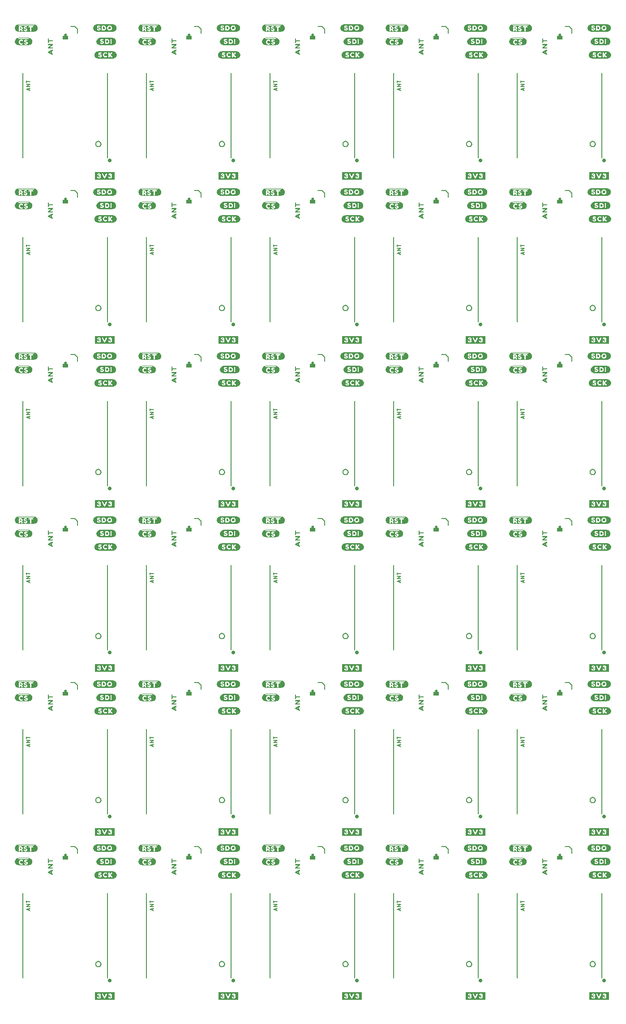
<source format=gto>
G04 EAGLE Gerber RS-274X export*
G75*
%MOMM*%
%FSLAX34Y34*%
%LPD*%
%INSilkscreen Top*%
%IPPOS*%
%AMOC8*
5,1,8,0,0,1.08239X$1,22.5*%
G01*
%ADD10C,0.127000*%
%ADD11C,0.718419*%
%ADD12C,0.254000*%
%ADD13C,0.152400*%

G36*
X672394Y1524774D02*
X672394Y1524774D01*
X672397Y1524771D01*
X673097Y1524871D01*
X673102Y1524876D01*
X673106Y1524873D01*
X673705Y1525073D01*
X674404Y1525273D01*
X674408Y1525278D01*
X674412Y1525276D01*
X675612Y1525876D01*
X675615Y1525883D01*
X675621Y1525882D01*
X676119Y1526280D01*
X676717Y1526679D01*
X676721Y1526689D01*
X676728Y1526689D01*
X677128Y1527189D01*
X677129Y1527193D01*
X677131Y1527193D01*
X677530Y1527791D01*
X677928Y1528289D01*
X677929Y1528299D01*
X677935Y1528301D01*
X678235Y1529001D01*
X678235Y1529004D01*
X678237Y1529004D01*
X678437Y1529604D01*
X678436Y1529606D01*
X678437Y1529606D01*
X678637Y1530306D01*
X678636Y1530310D01*
X678639Y1530312D01*
X678739Y1530912D01*
X678736Y1530917D01*
X678739Y1530920D01*
X678739Y1532320D01*
X678736Y1532325D01*
X678739Y1532328D01*
X678639Y1532928D01*
X678635Y1532931D01*
X678637Y1532934D01*
X678437Y1533634D01*
X678436Y1533635D01*
X678437Y1533636D01*
X678237Y1534236D01*
X678232Y1534239D01*
X678234Y1534242D01*
X677934Y1534842D01*
X677930Y1534844D01*
X677931Y1534847D01*
X677131Y1536047D01*
X677128Y1536048D01*
X677128Y1536051D01*
X676728Y1536551D01*
X676721Y1536553D01*
X676721Y1536558D01*
X676221Y1536958D01*
X676217Y1536959D01*
X676217Y1536961D01*
X675617Y1537361D01*
X675613Y1537361D01*
X675612Y1537364D01*
X674412Y1537964D01*
X674407Y1537963D01*
X674406Y1537967D01*
X673806Y1538167D01*
X673804Y1538166D01*
X673804Y1538167D01*
X673104Y1538367D01*
X673099Y1538366D01*
X673097Y1538369D01*
X672397Y1538469D01*
X672392Y1538466D01*
X672390Y1538469D01*
X641290Y1538469D01*
X641281Y1538463D01*
X641270Y1538465D01*
X641267Y1538452D01*
X641243Y1538433D01*
X641228Y1538451D01*
X641199Y1538458D01*
X641196Y1538462D01*
X641195Y1538462D01*
X641190Y1538469D01*
X640990Y1538469D01*
X640986Y1538466D01*
X640983Y1538469D01*
X639583Y1538269D01*
X639580Y1538265D01*
X639578Y1538265D01*
X639577Y1538265D01*
X639574Y1538267D01*
X638974Y1538067D01*
X638971Y1538062D01*
X638968Y1538064D01*
X637768Y1537464D01*
X637766Y1537460D01*
X637763Y1537461D01*
X637163Y1537061D01*
X637162Y1537058D01*
X637159Y1537058D01*
X636659Y1536658D01*
X636658Y1536654D01*
X636655Y1536655D01*
X636155Y1536155D01*
X636155Y1536151D01*
X636152Y1536151D01*
X635752Y1535651D01*
X635751Y1535647D01*
X635749Y1535647D01*
X635349Y1535047D01*
X635349Y1535043D01*
X635346Y1535042D01*
X635046Y1534442D01*
X635047Y1534439D01*
X635044Y1534437D01*
X635045Y1534436D01*
X635043Y1534436D01*
X634843Y1533836D01*
X634844Y1533834D01*
X634843Y1533834D01*
X634643Y1533135D01*
X634443Y1532536D01*
X634447Y1532525D01*
X634441Y1532520D01*
X634441Y1531120D01*
X634444Y1531115D01*
X634441Y1531112D01*
X634541Y1530512D01*
X634641Y1529813D01*
X634646Y1529808D01*
X634643Y1529804D01*
X634843Y1529204D01*
X634846Y1529203D01*
X634845Y1529201D01*
X635145Y1528501D01*
X635151Y1528497D01*
X635149Y1528493D01*
X635548Y1527894D01*
X635848Y1527395D01*
X635856Y1527391D01*
X635855Y1527385D01*
X636855Y1526385D01*
X636859Y1526385D01*
X636859Y1526382D01*
X637359Y1525982D01*
X637367Y1525981D01*
X637368Y1525976D01*
X639168Y1525076D01*
X639179Y1525078D01*
X639183Y1525071D01*
X641283Y1524771D01*
X641288Y1524774D01*
X641290Y1524771D01*
X672390Y1524771D01*
X672394Y1524774D01*
G37*
G36*
X906074Y1834654D02*
X906074Y1834654D01*
X906077Y1834651D01*
X906777Y1834751D01*
X906782Y1834756D01*
X906786Y1834753D01*
X907385Y1834953D01*
X908084Y1835153D01*
X908088Y1835158D01*
X908092Y1835156D01*
X909292Y1835756D01*
X909295Y1835763D01*
X909301Y1835762D01*
X909799Y1836160D01*
X910397Y1836559D01*
X910401Y1836569D01*
X910408Y1836569D01*
X910808Y1837069D01*
X910809Y1837073D01*
X910811Y1837073D01*
X911210Y1837671D01*
X911608Y1838169D01*
X911609Y1838179D01*
X911615Y1838181D01*
X911915Y1838881D01*
X911915Y1838884D01*
X911917Y1838884D01*
X912117Y1839484D01*
X912116Y1839486D01*
X912117Y1839486D01*
X912317Y1840186D01*
X912316Y1840190D01*
X912319Y1840192D01*
X912419Y1840792D01*
X912416Y1840797D01*
X912419Y1840800D01*
X912419Y1842200D01*
X912416Y1842205D01*
X912419Y1842208D01*
X912319Y1842808D01*
X912315Y1842811D01*
X912317Y1842814D01*
X912117Y1843514D01*
X912116Y1843515D01*
X912117Y1843516D01*
X911917Y1844116D01*
X911912Y1844119D01*
X911914Y1844122D01*
X911614Y1844722D01*
X911610Y1844724D01*
X911611Y1844727D01*
X910811Y1845927D01*
X910808Y1845928D01*
X910808Y1845931D01*
X910408Y1846431D01*
X910401Y1846433D01*
X910401Y1846438D01*
X909901Y1846838D01*
X909897Y1846839D01*
X909897Y1846841D01*
X909297Y1847241D01*
X909293Y1847241D01*
X909292Y1847244D01*
X908092Y1847844D01*
X908087Y1847843D01*
X908086Y1847847D01*
X907486Y1848047D01*
X907484Y1848046D01*
X907484Y1848047D01*
X906784Y1848247D01*
X906779Y1848246D01*
X906777Y1848249D01*
X906077Y1848349D01*
X906072Y1848346D01*
X906070Y1848349D01*
X874970Y1848349D01*
X874961Y1848343D01*
X874950Y1848345D01*
X874947Y1848332D01*
X874923Y1848313D01*
X874908Y1848331D01*
X874879Y1848338D01*
X874876Y1848342D01*
X874875Y1848342D01*
X874870Y1848349D01*
X874670Y1848349D01*
X874666Y1848346D01*
X874663Y1848349D01*
X873263Y1848149D01*
X873260Y1848145D01*
X873258Y1848145D01*
X873257Y1848145D01*
X873254Y1848147D01*
X872654Y1847947D01*
X872651Y1847942D01*
X872648Y1847944D01*
X871448Y1847344D01*
X871446Y1847340D01*
X871443Y1847341D01*
X870843Y1846941D01*
X870842Y1846938D01*
X870839Y1846938D01*
X870339Y1846538D01*
X870338Y1846534D01*
X870335Y1846535D01*
X869835Y1846035D01*
X869835Y1846031D01*
X869832Y1846031D01*
X869432Y1845531D01*
X869431Y1845527D01*
X869429Y1845527D01*
X869029Y1844927D01*
X869029Y1844923D01*
X869026Y1844922D01*
X868726Y1844322D01*
X868727Y1844319D01*
X868724Y1844317D01*
X868725Y1844316D01*
X868723Y1844316D01*
X868523Y1843716D01*
X868524Y1843714D01*
X868523Y1843714D01*
X868323Y1843015D01*
X868123Y1842416D01*
X868127Y1842405D01*
X868121Y1842400D01*
X868121Y1841000D01*
X868124Y1840995D01*
X868121Y1840992D01*
X868221Y1840392D01*
X868321Y1839693D01*
X868326Y1839688D01*
X868323Y1839684D01*
X868523Y1839084D01*
X868526Y1839083D01*
X868525Y1839081D01*
X868825Y1838381D01*
X868831Y1838377D01*
X868829Y1838373D01*
X869228Y1837774D01*
X869528Y1837275D01*
X869536Y1837271D01*
X869535Y1837265D01*
X870535Y1836265D01*
X870539Y1836265D01*
X870539Y1836262D01*
X871039Y1835862D01*
X871047Y1835861D01*
X871048Y1835856D01*
X872848Y1834956D01*
X872859Y1834958D01*
X872863Y1834951D01*
X874963Y1834651D01*
X874968Y1834654D01*
X874970Y1834651D01*
X906070Y1834651D01*
X906074Y1834654D01*
G37*
G36*
X438714Y1834654D02*
X438714Y1834654D01*
X438717Y1834651D01*
X439417Y1834751D01*
X439422Y1834756D01*
X439426Y1834753D01*
X440025Y1834953D01*
X440724Y1835153D01*
X440728Y1835158D01*
X440732Y1835156D01*
X441932Y1835756D01*
X441935Y1835763D01*
X441941Y1835762D01*
X442439Y1836160D01*
X443037Y1836559D01*
X443041Y1836569D01*
X443048Y1836569D01*
X443448Y1837069D01*
X443449Y1837073D01*
X443451Y1837073D01*
X443850Y1837671D01*
X444248Y1838169D01*
X444249Y1838179D01*
X444255Y1838181D01*
X444555Y1838881D01*
X444555Y1838884D01*
X444557Y1838884D01*
X444757Y1839484D01*
X444756Y1839486D01*
X444757Y1839486D01*
X444957Y1840186D01*
X444956Y1840190D01*
X444959Y1840192D01*
X445059Y1840792D01*
X445056Y1840797D01*
X445059Y1840800D01*
X445059Y1842200D01*
X445056Y1842205D01*
X445059Y1842208D01*
X444959Y1842808D01*
X444955Y1842811D01*
X444957Y1842814D01*
X444757Y1843514D01*
X444756Y1843515D01*
X444757Y1843516D01*
X444557Y1844116D01*
X444552Y1844119D01*
X444554Y1844122D01*
X444254Y1844722D01*
X444250Y1844724D01*
X444251Y1844727D01*
X443451Y1845927D01*
X443448Y1845928D01*
X443448Y1845931D01*
X443048Y1846431D01*
X443041Y1846433D01*
X443041Y1846438D01*
X442541Y1846838D01*
X442537Y1846839D01*
X442537Y1846841D01*
X441937Y1847241D01*
X441933Y1847241D01*
X441932Y1847244D01*
X440732Y1847844D01*
X440727Y1847843D01*
X440726Y1847847D01*
X440126Y1848047D01*
X440124Y1848046D01*
X440124Y1848047D01*
X439424Y1848247D01*
X439419Y1848246D01*
X439417Y1848249D01*
X438717Y1848349D01*
X438712Y1848346D01*
X438710Y1848349D01*
X407610Y1848349D01*
X407601Y1848343D01*
X407590Y1848345D01*
X407587Y1848332D01*
X407563Y1848313D01*
X407548Y1848331D01*
X407519Y1848338D01*
X407516Y1848342D01*
X407515Y1848342D01*
X407510Y1848349D01*
X407310Y1848349D01*
X407306Y1848346D01*
X407303Y1848349D01*
X405903Y1848149D01*
X405900Y1848145D01*
X405898Y1848145D01*
X405897Y1848145D01*
X405894Y1848147D01*
X405294Y1847947D01*
X405291Y1847942D01*
X405288Y1847944D01*
X404088Y1847344D01*
X404086Y1847340D01*
X404083Y1847341D01*
X403483Y1846941D01*
X403482Y1846938D01*
X403479Y1846938D01*
X402979Y1846538D01*
X402978Y1846534D01*
X402975Y1846535D01*
X402475Y1846035D01*
X402475Y1846031D01*
X402472Y1846031D01*
X402072Y1845531D01*
X402071Y1845527D01*
X402069Y1845527D01*
X401669Y1844927D01*
X401669Y1844923D01*
X401666Y1844922D01*
X401366Y1844322D01*
X401367Y1844319D01*
X401364Y1844317D01*
X401365Y1844316D01*
X401363Y1844316D01*
X401163Y1843716D01*
X401164Y1843714D01*
X401163Y1843714D01*
X400963Y1843015D01*
X400763Y1842416D01*
X400767Y1842405D01*
X400761Y1842400D01*
X400761Y1841000D01*
X400764Y1840995D01*
X400761Y1840992D01*
X400861Y1840392D01*
X400961Y1839693D01*
X400966Y1839688D01*
X400963Y1839684D01*
X401163Y1839084D01*
X401166Y1839083D01*
X401165Y1839081D01*
X401465Y1838381D01*
X401471Y1838377D01*
X401469Y1838373D01*
X401868Y1837774D01*
X402168Y1837275D01*
X402176Y1837271D01*
X402175Y1837265D01*
X403175Y1836265D01*
X403179Y1836265D01*
X403179Y1836262D01*
X403679Y1835862D01*
X403687Y1835861D01*
X403688Y1835856D01*
X405488Y1834956D01*
X405499Y1834958D01*
X405503Y1834951D01*
X407603Y1834651D01*
X407608Y1834654D01*
X407610Y1834651D01*
X438710Y1834651D01*
X438714Y1834654D01*
G37*
G36*
X672394Y1834654D02*
X672394Y1834654D01*
X672397Y1834651D01*
X673097Y1834751D01*
X673102Y1834756D01*
X673106Y1834753D01*
X673705Y1834953D01*
X674404Y1835153D01*
X674408Y1835158D01*
X674412Y1835156D01*
X675612Y1835756D01*
X675615Y1835763D01*
X675621Y1835762D01*
X676119Y1836160D01*
X676717Y1836559D01*
X676721Y1836569D01*
X676728Y1836569D01*
X677128Y1837069D01*
X677129Y1837073D01*
X677131Y1837073D01*
X677530Y1837671D01*
X677928Y1838169D01*
X677929Y1838179D01*
X677935Y1838181D01*
X678235Y1838881D01*
X678235Y1838884D01*
X678237Y1838884D01*
X678437Y1839484D01*
X678436Y1839486D01*
X678437Y1839486D01*
X678637Y1840186D01*
X678636Y1840190D01*
X678639Y1840192D01*
X678739Y1840792D01*
X678736Y1840797D01*
X678739Y1840800D01*
X678739Y1842200D01*
X678736Y1842205D01*
X678739Y1842208D01*
X678639Y1842808D01*
X678635Y1842811D01*
X678637Y1842814D01*
X678437Y1843514D01*
X678436Y1843515D01*
X678437Y1843516D01*
X678237Y1844116D01*
X678232Y1844119D01*
X678234Y1844122D01*
X677934Y1844722D01*
X677930Y1844724D01*
X677931Y1844727D01*
X677131Y1845927D01*
X677128Y1845928D01*
X677128Y1845931D01*
X676728Y1846431D01*
X676721Y1846433D01*
X676721Y1846438D01*
X676221Y1846838D01*
X676217Y1846839D01*
X676217Y1846841D01*
X675617Y1847241D01*
X675613Y1847241D01*
X675612Y1847244D01*
X674412Y1847844D01*
X674407Y1847843D01*
X674406Y1847847D01*
X673806Y1848047D01*
X673804Y1848046D01*
X673804Y1848047D01*
X673104Y1848247D01*
X673099Y1848246D01*
X673097Y1848249D01*
X672397Y1848349D01*
X672392Y1848346D01*
X672390Y1848349D01*
X641290Y1848349D01*
X641281Y1848343D01*
X641270Y1848345D01*
X641267Y1848332D01*
X641243Y1848313D01*
X641228Y1848331D01*
X641199Y1848338D01*
X641196Y1848342D01*
X641195Y1848342D01*
X641190Y1848349D01*
X640990Y1848349D01*
X640986Y1848346D01*
X640983Y1848349D01*
X639583Y1848149D01*
X639580Y1848145D01*
X639578Y1848145D01*
X639577Y1848145D01*
X639574Y1848147D01*
X638974Y1847947D01*
X638971Y1847942D01*
X638968Y1847944D01*
X637768Y1847344D01*
X637766Y1847340D01*
X637763Y1847341D01*
X637163Y1846941D01*
X637162Y1846938D01*
X637159Y1846938D01*
X636659Y1846538D01*
X636658Y1846534D01*
X636655Y1846535D01*
X636155Y1846035D01*
X636155Y1846031D01*
X636152Y1846031D01*
X635752Y1845531D01*
X635751Y1845527D01*
X635749Y1845527D01*
X635349Y1844927D01*
X635349Y1844923D01*
X635346Y1844922D01*
X635046Y1844322D01*
X635047Y1844319D01*
X635044Y1844317D01*
X635045Y1844316D01*
X635043Y1844316D01*
X634843Y1843716D01*
X634844Y1843714D01*
X634843Y1843714D01*
X634643Y1843015D01*
X634443Y1842416D01*
X634447Y1842405D01*
X634441Y1842400D01*
X634441Y1841000D01*
X634444Y1840995D01*
X634441Y1840992D01*
X634541Y1840392D01*
X634641Y1839693D01*
X634646Y1839688D01*
X634643Y1839684D01*
X634843Y1839084D01*
X634846Y1839083D01*
X634845Y1839081D01*
X635145Y1838381D01*
X635151Y1838377D01*
X635149Y1838373D01*
X635548Y1837774D01*
X635848Y1837275D01*
X635856Y1837271D01*
X635855Y1837265D01*
X636855Y1836265D01*
X636859Y1836265D01*
X636859Y1836262D01*
X637359Y1835862D01*
X637367Y1835861D01*
X637368Y1835856D01*
X639168Y1834956D01*
X639179Y1834958D01*
X639183Y1834951D01*
X641283Y1834651D01*
X641288Y1834654D01*
X641290Y1834651D01*
X672390Y1834651D01*
X672394Y1834654D01*
G37*
G36*
X1139754Y1524774D02*
X1139754Y1524774D01*
X1139757Y1524771D01*
X1140457Y1524871D01*
X1140462Y1524876D01*
X1140466Y1524873D01*
X1141065Y1525073D01*
X1141764Y1525273D01*
X1141768Y1525278D01*
X1141772Y1525276D01*
X1142972Y1525876D01*
X1142975Y1525883D01*
X1142981Y1525882D01*
X1143479Y1526280D01*
X1144077Y1526679D01*
X1144081Y1526689D01*
X1144088Y1526689D01*
X1144488Y1527189D01*
X1144489Y1527193D01*
X1144491Y1527193D01*
X1144890Y1527791D01*
X1145288Y1528289D01*
X1145289Y1528299D01*
X1145295Y1528301D01*
X1145595Y1529001D01*
X1145595Y1529004D01*
X1145597Y1529004D01*
X1145797Y1529604D01*
X1145796Y1529606D01*
X1145797Y1529606D01*
X1145997Y1530306D01*
X1145996Y1530310D01*
X1145999Y1530312D01*
X1146099Y1530912D01*
X1146096Y1530917D01*
X1146099Y1530920D01*
X1146099Y1532320D01*
X1146096Y1532325D01*
X1146099Y1532328D01*
X1145999Y1532928D01*
X1145995Y1532931D01*
X1145997Y1532934D01*
X1145797Y1533634D01*
X1145796Y1533635D01*
X1145797Y1533636D01*
X1145597Y1534236D01*
X1145592Y1534239D01*
X1145594Y1534242D01*
X1145294Y1534842D01*
X1145290Y1534844D01*
X1145291Y1534847D01*
X1144491Y1536047D01*
X1144488Y1536048D01*
X1144488Y1536051D01*
X1144088Y1536551D01*
X1144081Y1536553D01*
X1144081Y1536558D01*
X1143581Y1536958D01*
X1143577Y1536959D01*
X1143577Y1536961D01*
X1142977Y1537361D01*
X1142973Y1537361D01*
X1142972Y1537364D01*
X1141772Y1537964D01*
X1141767Y1537963D01*
X1141766Y1537967D01*
X1141166Y1538167D01*
X1141164Y1538166D01*
X1141164Y1538167D01*
X1140464Y1538367D01*
X1140459Y1538366D01*
X1140457Y1538369D01*
X1139757Y1538469D01*
X1139752Y1538466D01*
X1139750Y1538469D01*
X1108650Y1538469D01*
X1108641Y1538463D01*
X1108630Y1538465D01*
X1108627Y1538452D01*
X1108603Y1538433D01*
X1108588Y1538451D01*
X1108559Y1538458D01*
X1108556Y1538462D01*
X1108555Y1538462D01*
X1108550Y1538469D01*
X1108350Y1538469D01*
X1108346Y1538466D01*
X1108343Y1538469D01*
X1106943Y1538269D01*
X1106940Y1538265D01*
X1106938Y1538265D01*
X1106937Y1538265D01*
X1106934Y1538267D01*
X1106334Y1538067D01*
X1106331Y1538062D01*
X1106328Y1538064D01*
X1105128Y1537464D01*
X1105126Y1537460D01*
X1105123Y1537461D01*
X1104523Y1537061D01*
X1104522Y1537058D01*
X1104519Y1537058D01*
X1104019Y1536658D01*
X1104018Y1536654D01*
X1104015Y1536655D01*
X1103515Y1536155D01*
X1103515Y1536151D01*
X1103512Y1536151D01*
X1103112Y1535651D01*
X1103111Y1535647D01*
X1103109Y1535647D01*
X1102709Y1535047D01*
X1102709Y1535043D01*
X1102706Y1535042D01*
X1102406Y1534442D01*
X1102407Y1534439D01*
X1102404Y1534437D01*
X1102405Y1534436D01*
X1102403Y1534436D01*
X1102203Y1533836D01*
X1102204Y1533834D01*
X1102203Y1533834D01*
X1102003Y1533135D01*
X1101803Y1532536D01*
X1101807Y1532525D01*
X1101801Y1532520D01*
X1101801Y1531120D01*
X1101804Y1531115D01*
X1101801Y1531112D01*
X1101901Y1530512D01*
X1102001Y1529813D01*
X1102006Y1529808D01*
X1102003Y1529804D01*
X1102203Y1529204D01*
X1102206Y1529203D01*
X1102205Y1529201D01*
X1102505Y1528501D01*
X1102511Y1528497D01*
X1102509Y1528493D01*
X1102908Y1527894D01*
X1103208Y1527395D01*
X1103216Y1527391D01*
X1103215Y1527385D01*
X1104215Y1526385D01*
X1104219Y1526385D01*
X1104219Y1526382D01*
X1104719Y1525982D01*
X1104727Y1525981D01*
X1104728Y1525976D01*
X1106528Y1525076D01*
X1106539Y1525078D01*
X1106543Y1525071D01*
X1108643Y1524771D01*
X1108648Y1524774D01*
X1108650Y1524771D01*
X1139750Y1524771D01*
X1139754Y1524774D01*
G37*
G36*
X205034Y1834654D02*
X205034Y1834654D01*
X205037Y1834651D01*
X205737Y1834751D01*
X205742Y1834756D01*
X205746Y1834753D01*
X206345Y1834953D01*
X207044Y1835153D01*
X207048Y1835158D01*
X207052Y1835156D01*
X208252Y1835756D01*
X208255Y1835763D01*
X208261Y1835762D01*
X208759Y1836160D01*
X209357Y1836559D01*
X209361Y1836569D01*
X209368Y1836569D01*
X209768Y1837069D01*
X209769Y1837073D01*
X209771Y1837073D01*
X210170Y1837671D01*
X210568Y1838169D01*
X210569Y1838179D01*
X210575Y1838181D01*
X210875Y1838881D01*
X210875Y1838884D01*
X210877Y1838884D01*
X211077Y1839484D01*
X211076Y1839486D01*
X211077Y1839486D01*
X211277Y1840186D01*
X211276Y1840190D01*
X211279Y1840192D01*
X211379Y1840792D01*
X211376Y1840797D01*
X211379Y1840800D01*
X211379Y1842200D01*
X211376Y1842205D01*
X211379Y1842208D01*
X211279Y1842808D01*
X211275Y1842811D01*
X211277Y1842814D01*
X211077Y1843514D01*
X211076Y1843515D01*
X211077Y1843516D01*
X210877Y1844116D01*
X210872Y1844119D01*
X210874Y1844122D01*
X210574Y1844722D01*
X210570Y1844724D01*
X210571Y1844727D01*
X209771Y1845927D01*
X209768Y1845928D01*
X209768Y1845931D01*
X209368Y1846431D01*
X209361Y1846433D01*
X209361Y1846438D01*
X208861Y1846838D01*
X208857Y1846839D01*
X208857Y1846841D01*
X208257Y1847241D01*
X208253Y1847241D01*
X208252Y1847244D01*
X207052Y1847844D01*
X207047Y1847843D01*
X207046Y1847847D01*
X206446Y1848047D01*
X206444Y1848046D01*
X206444Y1848047D01*
X205744Y1848247D01*
X205739Y1848246D01*
X205737Y1848249D01*
X205037Y1848349D01*
X205032Y1848346D01*
X205030Y1848349D01*
X173930Y1848349D01*
X173921Y1848343D01*
X173910Y1848345D01*
X173907Y1848332D01*
X173883Y1848313D01*
X173868Y1848331D01*
X173839Y1848338D01*
X173836Y1848342D01*
X173835Y1848342D01*
X173830Y1848349D01*
X173630Y1848349D01*
X173626Y1848346D01*
X173623Y1848349D01*
X172223Y1848149D01*
X172220Y1848145D01*
X172218Y1848145D01*
X172217Y1848145D01*
X172214Y1848147D01*
X171614Y1847947D01*
X171611Y1847942D01*
X171608Y1847944D01*
X170408Y1847344D01*
X170406Y1847340D01*
X170403Y1847341D01*
X169803Y1846941D01*
X169802Y1846938D01*
X169799Y1846938D01*
X169299Y1846538D01*
X169298Y1846534D01*
X169295Y1846535D01*
X168795Y1846035D01*
X168795Y1846031D01*
X168792Y1846031D01*
X168392Y1845531D01*
X168391Y1845527D01*
X168389Y1845527D01*
X167989Y1844927D01*
X167989Y1844923D01*
X167986Y1844922D01*
X167686Y1844322D01*
X167687Y1844319D01*
X167684Y1844317D01*
X167685Y1844316D01*
X167683Y1844316D01*
X167483Y1843716D01*
X167484Y1843714D01*
X167483Y1843714D01*
X167283Y1843015D01*
X167083Y1842416D01*
X167087Y1842405D01*
X167081Y1842400D01*
X167081Y1841000D01*
X167084Y1840995D01*
X167081Y1840992D01*
X167181Y1840392D01*
X167281Y1839693D01*
X167286Y1839688D01*
X167283Y1839684D01*
X167483Y1839084D01*
X167486Y1839083D01*
X167485Y1839081D01*
X167785Y1838381D01*
X167791Y1838377D01*
X167789Y1838373D01*
X168188Y1837774D01*
X168488Y1837275D01*
X168496Y1837271D01*
X168495Y1837265D01*
X169495Y1836265D01*
X169499Y1836265D01*
X169499Y1836262D01*
X169999Y1835862D01*
X170007Y1835861D01*
X170008Y1835856D01*
X171808Y1834956D01*
X171819Y1834958D01*
X171823Y1834951D01*
X173923Y1834651D01*
X173928Y1834654D01*
X173930Y1834651D01*
X205030Y1834651D01*
X205034Y1834654D01*
G37*
G36*
X205034Y1524774D02*
X205034Y1524774D01*
X205037Y1524771D01*
X205737Y1524871D01*
X205742Y1524876D01*
X205746Y1524873D01*
X206345Y1525073D01*
X207044Y1525273D01*
X207048Y1525278D01*
X207052Y1525276D01*
X208252Y1525876D01*
X208255Y1525883D01*
X208261Y1525882D01*
X208759Y1526280D01*
X209357Y1526679D01*
X209361Y1526689D01*
X209368Y1526689D01*
X209768Y1527189D01*
X209769Y1527193D01*
X209771Y1527193D01*
X210170Y1527791D01*
X210568Y1528289D01*
X210569Y1528299D01*
X210575Y1528301D01*
X210875Y1529001D01*
X210875Y1529004D01*
X210877Y1529004D01*
X211077Y1529604D01*
X211076Y1529606D01*
X211077Y1529606D01*
X211277Y1530306D01*
X211276Y1530310D01*
X211279Y1530312D01*
X211379Y1530912D01*
X211376Y1530917D01*
X211379Y1530920D01*
X211379Y1532320D01*
X211376Y1532325D01*
X211379Y1532328D01*
X211279Y1532928D01*
X211275Y1532931D01*
X211277Y1532934D01*
X211077Y1533634D01*
X211076Y1533635D01*
X211077Y1533636D01*
X210877Y1534236D01*
X210872Y1534239D01*
X210874Y1534242D01*
X210574Y1534842D01*
X210570Y1534844D01*
X210571Y1534847D01*
X209771Y1536047D01*
X209768Y1536048D01*
X209768Y1536051D01*
X209368Y1536551D01*
X209361Y1536553D01*
X209361Y1536558D01*
X208861Y1536958D01*
X208857Y1536959D01*
X208857Y1536961D01*
X208257Y1537361D01*
X208253Y1537361D01*
X208252Y1537364D01*
X207052Y1537964D01*
X207047Y1537963D01*
X207046Y1537967D01*
X206446Y1538167D01*
X206444Y1538166D01*
X206444Y1538167D01*
X205744Y1538367D01*
X205739Y1538366D01*
X205737Y1538369D01*
X205037Y1538469D01*
X205032Y1538466D01*
X205030Y1538469D01*
X173930Y1538469D01*
X173921Y1538463D01*
X173910Y1538465D01*
X173907Y1538452D01*
X173883Y1538433D01*
X173868Y1538451D01*
X173839Y1538458D01*
X173836Y1538462D01*
X173835Y1538462D01*
X173830Y1538469D01*
X173630Y1538469D01*
X173626Y1538466D01*
X173623Y1538469D01*
X172223Y1538269D01*
X172220Y1538265D01*
X172218Y1538265D01*
X172217Y1538265D01*
X172214Y1538267D01*
X171614Y1538067D01*
X171611Y1538062D01*
X171608Y1538064D01*
X170408Y1537464D01*
X170406Y1537460D01*
X170403Y1537461D01*
X169803Y1537061D01*
X169802Y1537058D01*
X169799Y1537058D01*
X169299Y1536658D01*
X169298Y1536654D01*
X169295Y1536655D01*
X168795Y1536155D01*
X168795Y1536151D01*
X168792Y1536151D01*
X168392Y1535651D01*
X168391Y1535647D01*
X168389Y1535647D01*
X167989Y1535047D01*
X167989Y1535043D01*
X167986Y1535042D01*
X167686Y1534442D01*
X167687Y1534439D01*
X167684Y1534437D01*
X167685Y1534436D01*
X167683Y1534436D01*
X167483Y1533836D01*
X167484Y1533834D01*
X167483Y1533834D01*
X167283Y1533135D01*
X167083Y1532536D01*
X167087Y1532525D01*
X167081Y1532520D01*
X167081Y1531120D01*
X167084Y1531115D01*
X167081Y1531112D01*
X167181Y1530512D01*
X167281Y1529813D01*
X167286Y1529808D01*
X167283Y1529804D01*
X167483Y1529204D01*
X167486Y1529203D01*
X167485Y1529201D01*
X167785Y1528501D01*
X167791Y1528497D01*
X167789Y1528493D01*
X168188Y1527894D01*
X168488Y1527395D01*
X168496Y1527391D01*
X168495Y1527385D01*
X169495Y1526385D01*
X169499Y1526385D01*
X169499Y1526382D01*
X169999Y1525982D01*
X170007Y1525981D01*
X170008Y1525976D01*
X171808Y1525076D01*
X171819Y1525078D01*
X171823Y1525071D01*
X173923Y1524771D01*
X173928Y1524774D01*
X173930Y1524771D01*
X205030Y1524771D01*
X205034Y1524774D01*
G37*
G36*
X1139754Y905014D02*
X1139754Y905014D01*
X1139757Y905011D01*
X1140457Y905111D01*
X1140462Y905116D01*
X1140466Y905113D01*
X1141065Y905313D01*
X1141764Y905513D01*
X1141768Y905518D01*
X1141772Y905516D01*
X1142972Y906116D01*
X1142975Y906123D01*
X1142981Y906122D01*
X1143479Y906520D01*
X1144077Y906919D01*
X1144081Y906929D01*
X1144088Y906929D01*
X1144488Y907429D01*
X1144489Y907433D01*
X1144491Y907433D01*
X1144890Y908031D01*
X1145288Y908529D01*
X1145289Y908539D01*
X1145295Y908541D01*
X1145595Y909241D01*
X1145595Y909244D01*
X1145597Y909244D01*
X1145797Y909844D01*
X1145796Y909846D01*
X1145797Y909846D01*
X1145997Y910546D01*
X1145996Y910550D01*
X1145999Y910552D01*
X1146099Y911152D01*
X1146096Y911157D01*
X1146099Y911160D01*
X1146099Y912560D01*
X1146096Y912565D01*
X1146099Y912568D01*
X1145999Y913168D01*
X1145995Y913171D01*
X1145997Y913174D01*
X1145797Y913874D01*
X1145796Y913875D01*
X1145797Y913876D01*
X1145597Y914476D01*
X1145592Y914479D01*
X1145594Y914482D01*
X1145294Y915082D01*
X1145290Y915084D01*
X1145291Y915087D01*
X1144491Y916287D01*
X1144488Y916288D01*
X1144488Y916291D01*
X1144088Y916791D01*
X1144081Y916793D01*
X1144081Y916798D01*
X1143581Y917198D01*
X1143577Y917199D01*
X1143577Y917201D01*
X1142977Y917601D01*
X1142973Y917601D01*
X1142972Y917604D01*
X1141772Y918204D01*
X1141767Y918203D01*
X1141766Y918207D01*
X1141166Y918407D01*
X1141164Y918406D01*
X1141164Y918407D01*
X1140464Y918607D01*
X1140459Y918606D01*
X1140457Y918609D01*
X1139757Y918709D01*
X1139752Y918706D01*
X1139750Y918709D01*
X1108650Y918709D01*
X1108641Y918703D01*
X1108630Y918705D01*
X1108627Y918692D01*
X1108603Y918673D01*
X1108588Y918691D01*
X1108559Y918698D01*
X1108556Y918702D01*
X1108555Y918702D01*
X1108550Y918709D01*
X1108350Y918709D01*
X1108346Y918706D01*
X1108343Y918709D01*
X1106943Y918509D01*
X1106940Y918505D01*
X1106938Y918505D01*
X1106937Y918505D01*
X1106934Y918507D01*
X1106334Y918307D01*
X1106331Y918302D01*
X1106328Y918304D01*
X1105128Y917704D01*
X1105126Y917700D01*
X1105123Y917701D01*
X1104523Y917301D01*
X1104522Y917298D01*
X1104519Y917298D01*
X1104019Y916898D01*
X1104018Y916894D01*
X1104015Y916895D01*
X1103515Y916395D01*
X1103515Y916391D01*
X1103512Y916391D01*
X1103112Y915891D01*
X1103111Y915887D01*
X1103109Y915887D01*
X1102709Y915287D01*
X1102709Y915283D01*
X1102706Y915282D01*
X1102406Y914682D01*
X1102407Y914679D01*
X1102404Y914677D01*
X1102405Y914676D01*
X1102403Y914676D01*
X1102203Y914076D01*
X1102204Y914074D01*
X1102203Y914074D01*
X1102003Y913375D01*
X1101803Y912776D01*
X1101807Y912765D01*
X1101801Y912760D01*
X1101801Y911360D01*
X1101804Y911355D01*
X1101801Y911352D01*
X1101901Y910752D01*
X1102001Y910053D01*
X1102006Y910048D01*
X1102003Y910044D01*
X1102203Y909444D01*
X1102206Y909443D01*
X1102205Y909441D01*
X1102505Y908741D01*
X1102511Y908737D01*
X1102509Y908733D01*
X1102908Y908134D01*
X1103208Y907635D01*
X1103216Y907631D01*
X1103215Y907625D01*
X1104215Y906625D01*
X1104219Y906625D01*
X1104219Y906622D01*
X1104719Y906222D01*
X1104727Y906221D01*
X1104728Y906216D01*
X1106528Y905316D01*
X1106539Y905318D01*
X1106543Y905311D01*
X1108643Y905011D01*
X1108648Y905014D01*
X1108650Y905011D01*
X1139750Y905011D01*
X1139754Y905014D01*
G37*
G36*
X1139754Y1834654D02*
X1139754Y1834654D01*
X1139757Y1834651D01*
X1140457Y1834751D01*
X1140462Y1834756D01*
X1140466Y1834753D01*
X1141065Y1834953D01*
X1141764Y1835153D01*
X1141768Y1835158D01*
X1141772Y1835156D01*
X1142972Y1835756D01*
X1142975Y1835763D01*
X1142981Y1835762D01*
X1143479Y1836160D01*
X1144077Y1836559D01*
X1144081Y1836569D01*
X1144088Y1836569D01*
X1144488Y1837069D01*
X1144489Y1837073D01*
X1144491Y1837073D01*
X1144890Y1837671D01*
X1145288Y1838169D01*
X1145289Y1838179D01*
X1145295Y1838181D01*
X1145595Y1838881D01*
X1145595Y1838884D01*
X1145597Y1838884D01*
X1145797Y1839484D01*
X1145796Y1839486D01*
X1145797Y1839486D01*
X1145997Y1840186D01*
X1145996Y1840190D01*
X1145999Y1840192D01*
X1146099Y1840792D01*
X1146096Y1840797D01*
X1146099Y1840800D01*
X1146099Y1842200D01*
X1146096Y1842205D01*
X1146099Y1842208D01*
X1145999Y1842808D01*
X1145995Y1842811D01*
X1145997Y1842814D01*
X1145797Y1843514D01*
X1145796Y1843515D01*
X1145797Y1843516D01*
X1145597Y1844116D01*
X1145592Y1844119D01*
X1145594Y1844122D01*
X1145294Y1844722D01*
X1145290Y1844724D01*
X1145291Y1844727D01*
X1144491Y1845927D01*
X1144488Y1845928D01*
X1144488Y1845931D01*
X1144088Y1846431D01*
X1144081Y1846433D01*
X1144081Y1846438D01*
X1143581Y1846838D01*
X1143577Y1846839D01*
X1143577Y1846841D01*
X1142977Y1847241D01*
X1142973Y1847241D01*
X1142972Y1847244D01*
X1141772Y1847844D01*
X1141767Y1847843D01*
X1141766Y1847847D01*
X1141166Y1848047D01*
X1141164Y1848046D01*
X1141164Y1848047D01*
X1140464Y1848247D01*
X1140459Y1848246D01*
X1140457Y1848249D01*
X1139757Y1848349D01*
X1139752Y1848346D01*
X1139750Y1848349D01*
X1108650Y1848349D01*
X1108641Y1848343D01*
X1108630Y1848345D01*
X1108627Y1848332D01*
X1108603Y1848313D01*
X1108588Y1848331D01*
X1108559Y1848338D01*
X1108556Y1848342D01*
X1108555Y1848342D01*
X1108550Y1848349D01*
X1108350Y1848349D01*
X1108346Y1848346D01*
X1108343Y1848349D01*
X1106943Y1848149D01*
X1106940Y1848145D01*
X1106938Y1848145D01*
X1106937Y1848145D01*
X1106934Y1848147D01*
X1106334Y1847947D01*
X1106331Y1847942D01*
X1106328Y1847944D01*
X1105128Y1847344D01*
X1105126Y1847340D01*
X1105123Y1847341D01*
X1104523Y1846941D01*
X1104522Y1846938D01*
X1104519Y1846938D01*
X1104019Y1846538D01*
X1104018Y1846534D01*
X1104015Y1846535D01*
X1103515Y1846035D01*
X1103515Y1846031D01*
X1103512Y1846031D01*
X1103112Y1845531D01*
X1103111Y1845527D01*
X1103109Y1845527D01*
X1102709Y1844927D01*
X1102709Y1844923D01*
X1102706Y1844922D01*
X1102406Y1844322D01*
X1102407Y1844319D01*
X1102404Y1844317D01*
X1102405Y1844316D01*
X1102403Y1844316D01*
X1102203Y1843716D01*
X1102204Y1843714D01*
X1102203Y1843714D01*
X1102003Y1843015D01*
X1101803Y1842416D01*
X1101807Y1842405D01*
X1101801Y1842400D01*
X1101801Y1841000D01*
X1101804Y1840995D01*
X1101801Y1840992D01*
X1101901Y1840392D01*
X1102001Y1839693D01*
X1102006Y1839688D01*
X1102003Y1839684D01*
X1102203Y1839084D01*
X1102206Y1839083D01*
X1102205Y1839081D01*
X1102505Y1838381D01*
X1102511Y1838377D01*
X1102509Y1838373D01*
X1102908Y1837774D01*
X1103208Y1837275D01*
X1103216Y1837271D01*
X1103215Y1837265D01*
X1104215Y1836265D01*
X1104219Y1836265D01*
X1104219Y1836262D01*
X1104719Y1835862D01*
X1104727Y1835861D01*
X1104728Y1835856D01*
X1106528Y1834956D01*
X1106539Y1834958D01*
X1106543Y1834951D01*
X1108643Y1834651D01*
X1108648Y1834654D01*
X1108650Y1834651D01*
X1139750Y1834651D01*
X1139754Y1834654D01*
G37*
G36*
X438714Y1214894D02*
X438714Y1214894D01*
X438717Y1214891D01*
X439417Y1214991D01*
X439422Y1214996D01*
X439426Y1214993D01*
X440025Y1215193D01*
X440724Y1215393D01*
X440728Y1215398D01*
X440732Y1215396D01*
X441932Y1215996D01*
X441935Y1216003D01*
X441941Y1216002D01*
X442439Y1216400D01*
X443037Y1216799D01*
X443041Y1216809D01*
X443048Y1216809D01*
X443448Y1217309D01*
X443449Y1217313D01*
X443451Y1217313D01*
X443850Y1217911D01*
X444248Y1218409D01*
X444249Y1218419D01*
X444255Y1218421D01*
X444555Y1219121D01*
X444555Y1219124D01*
X444557Y1219124D01*
X444757Y1219724D01*
X444756Y1219726D01*
X444757Y1219726D01*
X444957Y1220426D01*
X444956Y1220430D01*
X444959Y1220432D01*
X445059Y1221032D01*
X445056Y1221037D01*
X445059Y1221040D01*
X445059Y1222440D01*
X445056Y1222445D01*
X445059Y1222448D01*
X444959Y1223048D01*
X444955Y1223051D01*
X444957Y1223054D01*
X444757Y1223754D01*
X444756Y1223755D01*
X444757Y1223756D01*
X444557Y1224356D01*
X444552Y1224359D01*
X444554Y1224362D01*
X444254Y1224962D01*
X444250Y1224964D01*
X444251Y1224967D01*
X443451Y1226167D01*
X443448Y1226168D01*
X443448Y1226171D01*
X443048Y1226671D01*
X443041Y1226673D01*
X443041Y1226678D01*
X442541Y1227078D01*
X442537Y1227079D01*
X442537Y1227081D01*
X441937Y1227481D01*
X441933Y1227481D01*
X441932Y1227484D01*
X440732Y1228084D01*
X440727Y1228083D01*
X440726Y1228087D01*
X440126Y1228287D01*
X440124Y1228286D01*
X440124Y1228287D01*
X439424Y1228487D01*
X439419Y1228486D01*
X439417Y1228489D01*
X438717Y1228589D01*
X438712Y1228586D01*
X438710Y1228589D01*
X407610Y1228589D01*
X407601Y1228583D01*
X407590Y1228585D01*
X407587Y1228572D01*
X407563Y1228553D01*
X407548Y1228571D01*
X407519Y1228578D01*
X407516Y1228582D01*
X407515Y1228582D01*
X407510Y1228589D01*
X407310Y1228589D01*
X407306Y1228586D01*
X407303Y1228589D01*
X405903Y1228389D01*
X405900Y1228385D01*
X405898Y1228385D01*
X405897Y1228385D01*
X405894Y1228387D01*
X405294Y1228187D01*
X405291Y1228182D01*
X405288Y1228184D01*
X404088Y1227584D01*
X404086Y1227580D01*
X404083Y1227581D01*
X403483Y1227181D01*
X403482Y1227178D01*
X403479Y1227178D01*
X402979Y1226778D01*
X402978Y1226774D01*
X402975Y1226775D01*
X402475Y1226275D01*
X402475Y1226271D01*
X402472Y1226271D01*
X402072Y1225771D01*
X402071Y1225767D01*
X402069Y1225767D01*
X401669Y1225167D01*
X401669Y1225163D01*
X401666Y1225162D01*
X401366Y1224562D01*
X401367Y1224559D01*
X401364Y1224557D01*
X401365Y1224556D01*
X401363Y1224556D01*
X401163Y1223956D01*
X401164Y1223954D01*
X401163Y1223954D01*
X400963Y1223255D01*
X400763Y1222656D01*
X400767Y1222645D01*
X400761Y1222640D01*
X400761Y1221240D01*
X400764Y1221235D01*
X400761Y1221232D01*
X400861Y1220632D01*
X400961Y1219933D01*
X400966Y1219928D01*
X400963Y1219924D01*
X401163Y1219324D01*
X401166Y1219323D01*
X401165Y1219321D01*
X401465Y1218621D01*
X401471Y1218617D01*
X401469Y1218613D01*
X401868Y1218014D01*
X402168Y1217515D01*
X402176Y1217511D01*
X402175Y1217505D01*
X403175Y1216505D01*
X403179Y1216505D01*
X403179Y1216502D01*
X403679Y1216102D01*
X403687Y1216101D01*
X403688Y1216096D01*
X405488Y1215196D01*
X405499Y1215198D01*
X405503Y1215191D01*
X407603Y1214891D01*
X407608Y1214894D01*
X407610Y1214891D01*
X438710Y1214891D01*
X438714Y1214894D01*
G37*
G36*
X1139754Y1214894D02*
X1139754Y1214894D01*
X1139757Y1214891D01*
X1140457Y1214991D01*
X1140462Y1214996D01*
X1140466Y1214993D01*
X1141065Y1215193D01*
X1141764Y1215393D01*
X1141768Y1215398D01*
X1141772Y1215396D01*
X1142972Y1215996D01*
X1142975Y1216003D01*
X1142981Y1216002D01*
X1143479Y1216400D01*
X1144077Y1216799D01*
X1144081Y1216809D01*
X1144088Y1216809D01*
X1144488Y1217309D01*
X1144489Y1217313D01*
X1144491Y1217313D01*
X1144890Y1217911D01*
X1145288Y1218409D01*
X1145289Y1218419D01*
X1145295Y1218421D01*
X1145595Y1219121D01*
X1145595Y1219124D01*
X1145597Y1219124D01*
X1145797Y1219724D01*
X1145796Y1219726D01*
X1145797Y1219726D01*
X1145997Y1220426D01*
X1145996Y1220430D01*
X1145999Y1220432D01*
X1146099Y1221032D01*
X1146096Y1221037D01*
X1146099Y1221040D01*
X1146099Y1222440D01*
X1146096Y1222445D01*
X1146099Y1222448D01*
X1145999Y1223048D01*
X1145995Y1223051D01*
X1145997Y1223054D01*
X1145797Y1223754D01*
X1145796Y1223755D01*
X1145797Y1223756D01*
X1145597Y1224356D01*
X1145592Y1224359D01*
X1145594Y1224362D01*
X1145294Y1224962D01*
X1145290Y1224964D01*
X1145291Y1224967D01*
X1144491Y1226167D01*
X1144488Y1226168D01*
X1144488Y1226171D01*
X1144088Y1226671D01*
X1144081Y1226673D01*
X1144081Y1226678D01*
X1143581Y1227078D01*
X1143577Y1227079D01*
X1143577Y1227081D01*
X1142977Y1227481D01*
X1142973Y1227481D01*
X1142972Y1227484D01*
X1141772Y1228084D01*
X1141767Y1228083D01*
X1141766Y1228087D01*
X1141166Y1228287D01*
X1141164Y1228286D01*
X1141164Y1228287D01*
X1140464Y1228487D01*
X1140459Y1228486D01*
X1140457Y1228489D01*
X1139757Y1228589D01*
X1139752Y1228586D01*
X1139750Y1228589D01*
X1108650Y1228589D01*
X1108641Y1228583D01*
X1108630Y1228585D01*
X1108627Y1228572D01*
X1108603Y1228553D01*
X1108588Y1228571D01*
X1108559Y1228578D01*
X1108556Y1228582D01*
X1108555Y1228582D01*
X1108550Y1228589D01*
X1108350Y1228589D01*
X1108346Y1228586D01*
X1108343Y1228589D01*
X1106943Y1228389D01*
X1106940Y1228385D01*
X1106938Y1228385D01*
X1106937Y1228385D01*
X1106934Y1228387D01*
X1106334Y1228187D01*
X1106331Y1228182D01*
X1106328Y1228184D01*
X1105128Y1227584D01*
X1105126Y1227580D01*
X1105123Y1227581D01*
X1104523Y1227181D01*
X1104522Y1227178D01*
X1104519Y1227178D01*
X1104019Y1226778D01*
X1104018Y1226774D01*
X1104015Y1226775D01*
X1103515Y1226275D01*
X1103515Y1226271D01*
X1103512Y1226271D01*
X1103112Y1225771D01*
X1103111Y1225767D01*
X1103109Y1225767D01*
X1102709Y1225167D01*
X1102709Y1225163D01*
X1102706Y1225162D01*
X1102406Y1224562D01*
X1102407Y1224559D01*
X1102404Y1224557D01*
X1102405Y1224556D01*
X1102403Y1224556D01*
X1102203Y1223956D01*
X1102204Y1223954D01*
X1102203Y1223954D01*
X1102003Y1223255D01*
X1101803Y1222656D01*
X1101807Y1222645D01*
X1101801Y1222640D01*
X1101801Y1221240D01*
X1101804Y1221235D01*
X1101801Y1221232D01*
X1101901Y1220632D01*
X1102001Y1219933D01*
X1102006Y1219928D01*
X1102003Y1219924D01*
X1102203Y1219324D01*
X1102206Y1219323D01*
X1102205Y1219321D01*
X1102505Y1218621D01*
X1102511Y1218617D01*
X1102509Y1218613D01*
X1102908Y1218014D01*
X1103208Y1217515D01*
X1103216Y1217511D01*
X1103215Y1217505D01*
X1104215Y1216505D01*
X1104219Y1216505D01*
X1104219Y1216502D01*
X1104719Y1216102D01*
X1104727Y1216101D01*
X1104728Y1216096D01*
X1106528Y1215196D01*
X1106539Y1215198D01*
X1106543Y1215191D01*
X1108643Y1214891D01*
X1108648Y1214894D01*
X1108650Y1214891D01*
X1139750Y1214891D01*
X1139754Y1214894D01*
G37*
G36*
X672394Y1214894D02*
X672394Y1214894D01*
X672397Y1214891D01*
X673097Y1214991D01*
X673102Y1214996D01*
X673106Y1214993D01*
X673705Y1215193D01*
X674404Y1215393D01*
X674408Y1215398D01*
X674412Y1215396D01*
X675612Y1215996D01*
X675615Y1216003D01*
X675621Y1216002D01*
X676119Y1216400D01*
X676717Y1216799D01*
X676721Y1216809D01*
X676728Y1216809D01*
X677128Y1217309D01*
X677129Y1217313D01*
X677131Y1217313D01*
X677530Y1217911D01*
X677928Y1218409D01*
X677929Y1218419D01*
X677935Y1218421D01*
X678235Y1219121D01*
X678235Y1219124D01*
X678237Y1219124D01*
X678437Y1219724D01*
X678436Y1219726D01*
X678437Y1219726D01*
X678637Y1220426D01*
X678636Y1220430D01*
X678639Y1220432D01*
X678739Y1221032D01*
X678736Y1221037D01*
X678739Y1221040D01*
X678739Y1222440D01*
X678736Y1222445D01*
X678739Y1222448D01*
X678639Y1223048D01*
X678635Y1223051D01*
X678637Y1223054D01*
X678437Y1223754D01*
X678436Y1223755D01*
X678437Y1223756D01*
X678237Y1224356D01*
X678232Y1224359D01*
X678234Y1224362D01*
X677934Y1224962D01*
X677930Y1224964D01*
X677931Y1224967D01*
X677131Y1226167D01*
X677128Y1226168D01*
X677128Y1226171D01*
X676728Y1226671D01*
X676721Y1226673D01*
X676721Y1226678D01*
X676221Y1227078D01*
X676217Y1227079D01*
X676217Y1227081D01*
X675617Y1227481D01*
X675613Y1227481D01*
X675612Y1227484D01*
X674412Y1228084D01*
X674407Y1228083D01*
X674406Y1228087D01*
X673806Y1228287D01*
X673804Y1228286D01*
X673804Y1228287D01*
X673104Y1228487D01*
X673099Y1228486D01*
X673097Y1228489D01*
X672397Y1228589D01*
X672392Y1228586D01*
X672390Y1228589D01*
X641290Y1228589D01*
X641281Y1228583D01*
X641270Y1228585D01*
X641267Y1228572D01*
X641243Y1228553D01*
X641228Y1228571D01*
X641199Y1228578D01*
X641196Y1228582D01*
X641195Y1228582D01*
X641190Y1228589D01*
X640990Y1228589D01*
X640986Y1228586D01*
X640983Y1228589D01*
X639583Y1228389D01*
X639580Y1228385D01*
X639578Y1228385D01*
X639577Y1228385D01*
X639574Y1228387D01*
X638974Y1228187D01*
X638971Y1228182D01*
X638968Y1228184D01*
X637768Y1227584D01*
X637766Y1227580D01*
X637763Y1227581D01*
X637163Y1227181D01*
X637162Y1227178D01*
X637159Y1227178D01*
X636659Y1226778D01*
X636658Y1226774D01*
X636655Y1226775D01*
X636155Y1226275D01*
X636155Y1226271D01*
X636152Y1226271D01*
X635752Y1225771D01*
X635751Y1225767D01*
X635749Y1225767D01*
X635349Y1225167D01*
X635349Y1225163D01*
X635346Y1225162D01*
X635046Y1224562D01*
X635047Y1224559D01*
X635044Y1224557D01*
X635045Y1224556D01*
X635043Y1224556D01*
X634843Y1223956D01*
X634844Y1223954D01*
X634843Y1223954D01*
X634643Y1223255D01*
X634443Y1222656D01*
X634447Y1222645D01*
X634441Y1222640D01*
X634441Y1221240D01*
X634444Y1221235D01*
X634441Y1221232D01*
X634541Y1220632D01*
X634641Y1219933D01*
X634646Y1219928D01*
X634643Y1219924D01*
X634843Y1219324D01*
X634846Y1219323D01*
X634845Y1219321D01*
X635145Y1218621D01*
X635151Y1218617D01*
X635149Y1218613D01*
X635548Y1218014D01*
X635848Y1217515D01*
X635856Y1217511D01*
X635855Y1217505D01*
X636855Y1216505D01*
X636859Y1216505D01*
X636859Y1216502D01*
X637359Y1216102D01*
X637367Y1216101D01*
X637368Y1216096D01*
X639168Y1215196D01*
X639179Y1215198D01*
X639183Y1215191D01*
X641283Y1214891D01*
X641288Y1214894D01*
X641290Y1214891D01*
X672390Y1214891D01*
X672394Y1214894D01*
G37*
G36*
X438714Y1524774D02*
X438714Y1524774D01*
X438717Y1524771D01*
X439417Y1524871D01*
X439422Y1524876D01*
X439426Y1524873D01*
X440025Y1525073D01*
X440724Y1525273D01*
X440728Y1525278D01*
X440732Y1525276D01*
X441932Y1525876D01*
X441935Y1525883D01*
X441941Y1525882D01*
X442439Y1526280D01*
X443037Y1526679D01*
X443041Y1526689D01*
X443048Y1526689D01*
X443448Y1527189D01*
X443449Y1527193D01*
X443451Y1527193D01*
X443850Y1527791D01*
X444248Y1528289D01*
X444249Y1528299D01*
X444255Y1528301D01*
X444555Y1529001D01*
X444555Y1529004D01*
X444557Y1529004D01*
X444757Y1529604D01*
X444756Y1529606D01*
X444757Y1529606D01*
X444957Y1530306D01*
X444956Y1530310D01*
X444959Y1530312D01*
X445059Y1530912D01*
X445056Y1530917D01*
X445059Y1530920D01*
X445059Y1532320D01*
X445056Y1532325D01*
X445059Y1532328D01*
X444959Y1532928D01*
X444955Y1532931D01*
X444957Y1532934D01*
X444757Y1533634D01*
X444756Y1533635D01*
X444757Y1533636D01*
X444557Y1534236D01*
X444552Y1534239D01*
X444554Y1534242D01*
X444254Y1534842D01*
X444250Y1534844D01*
X444251Y1534847D01*
X443451Y1536047D01*
X443448Y1536048D01*
X443448Y1536051D01*
X443048Y1536551D01*
X443041Y1536553D01*
X443041Y1536558D01*
X442541Y1536958D01*
X442537Y1536959D01*
X442537Y1536961D01*
X441937Y1537361D01*
X441933Y1537361D01*
X441932Y1537364D01*
X440732Y1537964D01*
X440727Y1537963D01*
X440726Y1537967D01*
X440126Y1538167D01*
X440124Y1538166D01*
X440124Y1538167D01*
X439424Y1538367D01*
X439419Y1538366D01*
X439417Y1538369D01*
X438717Y1538469D01*
X438712Y1538466D01*
X438710Y1538469D01*
X407610Y1538469D01*
X407601Y1538463D01*
X407590Y1538465D01*
X407587Y1538452D01*
X407563Y1538433D01*
X407548Y1538451D01*
X407519Y1538458D01*
X407516Y1538462D01*
X407515Y1538462D01*
X407510Y1538469D01*
X407310Y1538469D01*
X407306Y1538466D01*
X407303Y1538469D01*
X405903Y1538269D01*
X405900Y1538265D01*
X405898Y1538265D01*
X405897Y1538265D01*
X405894Y1538267D01*
X405294Y1538067D01*
X405291Y1538062D01*
X405288Y1538064D01*
X404088Y1537464D01*
X404086Y1537460D01*
X404083Y1537461D01*
X403483Y1537061D01*
X403482Y1537058D01*
X403479Y1537058D01*
X402979Y1536658D01*
X402978Y1536654D01*
X402975Y1536655D01*
X402475Y1536155D01*
X402475Y1536151D01*
X402472Y1536151D01*
X402072Y1535651D01*
X402071Y1535647D01*
X402069Y1535647D01*
X401669Y1535047D01*
X401669Y1535043D01*
X401666Y1535042D01*
X401366Y1534442D01*
X401367Y1534439D01*
X401364Y1534437D01*
X401365Y1534436D01*
X401363Y1534436D01*
X401163Y1533836D01*
X401164Y1533834D01*
X401163Y1533834D01*
X400963Y1533135D01*
X400763Y1532536D01*
X400767Y1532525D01*
X400761Y1532520D01*
X400761Y1531120D01*
X400764Y1531115D01*
X400761Y1531112D01*
X400861Y1530512D01*
X400961Y1529813D01*
X400966Y1529808D01*
X400963Y1529804D01*
X401163Y1529204D01*
X401166Y1529203D01*
X401165Y1529201D01*
X401465Y1528501D01*
X401471Y1528497D01*
X401469Y1528493D01*
X401868Y1527894D01*
X402168Y1527395D01*
X402176Y1527391D01*
X402175Y1527385D01*
X403175Y1526385D01*
X403179Y1526385D01*
X403179Y1526382D01*
X403679Y1525982D01*
X403687Y1525981D01*
X403688Y1525976D01*
X405488Y1525076D01*
X405499Y1525078D01*
X405503Y1525071D01*
X407603Y1524771D01*
X407608Y1524774D01*
X407610Y1524771D01*
X438710Y1524771D01*
X438714Y1524774D01*
G37*
G36*
X205034Y1214894D02*
X205034Y1214894D01*
X205037Y1214891D01*
X205737Y1214991D01*
X205742Y1214996D01*
X205746Y1214993D01*
X206345Y1215193D01*
X207044Y1215393D01*
X207048Y1215398D01*
X207052Y1215396D01*
X208252Y1215996D01*
X208255Y1216003D01*
X208261Y1216002D01*
X208759Y1216400D01*
X209357Y1216799D01*
X209361Y1216809D01*
X209368Y1216809D01*
X209768Y1217309D01*
X209769Y1217313D01*
X209771Y1217313D01*
X210170Y1217911D01*
X210568Y1218409D01*
X210569Y1218419D01*
X210575Y1218421D01*
X210875Y1219121D01*
X210875Y1219124D01*
X210877Y1219124D01*
X211077Y1219724D01*
X211076Y1219726D01*
X211077Y1219726D01*
X211277Y1220426D01*
X211276Y1220430D01*
X211279Y1220432D01*
X211379Y1221032D01*
X211376Y1221037D01*
X211379Y1221040D01*
X211379Y1222440D01*
X211376Y1222445D01*
X211379Y1222448D01*
X211279Y1223048D01*
X211275Y1223051D01*
X211277Y1223054D01*
X211077Y1223754D01*
X211076Y1223755D01*
X211077Y1223756D01*
X210877Y1224356D01*
X210872Y1224359D01*
X210874Y1224362D01*
X210574Y1224962D01*
X210570Y1224964D01*
X210571Y1224967D01*
X209771Y1226167D01*
X209768Y1226168D01*
X209768Y1226171D01*
X209368Y1226671D01*
X209361Y1226673D01*
X209361Y1226678D01*
X208861Y1227078D01*
X208857Y1227079D01*
X208857Y1227081D01*
X208257Y1227481D01*
X208253Y1227481D01*
X208252Y1227484D01*
X207052Y1228084D01*
X207047Y1228083D01*
X207046Y1228087D01*
X206446Y1228287D01*
X206444Y1228286D01*
X206444Y1228287D01*
X205744Y1228487D01*
X205739Y1228486D01*
X205737Y1228489D01*
X205037Y1228589D01*
X205032Y1228586D01*
X205030Y1228589D01*
X173930Y1228589D01*
X173921Y1228583D01*
X173910Y1228585D01*
X173907Y1228572D01*
X173883Y1228553D01*
X173868Y1228571D01*
X173839Y1228578D01*
X173836Y1228582D01*
X173835Y1228582D01*
X173830Y1228589D01*
X173630Y1228589D01*
X173626Y1228586D01*
X173623Y1228589D01*
X172223Y1228389D01*
X172220Y1228385D01*
X172218Y1228385D01*
X172217Y1228385D01*
X172214Y1228387D01*
X171614Y1228187D01*
X171611Y1228182D01*
X171608Y1228184D01*
X170408Y1227584D01*
X170406Y1227580D01*
X170403Y1227581D01*
X169803Y1227181D01*
X169802Y1227178D01*
X169799Y1227178D01*
X169299Y1226778D01*
X169298Y1226774D01*
X169295Y1226775D01*
X168795Y1226275D01*
X168795Y1226271D01*
X168792Y1226271D01*
X168392Y1225771D01*
X168391Y1225767D01*
X168389Y1225767D01*
X167989Y1225167D01*
X167989Y1225163D01*
X167986Y1225162D01*
X167686Y1224562D01*
X167687Y1224559D01*
X167684Y1224557D01*
X167685Y1224556D01*
X167683Y1224556D01*
X167483Y1223956D01*
X167484Y1223954D01*
X167483Y1223954D01*
X167283Y1223255D01*
X167083Y1222656D01*
X167087Y1222645D01*
X167081Y1222640D01*
X167081Y1221240D01*
X167084Y1221235D01*
X167081Y1221232D01*
X167181Y1220632D01*
X167281Y1219933D01*
X167286Y1219928D01*
X167283Y1219924D01*
X167483Y1219324D01*
X167486Y1219323D01*
X167485Y1219321D01*
X167785Y1218621D01*
X167791Y1218617D01*
X167789Y1218613D01*
X168188Y1218014D01*
X168488Y1217515D01*
X168496Y1217511D01*
X168495Y1217505D01*
X169495Y1216505D01*
X169499Y1216505D01*
X169499Y1216502D01*
X169999Y1216102D01*
X170007Y1216101D01*
X170008Y1216096D01*
X171808Y1215196D01*
X171819Y1215198D01*
X171823Y1215191D01*
X173923Y1214891D01*
X173928Y1214894D01*
X173930Y1214891D01*
X205030Y1214891D01*
X205034Y1214894D01*
G37*
G36*
X906074Y1524774D02*
X906074Y1524774D01*
X906077Y1524771D01*
X906777Y1524871D01*
X906782Y1524876D01*
X906786Y1524873D01*
X907385Y1525073D01*
X908084Y1525273D01*
X908088Y1525278D01*
X908092Y1525276D01*
X909292Y1525876D01*
X909295Y1525883D01*
X909301Y1525882D01*
X909799Y1526280D01*
X910397Y1526679D01*
X910401Y1526689D01*
X910408Y1526689D01*
X910808Y1527189D01*
X910809Y1527193D01*
X910811Y1527193D01*
X911210Y1527791D01*
X911608Y1528289D01*
X911609Y1528299D01*
X911615Y1528301D01*
X911915Y1529001D01*
X911915Y1529004D01*
X911917Y1529004D01*
X912117Y1529604D01*
X912116Y1529606D01*
X912117Y1529606D01*
X912317Y1530306D01*
X912316Y1530310D01*
X912319Y1530312D01*
X912419Y1530912D01*
X912416Y1530917D01*
X912419Y1530920D01*
X912419Y1532320D01*
X912416Y1532325D01*
X912419Y1532328D01*
X912319Y1532928D01*
X912315Y1532931D01*
X912317Y1532934D01*
X912117Y1533634D01*
X912116Y1533635D01*
X912117Y1533636D01*
X911917Y1534236D01*
X911912Y1534239D01*
X911914Y1534242D01*
X911614Y1534842D01*
X911610Y1534844D01*
X911611Y1534847D01*
X910811Y1536047D01*
X910808Y1536048D01*
X910808Y1536051D01*
X910408Y1536551D01*
X910401Y1536553D01*
X910401Y1536558D01*
X909901Y1536958D01*
X909897Y1536959D01*
X909897Y1536961D01*
X909297Y1537361D01*
X909293Y1537361D01*
X909292Y1537364D01*
X908092Y1537964D01*
X908087Y1537963D01*
X908086Y1537967D01*
X907486Y1538167D01*
X907484Y1538166D01*
X907484Y1538167D01*
X906784Y1538367D01*
X906779Y1538366D01*
X906777Y1538369D01*
X906077Y1538469D01*
X906072Y1538466D01*
X906070Y1538469D01*
X874970Y1538469D01*
X874961Y1538463D01*
X874950Y1538465D01*
X874947Y1538452D01*
X874923Y1538433D01*
X874908Y1538451D01*
X874879Y1538458D01*
X874876Y1538462D01*
X874875Y1538462D01*
X874870Y1538469D01*
X874670Y1538469D01*
X874666Y1538466D01*
X874663Y1538469D01*
X873263Y1538269D01*
X873260Y1538265D01*
X873258Y1538265D01*
X873257Y1538265D01*
X873254Y1538267D01*
X872654Y1538067D01*
X872651Y1538062D01*
X872648Y1538064D01*
X871448Y1537464D01*
X871446Y1537460D01*
X871443Y1537461D01*
X870843Y1537061D01*
X870842Y1537058D01*
X870839Y1537058D01*
X870339Y1536658D01*
X870338Y1536654D01*
X870335Y1536655D01*
X869835Y1536155D01*
X869835Y1536151D01*
X869832Y1536151D01*
X869432Y1535651D01*
X869431Y1535647D01*
X869429Y1535647D01*
X869029Y1535047D01*
X869029Y1535043D01*
X869026Y1535042D01*
X868726Y1534442D01*
X868727Y1534439D01*
X868724Y1534437D01*
X868725Y1534436D01*
X868723Y1534436D01*
X868523Y1533836D01*
X868524Y1533834D01*
X868523Y1533834D01*
X868323Y1533135D01*
X868123Y1532536D01*
X868127Y1532525D01*
X868121Y1532520D01*
X868121Y1531120D01*
X868124Y1531115D01*
X868121Y1531112D01*
X868221Y1530512D01*
X868321Y1529813D01*
X868326Y1529808D01*
X868323Y1529804D01*
X868523Y1529204D01*
X868526Y1529203D01*
X868525Y1529201D01*
X868825Y1528501D01*
X868831Y1528497D01*
X868829Y1528493D01*
X869228Y1527894D01*
X869528Y1527395D01*
X869536Y1527391D01*
X869535Y1527385D01*
X870535Y1526385D01*
X870539Y1526385D01*
X870539Y1526382D01*
X871039Y1525982D01*
X871047Y1525981D01*
X871048Y1525976D01*
X872848Y1525076D01*
X872859Y1525078D01*
X872863Y1525071D01*
X874963Y1524771D01*
X874968Y1524774D01*
X874970Y1524771D01*
X906070Y1524771D01*
X906074Y1524774D01*
G37*
G36*
X906074Y905014D02*
X906074Y905014D01*
X906077Y905011D01*
X906777Y905111D01*
X906782Y905116D01*
X906786Y905113D01*
X907385Y905313D01*
X908084Y905513D01*
X908088Y905518D01*
X908092Y905516D01*
X909292Y906116D01*
X909295Y906123D01*
X909301Y906122D01*
X909799Y906520D01*
X910397Y906919D01*
X910401Y906929D01*
X910408Y906929D01*
X910808Y907429D01*
X910809Y907433D01*
X910811Y907433D01*
X911210Y908031D01*
X911608Y908529D01*
X911609Y908539D01*
X911615Y908541D01*
X911915Y909241D01*
X911915Y909244D01*
X911917Y909244D01*
X912117Y909844D01*
X912116Y909846D01*
X912117Y909846D01*
X912317Y910546D01*
X912316Y910550D01*
X912319Y910552D01*
X912419Y911152D01*
X912416Y911157D01*
X912419Y911160D01*
X912419Y912560D01*
X912416Y912565D01*
X912419Y912568D01*
X912319Y913168D01*
X912315Y913171D01*
X912317Y913174D01*
X912117Y913874D01*
X912116Y913875D01*
X912117Y913876D01*
X911917Y914476D01*
X911912Y914479D01*
X911914Y914482D01*
X911614Y915082D01*
X911610Y915084D01*
X911611Y915087D01*
X910811Y916287D01*
X910808Y916288D01*
X910808Y916291D01*
X910408Y916791D01*
X910401Y916793D01*
X910401Y916798D01*
X909901Y917198D01*
X909897Y917199D01*
X909897Y917201D01*
X909297Y917601D01*
X909293Y917601D01*
X909292Y917604D01*
X908092Y918204D01*
X908087Y918203D01*
X908086Y918207D01*
X907486Y918407D01*
X907484Y918406D01*
X907484Y918407D01*
X906784Y918607D01*
X906779Y918606D01*
X906777Y918609D01*
X906077Y918709D01*
X906072Y918706D01*
X906070Y918709D01*
X874970Y918709D01*
X874961Y918703D01*
X874950Y918705D01*
X874947Y918692D01*
X874923Y918673D01*
X874908Y918691D01*
X874879Y918698D01*
X874876Y918702D01*
X874875Y918702D01*
X874870Y918709D01*
X874670Y918709D01*
X874666Y918706D01*
X874663Y918709D01*
X873263Y918509D01*
X873260Y918505D01*
X873258Y918505D01*
X873257Y918505D01*
X873254Y918507D01*
X872654Y918307D01*
X872651Y918302D01*
X872648Y918304D01*
X871448Y917704D01*
X871446Y917700D01*
X871443Y917701D01*
X870843Y917301D01*
X870842Y917298D01*
X870839Y917298D01*
X870339Y916898D01*
X870338Y916894D01*
X870335Y916895D01*
X869835Y916395D01*
X869835Y916391D01*
X869832Y916391D01*
X869432Y915891D01*
X869431Y915887D01*
X869429Y915887D01*
X869029Y915287D01*
X869029Y915283D01*
X869026Y915282D01*
X868726Y914682D01*
X868727Y914679D01*
X868724Y914677D01*
X868725Y914676D01*
X868723Y914676D01*
X868523Y914076D01*
X868524Y914074D01*
X868523Y914074D01*
X868323Y913375D01*
X868123Y912776D01*
X868127Y912765D01*
X868121Y912760D01*
X868121Y911360D01*
X868124Y911355D01*
X868121Y911352D01*
X868221Y910752D01*
X868321Y910053D01*
X868326Y910048D01*
X868323Y910044D01*
X868523Y909444D01*
X868526Y909443D01*
X868525Y909441D01*
X868825Y908741D01*
X868831Y908737D01*
X868829Y908733D01*
X869228Y908134D01*
X869528Y907635D01*
X869536Y907631D01*
X869535Y907625D01*
X870535Y906625D01*
X870539Y906625D01*
X870539Y906622D01*
X871039Y906222D01*
X871047Y906221D01*
X871048Y906216D01*
X872848Y905316D01*
X872859Y905318D01*
X872863Y905311D01*
X874963Y905011D01*
X874968Y905014D01*
X874970Y905011D01*
X906070Y905011D01*
X906074Y905014D01*
G37*
G36*
X906074Y1214894D02*
X906074Y1214894D01*
X906077Y1214891D01*
X906777Y1214991D01*
X906782Y1214996D01*
X906786Y1214993D01*
X907385Y1215193D01*
X908084Y1215393D01*
X908088Y1215398D01*
X908092Y1215396D01*
X909292Y1215996D01*
X909295Y1216003D01*
X909301Y1216002D01*
X909799Y1216400D01*
X910397Y1216799D01*
X910401Y1216809D01*
X910408Y1216809D01*
X910808Y1217309D01*
X910809Y1217313D01*
X910811Y1217313D01*
X911210Y1217911D01*
X911608Y1218409D01*
X911609Y1218419D01*
X911615Y1218421D01*
X911915Y1219121D01*
X911915Y1219124D01*
X911917Y1219124D01*
X912117Y1219724D01*
X912116Y1219726D01*
X912117Y1219726D01*
X912317Y1220426D01*
X912316Y1220430D01*
X912319Y1220432D01*
X912419Y1221032D01*
X912416Y1221037D01*
X912419Y1221040D01*
X912419Y1222440D01*
X912416Y1222445D01*
X912419Y1222448D01*
X912319Y1223048D01*
X912315Y1223051D01*
X912317Y1223054D01*
X912117Y1223754D01*
X912116Y1223755D01*
X912117Y1223756D01*
X911917Y1224356D01*
X911912Y1224359D01*
X911914Y1224362D01*
X911614Y1224962D01*
X911610Y1224964D01*
X911611Y1224967D01*
X910811Y1226167D01*
X910808Y1226168D01*
X910808Y1226171D01*
X910408Y1226671D01*
X910401Y1226673D01*
X910401Y1226678D01*
X909901Y1227078D01*
X909897Y1227079D01*
X909897Y1227081D01*
X909297Y1227481D01*
X909293Y1227481D01*
X909292Y1227484D01*
X908092Y1228084D01*
X908087Y1228083D01*
X908086Y1228087D01*
X907486Y1228287D01*
X907484Y1228286D01*
X907484Y1228287D01*
X906784Y1228487D01*
X906779Y1228486D01*
X906777Y1228489D01*
X906077Y1228589D01*
X906072Y1228586D01*
X906070Y1228589D01*
X874970Y1228589D01*
X874961Y1228583D01*
X874950Y1228585D01*
X874947Y1228572D01*
X874923Y1228553D01*
X874908Y1228571D01*
X874879Y1228578D01*
X874876Y1228582D01*
X874875Y1228582D01*
X874870Y1228589D01*
X874670Y1228589D01*
X874666Y1228586D01*
X874663Y1228589D01*
X873263Y1228389D01*
X873260Y1228385D01*
X873258Y1228385D01*
X873257Y1228385D01*
X873254Y1228387D01*
X872654Y1228187D01*
X872651Y1228182D01*
X872648Y1228184D01*
X871448Y1227584D01*
X871446Y1227580D01*
X871443Y1227581D01*
X870843Y1227181D01*
X870842Y1227178D01*
X870839Y1227178D01*
X870339Y1226778D01*
X870338Y1226774D01*
X870335Y1226775D01*
X869835Y1226275D01*
X869835Y1226271D01*
X869832Y1226271D01*
X869432Y1225771D01*
X869431Y1225767D01*
X869429Y1225767D01*
X869029Y1225167D01*
X869029Y1225163D01*
X869026Y1225162D01*
X868726Y1224562D01*
X868727Y1224559D01*
X868724Y1224557D01*
X868725Y1224556D01*
X868723Y1224556D01*
X868523Y1223956D01*
X868524Y1223954D01*
X868523Y1223954D01*
X868323Y1223255D01*
X868123Y1222656D01*
X868127Y1222645D01*
X868121Y1222640D01*
X868121Y1221240D01*
X868124Y1221235D01*
X868121Y1221232D01*
X868221Y1220632D01*
X868321Y1219933D01*
X868326Y1219928D01*
X868323Y1219924D01*
X868523Y1219324D01*
X868526Y1219323D01*
X868525Y1219321D01*
X868825Y1218621D01*
X868831Y1218617D01*
X868829Y1218613D01*
X869228Y1218014D01*
X869528Y1217515D01*
X869536Y1217511D01*
X869535Y1217505D01*
X870535Y1216505D01*
X870539Y1216505D01*
X870539Y1216502D01*
X871039Y1216102D01*
X871047Y1216101D01*
X871048Y1216096D01*
X872848Y1215196D01*
X872859Y1215198D01*
X872863Y1215191D01*
X874963Y1214891D01*
X874968Y1214894D01*
X874970Y1214891D01*
X906070Y1214891D01*
X906074Y1214894D01*
G37*
G36*
X672394Y905014D02*
X672394Y905014D01*
X672397Y905011D01*
X673097Y905111D01*
X673102Y905116D01*
X673106Y905113D01*
X673705Y905313D01*
X674404Y905513D01*
X674408Y905518D01*
X674412Y905516D01*
X675612Y906116D01*
X675615Y906123D01*
X675621Y906122D01*
X676119Y906520D01*
X676717Y906919D01*
X676721Y906929D01*
X676728Y906929D01*
X677128Y907429D01*
X677129Y907433D01*
X677131Y907433D01*
X677530Y908031D01*
X677928Y908529D01*
X677929Y908539D01*
X677935Y908541D01*
X678235Y909241D01*
X678235Y909244D01*
X678237Y909244D01*
X678437Y909844D01*
X678436Y909846D01*
X678437Y909846D01*
X678637Y910546D01*
X678636Y910550D01*
X678639Y910552D01*
X678739Y911152D01*
X678736Y911157D01*
X678739Y911160D01*
X678739Y912560D01*
X678736Y912565D01*
X678739Y912568D01*
X678639Y913168D01*
X678635Y913171D01*
X678637Y913174D01*
X678437Y913874D01*
X678436Y913875D01*
X678437Y913876D01*
X678237Y914476D01*
X678232Y914479D01*
X678234Y914482D01*
X677934Y915082D01*
X677930Y915084D01*
X677931Y915087D01*
X677131Y916287D01*
X677128Y916288D01*
X677128Y916291D01*
X676728Y916791D01*
X676721Y916793D01*
X676721Y916798D01*
X676221Y917198D01*
X676217Y917199D01*
X676217Y917201D01*
X675617Y917601D01*
X675613Y917601D01*
X675612Y917604D01*
X674412Y918204D01*
X674407Y918203D01*
X674406Y918207D01*
X673806Y918407D01*
X673804Y918406D01*
X673804Y918407D01*
X673104Y918607D01*
X673099Y918606D01*
X673097Y918609D01*
X672397Y918709D01*
X672392Y918706D01*
X672390Y918709D01*
X641290Y918709D01*
X641281Y918703D01*
X641270Y918705D01*
X641267Y918692D01*
X641243Y918673D01*
X641228Y918691D01*
X641199Y918698D01*
X641196Y918702D01*
X641195Y918702D01*
X641190Y918709D01*
X640990Y918709D01*
X640986Y918706D01*
X640983Y918709D01*
X639583Y918509D01*
X639580Y918505D01*
X639578Y918505D01*
X639577Y918505D01*
X639574Y918507D01*
X638974Y918307D01*
X638971Y918302D01*
X638968Y918304D01*
X637768Y917704D01*
X637766Y917700D01*
X637763Y917701D01*
X637163Y917301D01*
X637162Y917298D01*
X637159Y917298D01*
X636659Y916898D01*
X636658Y916894D01*
X636655Y916895D01*
X636155Y916395D01*
X636155Y916391D01*
X636152Y916391D01*
X635752Y915891D01*
X635751Y915887D01*
X635749Y915887D01*
X635349Y915287D01*
X635349Y915283D01*
X635346Y915282D01*
X635046Y914682D01*
X635047Y914679D01*
X635044Y914677D01*
X635045Y914676D01*
X635043Y914676D01*
X634843Y914076D01*
X634844Y914074D01*
X634843Y914074D01*
X634643Y913375D01*
X634443Y912776D01*
X634447Y912765D01*
X634441Y912760D01*
X634441Y911360D01*
X634444Y911355D01*
X634441Y911352D01*
X634541Y910752D01*
X634641Y910053D01*
X634646Y910048D01*
X634643Y910044D01*
X634843Y909444D01*
X634846Y909443D01*
X634845Y909441D01*
X635145Y908741D01*
X635151Y908737D01*
X635149Y908733D01*
X635548Y908134D01*
X635848Y907635D01*
X635856Y907631D01*
X635855Y907625D01*
X636855Y906625D01*
X636859Y906625D01*
X636859Y906622D01*
X637359Y906222D01*
X637367Y906221D01*
X637368Y906216D01*
X639168Y905316D01*
X639179Y905318D01*
X639183Y905311D01*
X641283Y905011D01*
X641288Y905014D01*
X641290Y905011D01*
X672390Y905011D01*
X672394Y905014D01*
G37*
G36*
X438714Y905014D02*
X438714Y905014D01*
X438717Y905011D01*
X439417Y905111D01*
X439422Y905116D01*
X439426Y905113D01*
X440025Y905313D01*
X440724Y905513D01*
X440728Y905518D01*
X440732Y905516D01*
X441932Y906116D01*
X441935Y906123D01*
X441941Y906122D01*
X442439Y906520D01*
X443037Y906919D01*
X443041Y906929D01*
X443048Y906929D01*
X443448Y907429D01*
X443449Y907433D01*
X443451Y907433D01*
X443850Y908031D01*
X444248Y908529D01*
X444249Y908539D01*
X444255Y908541D01*
X444555Y909241D01*
X444555Y909244D01*
X444557Y909244D01*
X444757Y909844D01*
X444756Y909846D01*
X444757Y909846D01*
X444957Y910546D01*
X444956Y910550D01*
X444959Y910552D01*
X445059Y911152D01*
X445056Y911157D01*
X445059Y911160D01*
X445059Y912560D01*
X445056Y912565D01*
X445059Y912568D01*
X444959Y913168D01*
X444955Y913171D01*
X444957Y913174D01*
X444757Y913874D01*
X444756Y913875D01*
X444757Y913876D01*
X444557Y914476D01*
X444552Y914479D01*
X444554Y914482D01*
X444254Y915082D01*
X444250Y915084D01*
X444251Y915087D01*
X443451Y916287D01*
X443448Y916288D01*
X443448Y916291D01*
X443048Y916791D01*
X443041Y916793D01*
X443041Y916798D01*
X442541Y917198D01*
X442537Y917199D01*
X442537Y917201D01*
X441937Y917601D01*
X441933Y917601D01*
X441932Y917604D01*
X440732Y918204D01*
X440727Y918203D01*
X440726Y918207D01*
X440126Y918407D01*
X440124Y918406D01*
X440124Y918407D01*
X439424Y918607D01*
X439419Y918606D01*
X439417Y918609D01*
X438717Y918709D01*
X438712Y918706D01*
X438710Y918709D01*
X407610Y918709D01*
X407601Y918703D01*
X407590Y918705D01*
X407587Y918692D01*
X407563Y918673D01*
X407548Y918691D01*
X407519Y918698D01*
X407516Y918702D01*
X407515Y918702D01*
X407510Y918709D01*
X407310Y918709D01*
X407306Y918706D01*
X407303Y918709D01*
X405903Y918509D01*
X405900Y918505D01*
X405898Y918505D01*
X405897Y918505D01*
X405894Y918507D01*
X405294Y918307D01*
X405291Y918302D01*
X405288Y918304D01*
X404088Y917704D01*
X404086Y917700D01*
X404083Y917701D01*
X403483Y917301D01*
X403482Y917298D01*
X403479Y917298D01*
X402979Y916898D01*
X402978Y916894D01*
X402975Y916895D01*
X402475Y916395D01*
X402475Y916391D01*
X402472Y916391D01*
X402072Y915891D01*
X402071Y915887D01*
X402069Y915887D01*
X401669Y915287D01*
X401669Y915283D01*
X401666Y915282D01*
X401366Y914682D01*
X401367Y914679D01*
X401364Y914677D01*
X401365Y914676D01*
X401363Y914676D01*
X401163Y914076D01*
X401164Y914074D01*
X401163Y914074D01*
X400963Y913375D01*
X400763Y912776D01*
X400767Y912765D01*
X400761Y912760D01*
X400761Y911360D01*
X400764Y911355D01*
X400761Y911352D01*
X400861Y910752D01*
X400961Y910053D01*
X400966Y910048D01*
X400963Y910044D01*
X401163Y909444D01*
X401166Y909443D01*
X401165Y909441D01*
X401465Y908741D01*
X401471Y908737D01*
X401469Y908733D01*
X401868Y908134D01*
X402168Y907635D01*
X402176Y907631D01*
X402175Y907625D01*
X403175Y906625D01*
X403179Y906625D01*
X403179Y906622D01*
X403679Y906222D01*
X403687Y906221D01*
X403688Y906216D01*
X405488Y905316D01*
X405499Y905318D01*
X405503Y905311D01*
X407603Y905011D01*
X407608Y905014D01*
X407610Y905011D01*
X438710Y905011D01*
X438714Y905014D01*
G37*
G36*
X205034Y905014D02*
X205034Y905014D01*
X205037Y905011D01*
X205737Y905111D01*
X205742Y905116D01*
X205746Y905113D01*
X206345Y905313D01*
X207044Y905513D01*
X207048Y905518D01*
X207052Y905516D01*
X208252Y906116D01*
X208255Y906123D01*
X208261Y906122D01*
X208759Y906520D01*
X209357Y906919D01*
X209361Y906929D01*
X209368Y906929D01*
X209768Y907429D01*
X209769Y907433D01*
X209771Y907433D01*
X210170Y908031D01*
X210568Y908529D01*
X210569Y908539D01*
X210575Y908541D01*
X210875Y909241D01*
X210875Y909244D01*
X210877Y909244D01*
X211077Y909844D01*
X211076Y909846D01*
X211077Y909846D01*
X211277Y910546D01*
X211276Y910550D01*
X211279Y910552D01*
X211379Y911152D01*
X211376Y911157D01*
X211379Y911160D01*
X211379Y912560D01*
X211376Y912565D01*
X211379Y912568D01*
X211279Y913168D01*
X211275Y913171D01*
X211277Y913174D01*
X211077Y913874D01*
X211076Y913875D01*
X211077Y913876D01*
X210877Y914476D01*
X210872Y914479D01*
X210874Y914482D01*
X210574Y915082D01*
X210570Y915084D01*
X210571Y915087D01*
X209771Y916287D01*
X209768Y916288D01*
X209768Y916291D01*
X209368Y916791D01*
X209361Y916793D01*
X209361Y916798D01*
X208861Y917198D01*
X208857Y917199D01*
X208857Y917201D01*
X208257Y917601D01*
X208253Y917601D01*
X208252Y917604D01*
X207052Y918204D01*
X207047Y918203D01*
X207046Y918207D01*
X206446Y918407D01*
X206444Y918406D01*
X206444Y918407D01*
X205744Y918607D01*
X205739Y918606D01*
X205737Y918609D01*
X205037Y918709D01*
X205032Y918706D01*
X205030Y918709D01*
X173930Y918709D01*
X173921Y918703D01*
X173910Y918705D01*
X173907Y918692D01*
X173883Y918673D01*
X173868Y918691D01*
X173839Y918698D01*
X173836Y918702D01*
X173835Y918702D01*
X173830Y918709D01*
X173630Y918709D01*
X173626Y918706D01*
X173623Y918709D01*
X172223Y918509D01*
X172220Y918505D01*
X172218Y918505D01*
X172217Y918505D01*
X172214Y918507D01*
X171614Y918307D01*
X171611Y918302D01*
X171608Y918304D01*
X170408Y917704D01*
X170406Y917700D01*
X170403Y917701D01*
X169803Y917301D01*
X169802Y917298D01*
X169799Y917298D01*
X169299Y916898D01*
X169298Y916894D01*
X169295Y916895D01*
X168795Y916395D01*
X168795Y916391D01*
X168792Y916391D01*
X168392Y915891D01*
X168391Y915887D01*
X168389Y915887D01*
X167989Y915287D01*
X167989Y915283D01*
X167986Y915282D01*
X167686Y914682D01*
X167687Y914679D01*
X167684Y914677D01*
X167685Y914676D01*
X167683Y914676D01*
X167483Y914076D01*
X167484Y914074D01*
X167483Y914074D01*
X167283Y913375D01*
X167083Y912776D01*
X167087Y912765D01*
X167081Y912760D01*
X167081Y911360D01*
X167084Y911355D01*
X167081Y911352D01*
X167181Y910752D01*
X167281Y910053D01*
X167286Y910048D01*
X167283Y910044D01*
X167483Y909444D01*
X167486Y909443D01*
X167485Y909441D01*
X167785Y908741D01*
X167791Y908737D01*
X167789Y908733D01*
X168188Y908134D01*
X168488Y907635D01*
X168496Y907631D01*
X168495Y907625D01*
X169495Y906625D01*
X169499Y906625D01*
X169499Y906622D01*
X169999Y906222D01*
X170007Y906221D01*
X170008Y906216D01*
X171808Y905316D01*
X171819Y905318D01*
X171823Y905311D01*
X173923Y905011D01*
X173928Y905014D01*
X173930Y905011D01*
X205030Y905011D01*
X205034Y905014D01*
G37*
G36*
X672394Y285254D02*
X672394Y285254D01*
X672397Y285251D01*
X673097Y285351D01*
X673102Y285356D01*
X673106Y285353D01*
X673705Y285553D01*
X674404Y285753D01*
X674408Y285758D01*
X674412Y285756D01*
X675612Y286356D01*
X675615Y286363D01*
X675621Y286362D01*
X676119Y286760D01*
X676717Y287159D01*
X676721Y287169D01*
X676728Y287169D01*
X677128Y287669D01*
X677129Y287673D01*
X677131Y287673D01*
X677530Y288271D01*
X677928Y288769D01*
X677929Y288779D01*
X677935Y288781D01*
X678235Y289481D01*
X678235Y289484D01*
X678237Y289484D01*
X678437Y290084D01*
X678436Y290086D01*
X678437Y290086D01*
X678637Y290786D01*
X678636Y290790D01*
X678639Y290792D01*
X678739Y291392D01*
X678736Y291397D01*
X678739Y291400D01*
X678739Y292800D01*
X678736Y292805D01*
X678739Y292808D01*
X678639Y293408D01*
X678635Y293411D01*
X678637Y293414D01*
X678437Y294114D01*
X678436Y294115D01*
X678437Y294116D01*
X678237Y294716D01*
X678232Y294719D01*
X678234Y294722D01*
X677934Y295322D01*
X677930Y295324D01*
X677931Y295327D01*
X677131Y296527D01*
X677128Y296528D01*
X677128Y296531D01*
X676728Y297031D01*
X676721Y297033D01*
X676721Y297038D01*
X676221Y297438D01*
X676217Y297439D01*
X676217Y297441D01*
X675617Y297841D01*
X675613Y297841D01*
X675612Y297844D01*
X674412Y298444D01*
X674407Y298443D01*
X674406Y298447D01*
X673806Y298647D01*
X673804Y298646D01*
X673804Y298647D01*
X673104Y298847D01*
X673099Y298846D01*
X673097Y298849D01*
X672397Y298949D01*
X672392Y298946D01*
X672390Y298949D01*
X641290Y298949D01*
X641281Y298943D01*
X641270Y298945D01*
X641267Y298932D01*
X641243Y298913D01*
X641228Y298931D01*
X641199Y298938D01*
X641196Y298942D01*
X641195Y298942D01*
X641190Y298949D01*
X640990Y298949D01*
X640986Y298946D01*
X640983Y298949D01*
X639583Y298749D01*
X639580Y298745D01*
X639578Y298745D01*
X639577Y298745D01*
X639574Y298747D01*
X638974Y298547D01*
X638971Y298542D01*
X638968Y298544D01*
X637768Y297944D01*
X637766Y297940D01*
X637763Y297941D01*
X637163Y297541D01*
X637162Y297538D01*
X637159Y297538D01*
X636659Y297138D01*
X636658Y297134D01*
X636655Y297135D01*
X636155Y296635D01*
X636155Y296631D01*
X636152Y296631D01*
X635752Y296131D01*
X635751Y296127D01*
X635749Y296127D01*
X635349Y295527D01*
X635349Y295523D01*
X635346Y295522D01*
X635046Y294922D01*
X635047Y294919D01*
X635044Y294917D01*
X635045Y294916D01*
X635043Y294916D01*
X634843Y294316D01*
X634844Y294314D01*
X634843Y294314D01*
X634643Y293615D01*
X634443Y293016D01*
X634447Y293005D01*
X634441Y293000D01*
X634441Y291600D01*
X634444Y291595D01*
X634441Y291592D01*
X634541Y290992D01*
X634641Y290293D01*
X634646Y290288D01*
X634643Y290284D01*
X634843Y289684D01*
X634846Y289683D01*
X634845Y289681D01*
X635145Y288981D01*
X635151Y288977D01*
X635149Y288973D01*
X635548Y288374D01*
X635848Y287875D01*
X635856Y287871D01*
X635855Y287865D01*
X636855Y286865D01*
X636859Y286865D01*
X636859Y286862D01*
X637359Y286462D01*
X637367Y286461D01*
X637368Y286456D01*
X639168Y285556D01*
X639179Y285558D01*
X639183Y285551D01*
X641283Y285251D01*
X641288Y285254D01*
X641290Y285251D01*
X672390Y285251D01*
X672394Y285254D01*
G37*
G36*
X1139754Y285254D02*
X1139754Y285254D01*
X1139757Y285251D01*
X1140457Y285351D01*
X1140462Y285356D01*
X1140466Y285353D01*
X1141065Y285553D01*
X1141764Y285753D01*
X1141768Y285758D01*
X1141772Y285756D01*
X1142972Y286356D01*
X1142975Y286363D01*
X1142981Y286362D01*
X1143479Y286760D01*
X1144077Y287159D01*
X1144081Y287169D01*
X1144088Y287169D01*
X1144488Y287669D01*
X1144489Y287673D01*
X1144491Y287673D01*
X1144890Y288271D01*
X1145288Y288769D01*
X1145289Y288779D01*
X1145295Y288781D01*
X1145595Y289481D01*
X1145595Y289484D01*
X1145597Y289484D01*
X1145797Y290084D01*
X1145796Y290086D01*
X1145797Y290086D01*
X1145997Y290786D01*
X1145996Y290790D01*
X1145999Y290792D01*
X1146099Y291392D01*
X1146096Y291397D01*
X1146099Y291400D01*
X1146099Y292800D01*
X1146096Y292805D01*
X1146099Y292808D01*
X1145999Y293408D01*
X1145995Y293411D01*
X1145997Y293414D01*
X1145797Y294114D01*
X1145796Y294115D01*
X1145797Y294116D01*
X1145597Y294716D01*
X1145592Y294719D01*
X1145594Y294722D01*
X1145294Y295322D01*
X1145290Y295324D01*
X1145291Y295327D01*
X1144491Y296527D01*
X1144488Y296528D01*
X1144488Y296531D01*
X1144088Y297031D01*
X1144081Y297033D01*
X1144081Y297038D01*
X1143581Y297438D01*
X1143577Y297439D01*
X1143577Y297441D01*
X1142977Y297841D01*
X1142973Y297841D01*
X1142972Y297844D01*
X1141772Y298444D01*
X1141767Y298443D01*
X1141766Y298447D01*
X1141166Y298647D01*
X1141164Y298646D01*
X1141164Y298647D01*
X1140464Y298847D01*
X1140459Y298846D01*
X1140457Y298849D01*
X1139757Y298949D01*
X1139752Y298946D01*
X1139750Y298949D01*
X1108650Y298949D01*
X1108641Y298943D01*
X1108630Y298945D01*
X1108627Y298932D01*
X1108603Y298913D01*
X1108588Y298931D01*
X1108559Y298938D01*
X1108556Y298942D01*
X1108555Y298942D01*
X1108550Y298949D01*
X1108350Y298949D01*
X1108346Y298946D01*
X1108343Y298949D01*
X1106943Y298749D01*
X1106940Y298745D01*
X1106938Y298745D01*
X1106937Y298745D01*
X1106934Y298747D01*
X1106334Y298547D01*
X1106331Y298542D01*
X1106328Y298544D01*
X1105128Y297944D01*
X1105126Y297940D01*
X1105123Y297941D01*
X1104523Y297541D01*
X1104522Y297538D01*
X1104519Y297538D01*
X1104019Y297138D01*
X1104018Y297134D01*
X1104015Y297135D01*
X1103515Y296635D01*
X1103515Y296631D01*
X1103512Y296631D01*
X1103112Y296131D01*
X1103111Y296127D01*
X1103109Y296127D01*
X1102709Y295527D01*
X1102709Y295523D01*
X1102706Y295522D01*
X1102406Y294922D01*
X1102407Y294919D01*
X1102404Y294917D01*
X1102405Y294916D01*
X1102403Y294916D01*
X1102203Y294316D01*
X1102204Y294314D01*
X1102203Y294314D01*
X1102003Y293615D01*
X1101803Y293016D01*
X1101807Y293005D01*
X1101801Y293000D01*
X1101801Y291600D01*
X1101804Y291595D01*
X1101801Y291592D01*
X1101901Y290992D01*
X1102001Y290293D01*
X1102006Y290288D01*
X1102003Y290284D01*
X1102203Y289684D01*
X1102206Y289683D01*
X1102205Y289681D01*
X1102505Y288981D01*
X1102511Y288977D01*
X1102509Y288973D01*
X1102908Y288374D01*
X1103208Y287875D01*
X1103216Y287871D01*
X1103215Y287865D01*
X1104215Y286865D01*
X1104219Y286865D01*
X1104219Y286862D01*
X1104719Y286462D01*
X1104727Y286461D01*
X1104728Y286456D01*
X1106528Y285556D01*
X1106539Y285558D01*
X1106543Y285551D01*
X1108643Y285251D01*
X1108648Y285254D01*
X1108650Y285251D01*
X1139750Y285251D01*
X1139754Y285254D01*
G37*
G36*
X438714Y285254D02*
X438714Y285254D01*
X438717Y285251D01*
X439417Y285351D01*
X439422Y285356D01*
X439426Y285353D01*
X440025Y285553D01*
X440724Y285753D01*
X440728Y285758D01*
X440732Y285756D01*
X441932Y286356D01*
X441935Y286363D01*
X441941Y286362D01*
X442439Y286760D01*
X443037Y287159D01*
X443041Y287169D01*
X443048Y287169D01*
X443448Y287669D01*
X443449Y287673D01*
X443451Y287673D01*
X443850Y288271D01*
X444248Y288769D01*
X444249Y288779D01*
X444255Y288781D01*
X444555Y289481D01*
X444555Y289484D01*
X444557Y289484D01*
X444757Y290084D01*
X444756Y290086D01*
X444757Y290086D01*
X444957Y290786D01*
X444956Y290790D01*
X444959Y290792D01*
X445059Y291392D01*
X445056Y291397D01*
X445059Y291400D01*
X445059Y292800D01*
X445056Y292805D01*
X445059Y292808D01*
X444959Y293408D01*
X444955Y293411D01*
X444957Y293414D01*
X444757Y294114D01*
X444756Y294115D01*
X444757Y294116D01*
X444557Y294716D01*
X444552Y294719D01*
X444554Y294722D01*
X444254Y295322D01*
X444250Y295324D01*
X444251Y295327D01*
X443451Y296527D01*
X443448Y296528D01*
X443448Y296531D01*
X443048Y297031D01*
X443041Y297033D01*
X443041Y297038D01*
X442541Y297438D01*
X442537Y297439D01*
X442537Y297441D01*
X441937Y297841D01*
X441933Y297841D01*
X441932Y297844D01*
X440732Y298444D01*
X440727Y298443D01*
X440726Y298447D01*
X440126Y298647D01*
X440124Y298646D01*
X440124Y298647D01*
X439424Y298847D01*
X439419Y298846D01*
X439417Y298849D01*
X438717Y298949D01*
X438712Y298946D01*
X438710Y298949D01*
X407610Y298949D01*
X407601Y298943D01*
X407590Y298945D01*
X407587Y298932D01*
X407563Y298913D01*
X407548Y298931D01*
X407519Y298938D01*
X407516Y298942D01*
X407515Y298942D01*
X407510Y298949D01*
X407310Y298949D01*
X407306Y298946D01*
X407303Y298949D01*
X405903Y298749D01*
X405900Y298745D01*
X405898Y298745D01*
X405897Y298745D01*
X405894Y298747D01*
X405294Y298547D01*
X405291Y298542D01*
X405288Y298544D01*
X404088Y297944D01*
X404086Y297940D01*
X404083Y297941D01*
X403483Y297541D01*
X403482Y297538D01*
X403479Y297538D01*
X402979Y297138D01*
X402978Y297134D01*
X402975Y297135D01*
X402475Y296635D01*
X402475Y296631D01*
X402472Y296631D01*
X402072Y296131D01*
X402071Y296127D01*
X402069Y296127D01*
X401669Y295527D01*
X401669Y295523D01*
X401666Y295522D01*
X401366Y294922D01*
X401367Y294919D01*
X401364Y294917D01*
X401365Y294916D01*
X401363Y294916D01*
X401163Y294316D01*
X401164Y294314D01*
X401163Y294314D01*
X400963Y293615D01*
X400763Y293016D01*
X400767Y293005D01*
X400761Y293000D01*
X400761Y291600D01*
X400764Y291595D01*
X400761Y291592D01*
X400861Y290992D01*
X400961Y290293D01*
X400966Y290288D01*
X400963Y290284D01*
X401163Y289684D01*
X401166Y289683D01*
X401165Y289681D01*
X401465Y288981D01*
X401471Y288977D01*
X401469Y288973D01*
X401868Y288374D01*
X402168Y287875D01*
X402176Y287871D01*
X402175Y287865D01*
X403175Y286865D01*
X403179Y286865D01*
X403179Y286862D01*
X403679Y286462D01*
X403687Y286461D01*
X403688Y286456D01*
X405488Y285556D01*
X405499Y285558D01*
X405503Y285551D01*
X407603Y285251D01*
X407608Y285254D01*
X407610Y285251D01*
X438710Y285251D01*
X438714Y285254D01*
G37*
G36*
X205034Y285254D02*
X205034Y285254D01*
X205037Y285251D01*
X205737Y285351D01*
X205742Y285356D01*
X205746Y285353D01*
X206345Y285553D01*
X207044Y285753D01*
X207048Y285758D01*
X207052Y285756D01*
X208252Y286356D01*
X208255Y286363D01*
X208261Y286362D01*
X208759Y286760D01*
X209357Y287159D01*
X209361Y287169D01*
X209368Y287169D01*
X209768Y287669D01*
X209769Y287673D01*
X209771Y287673D01*
X210170Y288271D01*
X210568Y288769D01*
X210569Y288779D01*
X210575Y288781D01*
X210875Y289481D01*
X210875Y289484D01*
X210877Y289484D01*
X211077Y290084D01*
X211076Y290086D01*
X211077Y290086D01*
X211277Y290786D01*
X211276Y290790D01*
X211279Y290792D01*
X211379Y291392D01*
X211376Y291397D01*
X211379Y291400D01*
X211379Y292800D01*
X211376Y292805D01*
X211379Y292808D01*
X211279Y293408D01*
X211275Y293411D01*
X211277Y293414D01*
X211077Y294114D01*
X211076Y294115D01*
X211077Y294116D01*
X210877Y294716D01*
X210872Y294719D01*
X210874Y294722D01*
X210574Y295322D01*
X210570Y295324D01*
X210571Y295327D01*
X209771Y296527D01*
X209768Y296528D01*
X209768Y296531D01*
X209368Y297031D01*
X209361Y297033D01*
X209361Y297038D01*
X208861Y297438D01*
X208857Y297439D01*
X208857Y297441D01*
X208257Y297841D01*
X208253Y297841D01*
X208252Y297844D01*
X207052Y298444D01*
X207047Y298443D01*
X207046Y298447D01*
X206446Y298647D01*
X206444Y298646D01*
X206444Y298647D01*
X205744Y298847D01*
X205739Y298846D01*
X205737Y298849D01*
X205037Y298949D01*
X205032Y298946D01*
X205030Y298949D01*
X173930Y298949D01*
X173921Y298943D01*
X173910Y298945D01*
X173907Y298932D01*
X173883Y298913D01*
X173868Y298931D01*
X173839Y298938D01*
X173836Y298942D01*
X173835Y298942D01*
X173830Y298949D01*
X173630Y298949D01*
X173626Y298946D01*
X173623Y298949D01*
X172223Y298749D01*
X172220Y298745D01*
X172218Y298745D01*
X172217Y298745D01*
X172214Y298747D01*
X171614Y298547D01*
X171611Y298542D01*
X171608Y298544D01*
X170408Y297944D01*
X170406Y297940D01*
X170403Y297941D01*
X169803Y297541D01*
X169802Y297538D01*
X169799Y297538D01*
X169299Y297138D01*
X169298Y297134D01*
X169295Y297135D01*
X168795Y296635D01*
X168795Y296631D01*
X168792Y296631D01*
X168392Y296131D01*
X168391Y296127D01*
X168389Y296127D01*
X167989Y295527D01*
X167989Y295523D01*
X167986Y295522D01*
X167686Y294922D01*
X167687Y294919D01*
X167684Y294917D01*
X167685Y294916D01*
X167683Y294916D01*
X167483Y294316D01*
X167484Y294314D01*
X167483Y294314D01*
X167283Y293615D01*
X167083Y293016D01*
X167087Y293005D01*
X167081Y293000D01*
X167081Y291600D01*
X167084Y291595D01*
X167081Y291592D01*
X167181Y290992D01*
X167281Y290293D01*
X167286Y290288D01*
X167283Y290284D01*
X167483Y289684D01*
X167486Y289683D01*
X167485Y289681D01*
X167785Y288981D01*
X167791Y288977D01*
X167789Y288973D01*
X168188Y288374D01*
X168488Y287875D01*
X168496Y287871D01*
X168495Y287865D01*
X169495Y286865D01*
X169499Y286865D01*
X169499Y286862D01*
X169999Y286462D01*
X170007Y286461D01*
X170008Y286456D01*
X171808Y285556D01*
X171819Y285558D01*
X171823Y285551D01*
X173923Y285251D01*
X173928Y285254D01*
X173930Y285251D01*
X205030Y285251D01*
X205034Y285254D01*
G37*
G36*
X438714Y595134D02*
X438714Y595134D01*
X438717Y595131D01*
X439417Y595231D01*
X439422Y595236D01*
X439426Y595233D01*
X440025Y595433D01*
X440724Y595633D01*
X440728Y595638D01*
X440732Y595636D01*
X441932Y596236D01*
X441935Y596243D01*
X441941Y596242D01*
X442439Y596640D01*
X443037Y597039D01*
X443041Y597049D01*
X443048Y597049D01*
X443448Y597549D01*
X443449Y597553D01*
X443451Y597553D01*
X443850Y598151D01*
X444248Y598649D01*
X444249Y598659D01*
X444255Y598661D01*
X444555Y599361D01*
X444555Y599364D01*
X444557Y599364D01*
X444757Y599964D01*
X444756Y599966D01*
X444757Y599966D01*
X444957Y600666D01*
X444956Y600670D01*
X444959Y600672D01*
X445059Y601272D01*
X445056Y601277D01*
X445059Y601280D01*
X445059Y602680D01*
X445056Y602685D01*
X445059Y602688D01*
X444959Y603288D01*
X444955Y603291D01*
X444957Y603294D01*
X444757Y603994D01*
X444756Y603995D01*
X444757Y603996D01*
X444557Y604596D01*
X444552Y604599D01*
X444554Y604602D01*
X444254Y605202D01*
X444250Y605204D01*
X444251Y605207D01*
X443451Y606407D01*
X443448Y606408D01*
X443448Y606411D01*
X443048Y606911D01*
X443041Y606913D01*
X443041Y606918D01*
X442541Y607318D01*
X442537Y607319D01*
X442537Y607321D01*
X441937Y607721D01*
X441933Y607721D01*
X441932Y607724D01*
X440732Y608324D01*
X440727Y608323D01*
X440726Y608327D01*
X440126Y608527D01*
X440124Y608526D01*
X440124Y608527D01*
X439424Y608727D01*
X439419Y608726D01*
X439417Y608729D01*
X438717Y608829D01*
X438712Y608826D01*
X438710Y608829D01*
X407610Y608829D01*
X407601Y608823D01*
X407590Y608825D01*
X407587Y608812D01*
X407563Y608793D01*
X407548Y608811D01*
X407519Y608818D01*
X407516Y608822D01*
X407515Y608822D01*
X407510Y608829D01*
X407310Y608829D01*
X407306Y608826D01*
X407303Y608829D01*
X405903Y608629D01*
X405900Y608625D01*
X405898Y608625D01*
X405897Y608625D01*
X405894Y608627D01*
X405294Y608427D01*
X405291Y608422D01*
X405288Y608424D01*
X404088Y607824D01*
X404086Y607820D01*
X404083Y607821D01*
X403483Y607421D01*
X403482Y607418D01*
X403479Y607418D01*
X402979Y607018D01*
X402978Y607014D01*
X402975Y607015D01*
X402475Y606515D01*
X402475Y606511D01*
X402472Y606511D01*
X402072Y606011D01*
X402071Y606007D01*
X402069Y606007D01*
X401669Y605407D01*
X401669Y605403D01*
X401666Y605402D01*
X401366Y604802D01*
X401367Y604799D01*
X401364Y604797D01*
X401365Y604796D01*
X401363Y604796D01*
X401163Y604196D01*
X401164Y604194D01*
X401163Y604194D01*
X400963Y603495D01*
X400763Y602896D01*
X400767Y602885D01*
X400761Y602880D01*
X400761Y601480D01*
X400764Y601475D01*
X400761Y601472D01*
X400861Y600872D01*
X400961Y600173D01*
X400966Y600168D01*
X400963Y600164D01*
X401163Y599564D01*
X401166Y599563D01*
X401165Y599561D01*
X401465Y598861D01*
X401471Y598857D01*
X401469Y598853D01*
X401868Y598254D01*
X402168Y597755D01*
X402176Y597751D01*
X402175Y597745D01*
X403175Y596745D01*
X403179Y596745D01*
X403179Y596742D01*
X403679Y596342D01*
X403687Y596341D01*
X403688Y596336D01*
X405488Y595436D01*
X405499Y595438D01*
X405503Y595431D01*
X407603Y595131D01*
X407608Y595134D01*
X407610Y595131D01*
X438710Y595131D01*
X438714Y595134D01*
G37*
G36*
X906074Y285254D02*
X906074Y285254D01*
X906077Y285251D01*
X906777Y285351D01*
X906782Y285356D01*
X906786Y285353D01*
X907385Y285553D01*
X908084Y285753D01*
X908088Y285758D01*
X908092Y285756D01*
X909292Y286356D01*
X909295Y286363D01*
X909301Y286362D01*
X909799Y286760D01*
X910397Y287159D01*
X910401Y287169D01*
X910408Y287169D01*
X910808Y287669D01*
X910809Y287673D01*
X910811Y287673D01*
X911210Y288271D01*
X911608Y288769D01*
X911609Y288779D01*
X911615Y288781D01*
X911915Y289481D01*
X911915Y289484D01*
X911917Y289484D01*
X912117Y290084D01*
X912116Y290086D01*
X912117Y290086D01*
X912317Y290786D01*
X912316Y290790D01*
X912319Y290792D01*
X912419Y291392D01*
X912416Y291397D01*
X912419Y291400D01*
X912419Y292800D01*
X912416Y292805D01*
X912419Y292808D01*
X912319Y293408D01*
X912315Y293411D01*
X912317Y293414D01*
X912117Y294114D01*
X912116Y294115D01*
X912117Y294116D01*
X911917Y294716D01*
X911912Y294719D01*
X911914Y294722D01*
X911614Y295322D01*
X911610Y295324D01*
X911611Y295327D01*
X910811Y296527D01*
X910808Y296528D01*
X910808Y296531D01*
X910408Y297031D01*
X910401Y297033D01*
X910401Y297038D01*
X909901Y297438D01*
X909897Y297439D01*
X909897Y297441D01*
X909297Y297841D01*
X909293Y297841D01*
X909292Y297844D01*
X908092Y298444D01*
X908087Y298443D01*
X908086Y298447D01*
X907486Y298647D01*
X907484Y298646D01*
X907484Y298647D01*
X906784Y298847D01*
X906779Y298846D01*
X906777Y298849D01*
X906077Y298949D01*
X906072Y298946D01*
X906070Y298949D01*
X874970Y298949D01*
X874961Y298943D01*
X874950Y298945D01*
X874947Y298932D01*
X874923Y298913D01*
X874908Y298931D01*
X874879Y298938D01*
X874876Y298942D01*
X874875Y298942D01*
X874870Y298949D01*
X874670Y298949D01*
X874666Y298946D01*
X874663Y298949D01*
X873263Y298749D01*
X873260Y298745D01*
X873258Y298745D01*
X873257Y298745D01*
X873254Y298747D01*
X872654Y298547D01*
X872651Y298542D01*
X872648Y298544D01*
X871448Y297944D01*
X871446Y297940D01*
X871443Y297941D01*
X870843Y297541D01*
X870842Y297538D01*
X870839Y297538D01*
X870339Y297138D01*
X870338Y297134D01*
X870335Y297135D01*
X869835Y296635D01*
X869835Y296631D01*
X869832Y296631D01*
X869432Y296131D01*
X869431Y296127D01*
X869429Y296127D01*
X869029Y295527D01*
X869029Y295523D01*
X869026Y295522D01*
X868726Y294922D01*
X868727Y294919D01*
X868724Y294917D01*
X868725Y294916D01*
X868723Y294916D01*
X868523Y294316D01*
X868524Y294314D01*
X868523Y294314D01*
X868323Y293615D01*
X868123Y293016D01*
X868127Y293005D01*
X868121Y293000D01*
X868121Y291600D01*
X868124Y291595D01*
X868121Y291592D01*
X868221Y290992D01*
X868321Y290293D01*
X868326Y290288D01*
X868323Y290284D01*
X868523Y289684D01*
X868526Y289683D01*
X868525Y289681D01*
X868825Y288981D01*
X868831Y288977D01*
X868829Y288973D01*
X869228Y288374D01*
X869528Y287875D01*
X869536Y287871D01*
X869535Y287865D01*
X870535Y286865D01*
X870539Y286865D01*
X870539Y286862D01*
X871039Y286462D01*
X871047Y286461D01*
X871048Y286456D01*
X872848Y285556D01*
X872859Y285558D01*
X872863Y285551D01*
X874963Y285251D01*
X874968Y285254D01*
X874970Y285251D01*
X906070Y285251D01*
X906074Y285254D01*
G37*
G36*
X906074Y595134D02*
X906074Y595134D01*
X906077Y595131D01*
X906777Y595231D01*
X906782Y595236D01*
X906786Y595233D01*
X907385Y595433D01*
X908084Y595633D01*
X908088Y595638D01*
X908092Y595636D01*
X909292Y596236D01*
X909295Y596243D01*
X909301Y596242D01*
X909799Y596640D01*
X910397Y597039D01*
X910401Y597049D01*
X910408Y597049D01*
X910808Y597549D01*
X910809Y597553D01*
X910811Y597553D01*
X911210Y598151D01*
X911608Y598649D01*
X911609Y598659D01*
X911615Y598661D01*
X911915Y599361D01*
X911915Y599364D01*
X911917Y599364D01*
X912117Y599964D01*
X912116Y599966D01*
X912117Y599966D01*
X912317Y600666D01*
X912316Y600670D01*
X912319Y600672D01*
X912419Y601272D01*
X912416Y601277D01*
X912419Y601280D01*
X912419Y602680D01*
X912416Y602685D01*
X912419Y602688D01*
X912319Y603288D01*
X912315Y603291D01*
X912317Y603294D01*
X912117Y603994D01*
X912116Y603995D01*
X912117Y603996D01*
X911917Y604596D01*
X911912Y604599D01*
X911914Y604602D01*
X911614Y605202D01*
X911610Y605204D01*
X911611Y605207D01*
X910811Y606407D01*
X910808Y606408D01*
X910808Y606411D01*
X910408Y606911D01*
X910401Y606913D01*
X910401Y606918D01*
X909901Y607318D01*
X909897Y607319D01*
X909897Y607321D01*
X909297Y607721D01*
X909293Y607721D01*
X909292Y607724D01*
X908092Y608324D01*
X908087Y608323D01*
X908086Y608327D01*
X907486Y608527D01*
X907484Y608526D01*
X907484Y608527D01*
X906784Y608727D01*
X906779Y608726D01*
X906777Y608729D01*
X906077Y608829D01*
X906072Y608826D01*
X906070Y608829D01*
X874970Y608829D01*
X874961Y608823D01*
X874950Y608825D01*
X874947Y608812D01*
X874923Y608793D01*
X874908Y608811D01*
X874879Y608818D01*
X874876Y608822D01*
X874875Y608822D01*
X874870Y608829D01*
X874670Y608829D01*
X874666Y608826D01*
X874663Y608829D01*
X873263Y608629D01*
X873260Y608625D01*
X873258Y608625D01*
X873257Y608625D01*
X873254Y608627D01*
X872654Y608427D01*
X872651Y608422D01*
X872648Y608424D01*
X871448Y607824D01*
X871446Y607820D01*
X871443Y607821D01*
X870843Y607421D01*
X870842Y607418D01*
X870839Y607418D01*
X870339Y607018D01*
X870338Y607014D01*
X870335Y607015D01*
X869835Y606515D01*
X869835Y606511D01*
X869832Y606511D01*
X869432Y606011D01*
X869431Y606007D01*
X869429Y606007D01*
X869029Y605407D01*
X869029Y605403D01*
X869026Y605402D01*
X868726Y604802D01*
X868727Y604799D01*
X868724Y604797D01*
X868725Y604796D01*
X868723Y604796D01*
X868523Y604196D01*
X868524Y604194D01*
X868523Y604194D01*
X868323Y603495D01*
X868123Y602896D01*
X868127Y602885D01*
X868121Y602880D01*
X868121Y601480D01*
X868124Y601475D01*
X868121Y601472D01*
X868221Y600872D01*
X868321Y600173D01*
X868326Y600168D01*
X868323Y600164D01*
X868523Y599564D01*
X868526Y599563D01*
X868525Y599561D01*
X868825Y598861D01*
X868831Y598857D01*
X868829Y598853D01*
X869228Y598254D01*
X869528Y597755D01*
X869536Y597751D01*
X869535Y597745D01*
X870535Y596745D01*
X870539Y596745D01*
X870539Y596742D01*
X871039Y596342D01*
X871047Y596341D01*
X871048Y596336D01*
X872848Y595436D01*
X872859Y595438D01*
X872863Y595431D01*
X874963Y595131D01*
X874968Y595134D01*
X874970Y595131D01*
X906070Y595131D01*
X906074Y595134D01*
G37*
G36*
X205034Y595134D02*
X205034Y595134D01*
X205037Y595131D01*
X205737Y595231D01*
X205742Y595236D01*
X205746Y595233D01*
X206345Y595433D01*
X207044Y595633D01*
X207048Y595638D01*
X207052Y595636D01*
X208252Y596236D01*
X208255Y596243D01*
X208261Y596242D01*
X208759Y596640D01*
X209357Y597039D01*
X209361Y597049D01*
X209368Y597049D01*
X209768Y597549D01*
X209769Y597553D01*
X209771Y597553D01*
X210170Y598151D01*
X210568Y598649D01*
X210569Y598659D01*
X210575Y598661D01*
X210875Y599361D01*
X210875Y599364D01*
X210877Y599364D01*
X211077Y599964D01*
X211076Y599966D01*
X211077Y599966D01*
X211277Y600666D01*
X211276Y600670D01*
X211279Y600672D01*
X211379Y601272D01*
X211376Y601277D01*
X211379Y601280D01*
X211379Y602680D01*
X211376Y602685D01*
X211379Y602688D01*
X211279Y603288D01*
X211275Y603291D01*
X211277Y603294D01*
X211077Y603994D01*
X211076Y603995D01*
X211077Y603996D01*
X210877Y604596D01*
X210872Y604599D01*
X210874Y604602D01*
X210574Y605202D01*
X210570Y605204D01*
X210571Y605207D01*
X209771Y606407D01*
X209768Y606408D01*
X209768Y606411D01*
X209368Y606911D01*
X209361Y606913D01*
X209361Y606918D01*
X208861Y607318D01*
X208857Y607319D01*
X208857Y607321D01*
X208257Y607721D01*
X208253Y607721D01*
X208252Y607724D01*
X207052Y608324D01*
X207047Y608323D01*
X207046Y608327D01*
X206446Y608527D01*
X206444Y608526D01*
X206444Y608527D01*
X205744Y608727D01*
X205739Y608726D01*
X205737Y608729D01*
X205037Y608829D01*
X205032Y608826D01*
X205030Y608829D01*
X173930Y608829D01*
X173921Y608823D01*
X173910Y608825D01*
X173907Y608812D01*
X173883Y608793D01*
X173868Y608811D01*
X173839Y608818D01*
X173836Y608822D01*
X173835Y608822D01*
X173830Y608829D01*
X173630Y608829D01*
X173626Y608826D01*
X173623Y608829D01*
X172223Y608629D01*
X172220Y608625D01*
X172218Y608625D01*
X172217Y608625D01*
X172214Y608627D01*
X171614Y608427D01*
X171611Y608422D01*
X171608Y608424D01*
X170408Y607824D01*
X170406Y607820D01*
X170403Y607821D01*
X169803Y607421D01*
X169802Y607418D01*
X169799Y607418D01*
X169299Y607018D01*
X169298Y607014D01*
X169295Y607015D01*
X168795Y606515D01*
X168795Y606511D01*
X168792Y606511D01*
X168392Y606011D01*
X168391Y606007D01*
X168389Y606007D01*
X167989Y605407D01*
X167989Y605403D01*
X167986Y605402D01*
X167686Y604802D01*
X167687Y604799D01*
X167684Y604797D01*
X167685Y604796D01*
X167683Y604796D01*
X167483Y604196D01*
X167484Y604194D01*
X167483Y604194D01*
X167283Y603495D01*
X167083Y602896D01*
X167087Y602885D01*
X167081Y602880D01*
X167081Y601480D01*
X167084Y601475D01*
X167081Y601472D01*
X167181Y600872D01*
X167281Y600173D01*
X167286Y600168D01*
X167283Y600164D01*
X167483Y599564D01*
X167486Y599563D01*
X167485Y599561D01*
X167785Y598861D01*
X167791Y598857D01*
X167789Y598853D01*
X168188Y598254D01*
X168488Y597755D01*
X168496Y597751D01*
X168495Y597745D01*
X169495Y596745D01*
X169499Y596745D01*
X169499Y596742D01*
X169999Y596342D01*
X170007Y596341D01*
X170008Y596336D01*
X171808Y595436D01*
X171819Y595438D01*
X171823Y595431D01*
X173923Y595131D01*
X173928Y595134D01*
X173930Y595131D01*
X205030Y595131D01*
X205034Y595134D01*
G37*
G36*
X672394Y595134D02*
X672394Y595134D01*
X672397Y595131D01*
X673097Y595231D01*
X673102Y595236D01*
X673106Y595233D01*
X673705Y595433D01*
X674404Y595633D01*
X674408Y595638D01*
X674412Y595636D01*
X675612Y596236D01*
X675615Y596243D01*
X675621Y596242D01*
X676119Y596640D01*
X676717Y597039D01*
X676721Y597049D01*
X676728Y597049D01*
X677128Y597549D01*
X677129Y597553D01*
X677131Y597553D01*
X677530Y598151D01*
X677928Y598649D01*
X677929Y598659D01*
X677935Y598661D01*
X678235Y599361D01*
X678235Y599364D01*
X678237Y599364D01*
X678437Y599964D01*
X678436Y599966D01*
X678437Y599966D01*
X678637Y600666D01*
X678636Y600670D01*
X678639Y600672D01*
X678739Y601272D01*
X678736Y601277D01*
X678739Y601280D01*
X678739Y602680D01*
X678736Y602685D01*
X678739Y602688D01*
X678639Y603288D01*
X678635Y603291D01*
X678637Y603294D01*
X678437Y603994D01*
X678436Y603995D01*
X678437Y603996D01*
X678237Y604596D01*
X678232Y604599D01*
X678234Y604602D01*
X677934Y605202D01*
X677930Y605204D01*
X677931Y605207D01*
X677131Y606407D01*
X677128Y606408D01*
X677128Y606411D01*
X676728Y606911D01*
X676721Y606913D01*
X676721Y606918D01*
X676221Y607318D01*
X676217Y607319D01*
X676217Y607321D01*
X675617Y607721D01*
X675613Y607721D01*
X675612Y607724D01*
X674412Y608324D01*
X674407Y608323D01*
X674406Y608327D01*
X673806Y608527D01*
X673804Y608526D01*
X673804Y608527D01*
X673104Y608727D01*
X673099Y608726D01*
X673097Y608729D01*
X672397Y608829D01*
X672392Y608826D01*
X672390Y608829D01*
X641290Y608829D01*
X641281Y608823D01*
X641270Y608825D01*
X641267Y608812D01*
X641243Y608793D01*
X641228Y608811D01*
X641199Y608818D01*
X641196Y608822D01*
X641195Y608822D01*
X641190Y608829D01*
X640990Y608829D01*
X640986Y608826D01*
X640983Y608829D01*
X639583Y608629D01*
X639580Y608625D01*
X639578Y608625D01*
X639577Y608625D01*
X639574Y608627D01*
X638974Y608427D01*
X638971Y608422D01*
X638968Y608424D01*
X637768Y607824D01*
X637766Y607820D01*
X637763Y607821D01*
X637163Y607421D01*
X637162Y607418D01*
X637159Y607418D01*
X636659Y607018D01*
X636658Y607014D01*
X636655Y607015D01*
X636155Y606515D01*
X636155Y606511D01*
X636152Y606511D01*
X635752Y606011D01*
X635751Y606007D01*
X635749Y606007D01*
X635349Y605407D01*
X635349Y605403D01*
X635346Y605402D01*
X635046Y604802D01*
X635047Y604799D01*
X635044Y604797D01*
X635045Y604796D01*
X635043Y604796D01*
X634843Y604196D01*
X634844Y604194D01*
X634843Y604194D01*
X634643Y603495D01*
X634443Y602896D01*
X634447Y602885D01*
X634441Y602880D01*
X634441Y601480D01*
X634444Y601475D01*
X634441Y601472D01*
X634541Y600872D01*
X634641Y600173D01*
X634646Y600168D01*
X634643Y600164D01*
X634843Y599564D01*
X634846Y599563D01*
X634845Y599561D01*
X635145Y598861D01*
X635151Y598857D01*
X635149Y598853D01*
X635548Y598254D01*
X635848Y597755D01*
X635856Y597751D01*
X635855Y597745D01*
X636855Y596745D01*
X636859Y596745D01*
X636859Y596742D01*
X637359Y596342D01*
X637367Y596341D01*
X637368Y596336D01*
X639168Y595436D01*
X639179Y595438D01*
X639183Y595431D01*
X641283Y595131D01*
X641288Y595134D01*
X641290Y595131D01*
X672390Y595131D01*
X672394Y595134D01*
G37*
G36*
X1139754Y595134D02*
X1139754Y595134D01*
X1139757Y595131D01*
X1140457Y595231D01*
X1140462Y595236D01*
X1140466Y595233D01*
X1141065Y595433D01*
X1141764Y595633D01*
X1141768Y595638D01*
X1141772Y595636D01*
X1142972Y596236D01*
X1142975Y596243D01*
X1142981Y596242D01*
X1143479Y596640D01*
X1144077Y597039D01*
X1144081Y597049D01*
X1144088Y597049D01*
X1144488Y597549D01*
X1144489Y597553D01*
X1144491Y597553D01*
X1144890Y598151D01*
X1145288Y598649D01*
X1145289Y598659D01*
X1145295Y598661D01*
X1145595Y599361D01*
X1145595Y599364D01*
X1145597Y599364D01*
X1145797Y599964D01*
X1145796Y599966D01*
X1145797Y599966D01*
X1145997Y600666D01*
X1145996Y600670D01*
X1145999Y600672D01*
X1146099Y601272D01*
X1146096Y601277D01*
X1146099Y601280D01*
X1146099Y602680D01*
X1146096Y602685D01*
X1146099Y602688D01*
X1145999Y603288D01*
X1145995Y603291D01*
X1145997Y603294D01*
X1145797Y603994D01*
X1145796Y603995D01*
X1145797Y603996D01*
X1145597Y604596D01*
X1145592Y604599D01*
X1145594Y604602D01*
X1145294Y605202D01*
X1145290Y605204D01*
X1145291Y605207D01*
X1144491Y606407D01*
X1144488Y606408D01*
X1144488Y606411D01*
X1144088Y606911D01*
X1144081Y606913D01*
X1144081Y606918D01*
X1143581Y607318D01*
X1143577Y607319D01*
X1143577Y607321D01*
X1142977Y607721D01*
X1142973Y607721D01*
X1142972Y607724D01*
X1141772Y608324D01*
X1141767Y608323D01*
X1141766Y608327D01*
X1141166Y608527D01*
X1141164Y608526D01*
X1141164Y608527D01*
X1140464Y608727D01*
X1140459Y608726D01*
X1140457Y608729D01*
X1139757Y608829D01*
X1139752Y608826D01*
X1139750Y608829D01*
X1108650Y608829D01*
X1108641Y608823D01*
X1108630Y608825D01*
X1108627Y608812D01*
X1108603Y608793D01*
X1108588Y608811D01*
X1108559Y608818D01*
X1108556Y608822D01*
X1108555Y608822D01*
X1108550Y608829D01*
X1108350Y608829D01*
X1108346Y608826D01*
X1108343Y608829D01*
X1106943Y608629D01*
X1106940Y608625D01*
X1106938Y608625D01*
X1106937Y608625D01*
X1106934Y608627D01*
X1106334Y608427D01*
X1106331Y608422D01*
X1106328Y608424D01*
X1105128Y607824D01*
X1105126Y607820D01*
X1105123Y607821D01*
X1104523Y607421D01*
X1104522Y607418D01*
X1104519Y607418D01*
X1104019Y607018D01*
X1104018Y607014D01*
X1104015Y607015D01*
X1103515Y606515D01*
X1103515Y606511D01*
X1103512Y606511D01*
X1103112Y606011D01*
X1103111Y606007D01*
X1103109Y606007D01*
X1102709Y605407D01*
X1102709Y605403D01*
X1102706Y605402D01*
X1102406Y604802D01*
X1102407Y604799D01*
X1102404Y604797D01*
X1102405Y604796D01*
X1102403Y604796D01*
X1102203Y604196D01*
X1102204Y604194D01*
X1102203Y604194D01*
X1102003Y603495D01*
X1101803Y602896D01*
X1101807Y602885D01*
X1101801Y602880D01*
X1101801Y601480D01*
X1101804Y601475D01*
X1101801Y601472D01*
X1101901Y600872D01*
X1102001Y600173D01*
X1102006Y600168D01*
X1102003Y600164D01*
X1102203Y599564D01*
X1102206Y599563D01*
X1102205Y599561D01*
X1102505Y598861D01*
X1102511Y598857D01*
X1102509Y598853D01*
X1102908Y598254D01*
X1103208Y597755D01*
X1103216Y597751D01*
X1103215Y597745D01*
X1104215Y596745D01*
X1104219Y596745D01*
X1104219Y596742D01*
X1104719Y596342D01*
X1104727Y596341D01*
X1104728Y596336D01*
X1106528Y595436D01*
X1106539Y595438D01*
X1106543Y595431D01*
X1108643Y595131D01*
X1108648Y595134D01*
X1108650Y595131D01*
X1139750Y595131D01*
X1139754Y595134D01*
G37*
G36*
X522804Y1834654D02*
X522804Y1834654D01*
X522807Y1834651D01*
X524207Y1834851D01*
X524208Y1834852D01*
X524208Y1834851D01*
X524808Y1834951D01*
X524814Y1834958D01*
X524819Y1834955D01*
X525519Y1835255D01*
X525521Y1835257D01*
X525522Y1835256D01*
X526122Y1835556D01*
X526123Y1835559D01*
X526125Y1835558D01*
X526625Y1835858D01*
X526627Y1835863D01*
X526632Y1835862D01*
X527231Y1836362D01*
X527731Y1836762D01*
X527733Y1836769D01*
X527738Y1836769D01*
X528138Y1837269D01*
X528139Y1837273D01*
X528141Y1837273D01*
X528541Y1837873D01*
X528541Y1837877D01*
X528544Y1837878D01*
X529144Y1839078D01*
X529143Y1839083D01*
X529147Y1839084D01*
X529347Y1839684D01*
X529345Y1839691D01*
X529349Y1839693D01*
X529549Y1841093D01*
X529546Y1841098D01*
X529549Y1841100D01*
X529549Y1842400D01*
X529546Y1842404D01*
X529549Y1842407D01*
X529449Y1843107D01*
X529444Y1843112D01*
X529447Y1843116D01*
X529247Y1843716D01*
X529244Y1843717D01*
X529245Y1843719D01*
X528945Y1844419D01*
X528943Y1844421D01*
X528944Y1844422D01*
X528644Y1845022D01*
X528637Y1845025D01*
X528638Y1845031D01*
X527838Y1846031D01*
X527834Y1846032D01*
X527835Y1846035D01*
X526835Y1847035D01*
X526823Y1847036D01*
X526822Y1847044D01*
X525022Y1847944D01*
X525015Y1847943D01*
X525014Y1847947D01*
X524314Y1848147D01*
X524310Y1848146D01*
X524308Y1848149D01*
X523708Y1848249D01*
X523707Y1848248D01*
X523707Y1848249D01*
X523007Y1848349D01*
X523002Y1848346D01*
X523000Y1848349D01*
X493100Y1848349D01*
X493096Y1848346D01*
X493093Y1848349D01*
X492393Y1848249D01*
X492392Y1848248D01*
X492392Y1848249D01*
X491792Y1848149D01*
X491789Y1848145D01*
X491786Y1848147D01*
X491086Y1847947D01*
X491085Y1847946D01*
X491084Y1847947D01*
X490484Y1847747D01*
X490481Y1847742D01*
X490478Y1847744D01*
X489878Y1847444D01*
X489876Y1847440D01*
X489873Y1847441D01*
X489273Y1847041D01*
X489272Y1847038D01*
X489269Y1847038D01*
X488769Y1846638D01*
X488768Y1846634D01*
X488765Y1846635D01*
X488265Y1846135D01*
X488265Y1846131D01*
X488262Y1846131D01*
X487462Y1845131D01*
X487461Y1845127D01*
X487459Y1845127D01*
X487059Y1844527D01*
X487060Y1844519D01*
X487053Y1844514D01*
X486853Y1843815D01*
X486653Y1843216D01*
X486654Y1843214D01*
X486653Y1843214D01*
X486453Y1842514D01*
X486456Y1842504D01*
X486451Y1842500D01*
X486451Y1840500D01*
X486458Y1840491D01*
X486453Y1840484D01*
X486653Y1839885D01*
X486853Y1839186D01*
X486854Y1839185D01*
X486853Y1839184D01*
X487053Y1838584D01*
X487058Y1838581D01*
X487056Y1838578D01*
X487356Y1837978D01*
X487360Y1837976D01*
X487359Y1837973D01*
X487759Y1837373D01*
X487766Y1837370D01*
X487765Y1837365D01*
X488263Y1836867D01*
X488662Y1836369D01*
X488672Y1836367D01*
X488673Y1836359D01*
X489271Y1835960D01*
X489769Y1835562D01*
X489777Y1835561D01*
X489778Y1835556D01*
X490378Y1835256D01*
X490385Y1835257D01*
X490386Y1835253D01*
X491085Y1835053D01*
X491684Y1834853D01*
X491691Y1834855D01*
X491693Y1834851D01*
X492392Y1834751D01*
X492992Y1834651D01*
X493028Y1834670D01*
X493039Y1834670D01*
X493061Y1834699D01*
X493061Y1834669D01*
X493085Y1834670D01*
X493100Y1834651D01*
X522800Y1834651D01*
X522804Y1834654D01*
G37*
G36*
X990164Y905014D02*
X990164Y905014D01*
X990167Y905011D01*
X991567Y905211D01*
X991568Y905212D01*
X991568Y905211D01*
X992168Y905311D01*
X992174Y905318D01*
X992179Y905315D01*
X992879Y905615D01*
X992881Y905617D01*
X992882Y905616D01*
X993482Y905916D01*
X993483Y905919D01*
X993485Y905918D01*
X993985Y906218D01*
X993987Y906223D01*
X993992Y906222D01*
X994591Y906722D01*
X995091Y907122D01*
X995093Y907129D01*
X995098Y907129D01*
X995498Y907629D01*
X995499Y907633D01*
X995501Y907633D01*
X995901Y908233D01*
X995901Y908237D01*
X995904Y908238D01*
X996504Y909438D01*
X996503Y909443D01*
X996507Y909444D01*
X996707Y910044D01*
X996705Y910051D01*
X996709Y910053D01*
X996909Y911453D01*
X996906Y911458D01*
X996909Y911460D01*
X996909Y912760D01*
X996906Y912764D01*
X996909Y912767D01*
X996809Y913467D01*
X996804Y913472D01*
X996807Y913476D01*
X996607Y914076D01*
X996604Y914077D01*
X996605Y914079D01*
X996305Y914779D01*
X996303Y914781D01*
X996304Y914782D01*
X996004Y915382D01*
X995997Y915385D01*
X995998Y915391D01*
X995198Y916391D01*
X995194Y916392D01*
X995195Y916395D01*
X994195Y917395D01*
X994183Y917396D01*
X994182Y917404D01*
X992382Y918304D01*
X992375Y918303D01*
X992374Y918307D01*
X991674Y918507D01*
X991670Y918506D01*
X991668Y918509D01*
X991068Y918609D01*
X991067Y918608D01*
X991067Y918609D01*
X990367Y918709D01*
X990362Y918706D01*
X990360Y918709D01*
X960460Y918709D01*
X960456Y918706D01*
X960453Y918709D01*
X959753Y918609D01*
X959752Y918608D01*
X959752Y918609D01*
X959152Y918509D01*
X959149Y918505D01*
X959146Y918507D01*
X958446Y918307D01*
X958445Y918306D01*
X958444Y918307D01*
X957844Y918107D01*
X957841Y918102D01*
X957838Y918104D01*
X957238Y917804D01*
X957236Y917800D01*
X957233Y917801D01*
X956633Y917401D01*
X956632Y917398D01*
X956629Y917398D01*
X956129Y916998D01*
X956128Y916994D01*
X956125Y916995D01*
X955625Y916495D01*
X955625Y916491D01*
X955622Y916491D01*
X954822Y915491D01*
X954821Y915487D01*
X954819Y915487D01*
X954419Y914887D01*
X954420Y914879D01*
X954413Y914874D01*
X954213Y914175D01*
X954013Y913576D01*
X954014Y913574D01*
X954013Y913574D01*
X953813Y912874D01*
X953816Y912864D01*
X953811Y912860D01*
X953811Y910860D01*
X953818Y910851D01*
X953813Y910844D01*
X954013Y910245D01*
X954213Y909546D01*
X954214Y909545D01*
X954213Y909544D01*
X954413Y908944D01*
X954418Y908941D01*
X954416Y908938D01*
X954716Y908338D01*
X954720Y908336D01*
X954719Y908333D01*
X955119Y907733D01*
X955126Y907730D01*
X955125Y907725D01*
X955623Y907227D01*
X956022Y906729D01*
X956032Y906727D01*
X956033Y906719D01*
X956631Y906320D01*
X957129Y905922D01*
X957137Y905921D01*
X957138Y905916D01*
X957738Y905616D01*
X957745Y905617D01*
X957746Y905613D01*
X958445Y905413D01*
X959044Y905213D01*
X959051Y905215D01*
X959053Y905211D01*
X959752Y905111D01*
X960352Y905011D01*
X960388Y905030D01*
X960399Y905030D01*
X960421Y905059D01*
X960421Y905029D01*
X960445Y905030D01*
X960460Y905011D01*
X990160Y905011D01*
X990164Y905014D01*
G37*
G36*
X990164Y1834654D02*
X990164Y1834654D01*
X990167Y1834651D01*
X991567Y1834851D01*
X991568Y1834852D01*
X991568Y1834851D01*
X992168Y1834951D01*
X992174Y1834958D01*
X992179Y1834955D01*
X992879Y1835255D01*
X992881Y1835257D01*
X992882Y1835256D01*
X993482Y1835556D01*
X993483Y1835559D01*
X993485Y1835558D01*
X993985Y1835858D01*
X993987Y1835863D01*
X993992Y1835862D01*
X994591Y1836362D01*
X995091Y1836762D01*
X995093Y1836769D01*
X995098Y1836769D01*
X995498Y1837269D01*
X995499Y1837273D01*
X995501Y1837273D01*
X995901Y1837873D01*
X995901Y1837877D01*
X995904Y1837878D01*
X996504Y1839078D01*
X996503Y1839083D01*
X996507Y1839084D01*
X996707Y1839684D01*
X996705Y1839691D01*
X996709Y1839693D01*
X996909Y1841093D01*
X996906Y1841098D01*
X996909Y1841100D01*
X996909Y1842400D01*
X996906Y1842404D01*
X996909Y1842407D01*
X996809Y1843107D01*
X996804Y1843112D01*
X996807Y1843116D01*
X996607Y1843716D01*
X996604Y1843717D01*
X996605Y1843719D01*
X996305Y1844419D01*
X996303Y1844421D01*
X996304Y1844422D01*
X996004Y1845022D01*
X995997Y1845025D01*
X995998Y1845031D01*
X995198Y1846031D01*
X995194Y1846032D01*
X995195Y1846035D01*
X994195Y1847035D01*
X994183Y1847036D01*
X994182Y1847044D01*
X992382Y1847944D01*
X992375Y1847943D01*
X992374Y1847947D01*
X991674Y1848147D01*
X991670Y1848146D01*
X991668Y1848149D01*
X991068Y1848249D01*
X991067Y1848248D01*
X991067Y1848249D01*
X990367Y1848349D01*
X990362Y1848346D01*
X990360Y1848349D01*
X960460Y1848349D01*
X960456Y1848346D01*
X960453Y1848349D01*
X959753Y1848249D01*
X959752Y1848248D01*
X959752Y1848249D01*
X959152Y1848149D01*
X959149Y1848145D01*
X959146Y1848147D01*
X958446Y1847947D01*
X958445Y1847946D01*
X958444Y1847947D01*
X957844Y1847747D01*
X957841Y1847742D01*
X957838Y1847744D01*
X957238Y1847444D01*
X957236Y1847440D01*
X957233Y1847441D01*
X956633Y1847041D01*
X956632Y1847038D01*
X956629Y1847038D01*
X956129Y1846638D01*
X956128Y1846634D01*
X956125Y1846635D01*
X955625Y1846135D01*
X955625Y1846131D01*
X955622Y1846131D01*
X954822Y1845131D01*
X954821Y1845127D01*
X954819Y1845127D01*
X954419Y1844527D01*
X954420Y1844519D01*
X954413Y1844514D01*
X954213Y1843815D01*
X954013Y1843216D01*
X954014Y1843214D01*
X954013Y1843214D01*
X953813Y1842514D01*
X953816Y1842504D01*
X953811Y1842500D01*
X953811Y1840500D01*
X953818Y1840491D01*
X953813Y1840484D01*
X954013Y1839885D01*
X954213Y1839186D01*
X954214Y1839185D01*
X954213Y1839184D01*
X954413Y1838584D01*
X954418Y1838581D01*
X954416Y1838578D01*
X954716Y1837978D01*
X954720Y1837976D01*
X954719Y1837973D01*
X955119Y1837373D01*
X955126Y1837370D01*
X955125Y1837365D01*
X955623Y1836867D01*
X956022Y1836369D01*
X956032Y1836367D01*
X956033Y1836359D01*
X956631Y1835960D01*
X957129Y1835562D01*
X957137Y1835561D01*
X957138Y1835556D01*
X957738Y1835256D01*
X957745Y1835257D01*
X957746Y1835253D01*
X958445Y1835053D01*
X959044Y1834853D01*
X959051Y1834855D01*
X959053Y1834851D01*
X959752Y1834751D01*
X960352Y1834651D01*
X960388Y1834670D01*
X960399Y1834670D01*
X960421Y1834699D01*
X960421Y1834669D01*
X960445Y1834670D01*
X960460Y1834651D01*
X990160Y1834651D01*
X990164Y1834654D01*
G37*
G36*
X55444Y905014D02*
X55444Y905014D01*
X55447Y905011D01*
X56847Y905211D01*
X56848Y905212D01*
X56848Y905211D01*
X57448Y905311D01*
X57454Y905318D01*
X57459Y905315D01*
X58159Y905615D01*
X58161Y905617D01*
X58162Y905616D01*
X58762Y905916D01*
X58763Y905919D01*
X58765Y905918D01*
X59265Y906218D01*
X59267Y906223D01*
X59272Y906222D01*
X59871Y906722D01*
X60371Y907122D01*
X60373Y907129D01*
X60378Y907129D01*
X60778Y907629D01*
X60779Y907633D01*
X60781Y907633D01*
X61181Y908233D01*
X61181Y908237D01*
X61184Y908238D01*
X61784Y909438D01*
X61783Y909443D01*
X61787Y909444D01*
X61987Y910044D01*
X61985Y910051D01*
X61989Y910053D01*
X62189Y911453D01*
X62186Y911458D01*
X62189Y911460D01*
X62189Y912760D01*
X62186Y912764D01*
X62189Y912767D01*
X62089Y913467D01*
X62084Y913472D01*
X62087Y913476D01*
X61887Y914076D01*
X61884Y914077D01*
X61885Y914079D01*
X61585Y914779D01*
X61583Y914781D01*
X61584Y914782D01*
X61284Y915382D01*
X61277Y915385D01*
X61278Y915391D01*
X60478Y916391D01*
X60474Y916392D01*
X60475Y916395D01*
X59475Y917395D01*
X59463Y917396D01*
X59462Y917404D01*
X57662Y918304D01*
X57655Y918303D01*
X57654Y918307D01*
X56954Y918507D01*
X56950Y918506D01*
X56948Y918509D01*
X56348Y918609D01*
X56347Y918608D01*
X56347Y918609D01*
X55647Y918709D01*
X55642Y918706D01*
X55640Y918709D01*
X25740Y918709D01*
X25736Y918706D01*
X25733Y918709D01*
X25033Y918609D01*
X25032Y918608D01*
X25032Y918609D01*
X24432Y918509D01*
X24429Y918505D01*
X24426Y918507D01*
X23726Y918307D01*
X23725Y918306D01*
X23724Y918307D01*
X23124Y918107D01*
X23121Y918102D01*
X23118Y918104D01*
X22518Y917804D01*
X22516Y917800D01*
X22513Y917801D01*
X21913Y917401D01*
X21912Y917398D01*
X21909Y917398D01*
X21409Y916998D01*
X21408Y916994D01*
X21405Y916995D01*
X20905Y916495D01*
X20905Y916491D01*
X20902Y916491D01*
X20102Y915491D01*
X20101Y915487D01*
X20099Y915487D01*
X19699Y914887D01*
X19700Y914879D01*
X19693Y914874D01*
X19493Y914175D01*
X19293Y913576D01*
X19294Y913574D01*
X19293Y913574D01*
X19093Y912874D01*
X19096Y912864D01*
X19091Y912860D01*
X19091Y910860D01*
X19098Y910851D01*
X19093Y910844D01*
X19293Y910245D01*
X19493Y909546D01*
X19494Y909545D01*
X19493Y909544D01*
X19693Y908944D01*
X19698Y908941D01*
X19696Y908938D01*
X19996Y908338D01*
X20000Y908336D01*
X19999Y908333D01*
X20399Y907733D01*
X20406Y907730D01*
X20405Y907725D01*
X20903Y907227D01*
X21302Y906729D01*
X21312Y906727D01*
X21313Y906719D01*
X21911Y906320D01*
X22409Y905922D01*
X22417Y905921D01*
X22418Y905916D01*
X23018Y905616D01*
X23025Y905617D01*
X23026Y905613D01*
X23725Y905413D01*
X24324Y905213D01*
X24331Y905215D01*
X24333Y905211D01*
X25032Y905111D01*
X25632Y905011D01*
X25668Y905030D01*
X25679Y905030D01*
X25701Y905059D01*
X25701Y905029D01*
X25725Y905030D01*
X25740Y905011D01*
X55440Y905011D01*
X55444Y905014D01*
G37*
G36*
X756484Y1834654D02*
X756484Y1834654D01*
X756487Y1834651D01*
X757887Y1834851D01*
X757888Y1834852D01*
X757888Y1834851D01*
X758488Y1834951D01*
X758494Y1834958D01*
X758499Y1834955D01*
X759199Y1835255D01*
X759201Y1835257D01*
X759202Y1835256D01*
X759802Y1835556D01*
X759803Y1835559D01*
X759805Y1835558D01*
X760305Y1835858D01*
X760307Y1835863D01*
X760312Y1835862D01*
X760911Y1836362D01*
X761411Y1836762D01*
X761413Y1836769D01*
X761418Y1836769D01*
X761818Y1837269D01*
X761819Y1837273D01*
X761821Y1837273D01*
X762221Y1837873D01*
X762221Y1837877D01*
X762224Y1837878D01*
X762824Y1839078D01*
X762823Y1839083D01*
X762827Y1839084D01*
X763027Y1839684D01*
X763025Y1839691D01*
X763029Y1839693D01*
X763229Y1841093D01*
X763226Y1841098D01*
X763229Y1841100D01*
X763229Y1842400D01*
X763226Y1842404D01*
X763229Y1842407D01*
X763129Y1843107D01*
X763124Y1843112D01*
X763127Y1843116D01*
X762927Y1843716D01*
X762924Y1843717D01*
X762925Y1843719D01*
X762625Y1844419D01*
X762623Y1844421D01*
X762624Y1844422D01*
X762324Y1845022D01*
X762317Y1845025D01*
X762318Y1845031D01*
X761518Y1846031D01*
X761514Y1846032D01*
X761515Y1846035D01*
X760515Y1847035D01*
X760503Y1847036D01*
X760502Y1847044D01*
X758702Y1847944D01*
X758695Y1847943D01*
X758694Y1847947D01*
X757994Y1848147D01*
X757990Y1848146D01*
X757988Y1848149D01*
X757388Y1848249D01*
X757387Y1848248D01*
X757387Y1848249D01*
X756687Y1848349D01*
X756682Y1848346D01*
X756680Y1848349D01*
X726780Y1848349D01*
X726776Y1848346D01*
X726773Y1848349D01*
X726073Y1848249D01*
X726072Y1848248D01*
X726072Y1848249D01*
X725472Y1848149D01*
X725469Y1848145D01*
X725466Y1848147D01*
X724766Y1847947D01*
X724765Y1847946D01*
X724764Y1847947D01*
X724164Y1847747D01*
X724161Y1847742D01*
X724158Y1847744D01*
X723558Y1847444D01*
X723556Y1847440D01*
X723553Y1847441D01*
X722953Y1847041D01*
X722952Y1847038D01*
X722949Y1847038D01*
X722449Y1846638D01*
X722448Y1846634D01*
X722445Y1846635D01*
X721945Y1846135D01*
X721945Y1846131D01*
X721942Y1846131D01*
X721142Y1845131D01*
X721141Y1845127D01*
X721139Y1845127D01*
X720739Y1844527D01*
X720740Y1844519D01*
X720733Y1844514D01*
X720533Y1843815D01*
X720333Y1843216D01*
X720334Y1843214D01*
X720333Y1843214D01*
X720133Y1842514D01*
X720136Y1842504D01*
X720131Y1842500D01*
X720131Y1840500D01*
X720138Y1840491D01*
X720133Y1840484D01*
X720333Y1839885D01*
X720533Y1839186D01*
X720534Y1839185D01*
X720533Y1839184D01*
X720733Y1838584D01*
X720738Y1838581D01*
X720736Y1838578D01*
X721036Y1837978D01*
X721040Y1837976D01*
X721039Y1837973D01*
X721439Y1837373D01*
X721446Y1837370D01*
X721445Y1837365D01*
X721943Y1836867D01*
X722342Y1836369D01*
X722352Y1836367D01*
X722353Y1836359D01*
X722951Y1835960D01*
X723449Y1835562D01*
X723457Y1835561D01*
X723458Y1835556D01*
X724058Y1835256D01*
X724065Y1835257D01*
X724066Y1835253D01*
X724765Y1835053D01*
X725364Y1834853D01*
X725371Y1834855D01*
X725373Y1834851D01*
X726072Y1834751D01*
X726672Y1834651D01*
X726708Y1834670D01*
X726719Y1834670D01*
X726741Y1834699D01*
X726741Y1834669D01*
X726765Y1834670D01*
X726780Y1834651D01*
X756480Y1834651D01*
X756484Y1834654D01*
G37*
G36*
X756484Y905014D02*
X756484Y905014D01*
X756487Y905011D01*
X757887Y905211D01*
X757888Y905212D01*
X757888Y905211D01*
X758488Y905311D01*
X758494Y905318D01*
X758499Y905315D01*
X759199Y905615D01*
X759201Y905617D01*
X759202Y905616D01*
X759802Y905916D01*
X759803Y905919D01*
X759805Y905918D01*
X760305Y906218D01*
X760307Y906223D01*
X760312Y906222D01*
X760911Y906722D01*
X761411Y907122D01*
X761413Y907129D01*
X761418Y907129D01*
X761818Y907629D01*
X761819Y907633D01*
X761821Y907633D01*
X762221Y908233D01*
X762221Y908237D01*
X762224Y908238D01*
X762824Y909438D01*
X762823Y909443D01*
X762827Y909444D01*
X763027Y910044D01*
X763025Y910051D01*
X763029Y910053D01*
X763229Y911453D01*
X763226Y911458D01*
X763229Y911460D01*
X763229Y912760D01*
X763226Y912764D01*
X763229Y912767D01*
X763129Y913467D01*
X763124Y913472D01*
X763127Y913476D01*
X762927Y914076D01*
X762924Y914077D01*
X762925Y914079D01*
X762625Y914779D01*
X762623Y914781D01*
X762624Y914782D01*
X762324Y915382D01*
X762317Y915385D01*
X762318Y915391D01*
X761518Y916391D01*
X761514Y916392D01*
X761515Y916395D01*
X760515Y917395D01*
X760503Y917396D01*
X760502Y917404D01*
X758702Y918304D01*
X758695Y918303D01*
X758694Y918307D01*
X757994Y918507D01*
X757990Y918506D01*
X757988Y918509D01*
X757388Y918609D01*
X757387Y918608D01*
X757387Y918609D01*
X756687Y918709D01*
X756682Y918706D01*
X756680Y918709D01*
X726780Y918709D01*
X726776Y918706D01*
X726773Y918709D01*
X726073Y918609D01*
X726072Y918608D01*
X726072Y918609D01*
X725472Y918509D01*
X725469Y918505D01*
X725466Y918507D01*
X724766Y918307D01*
X724765Y918306D01*
X724764Y918307D01*
X724164Y918107D01*
X724161Y918102D01*
X724158Y918104D01*
X723558Y917804D01*
X723556Y917800D01*
X723553Y917801D01*
X722953Y917401D01*
X722952Y917398D01*
X722949Y917398D01*
X722449Y916998D01*
X722448Y916994D01*
X722445Y916995D01*
X721945Y916495D01*
X721945Y916491D01*
X721942Y916491D01*
X721142Y915491D01*
X721141Y915487D01*
X721139Y915487D01*
X720739Y914887D01*
X720740Y914879D01*
X720733Y914874D01*
X720533Y914175D01*
X720333Y913576D01*
X720334Y913574D01*
X720333Y913574D01*
X720133Y912874D01*
X720136Y912864D01*
X720131Y912860D01*
X720131Y910860D01*
X720138Y910851D01*
X720133Y910844D01*
X720333Y910245D01*
X720533Y909546D01*
X720534Y909545D01*
X720533Y909544D01*
X720733Y908944D01*
X720738Y908941D01*
X720736Y908938D01*
X721036Y908338D01*
X721040Y908336D01*
X721039Y908333D01*
X721439Y907733D01*
X721446Y907730D01*
X721445Y907725D01*
X721943Y907227D01*
X722342Y906729D01*
X722352Y906727D01*
X722353Y906719D01*
X722951Y906320D01*
X723449Y905922D01*
X723457Y905921D01*
X723458Y905916D01*
X724058Y905616D01*
X724065Y905617D01*
X724066Y905613D01*
X724765Y905413D01*
X725364Y905213D01*
X725371Y905215D01*
X725373Y905211D01*
X726072Y905111D01*
X726672Y905011D01*
X726708Y905030D01*
X726719Y905030D01*
X726741Y905059D01*
X726741Y905029D01*
X726765Y905030D01*
X726780Y905011D01*
X756480Y905011D01*
X756484Y905014D01*
G37*
G36*
X522804Y905014D02*
X522804Y905014D01*
X522807Y905011D01*
X524207Y905211D01*
X524208Y905212D01*
X524208Y905211D01*
X524808Y905311D01*
X524814Y905318D01*
X524819Y905315D01*
X525519Y905615D01*
X525521Y905617D01*
X525522Y905616D01*
X526122Y905916D01*
X526123Y905919D01*
X526125Y905918D01*
X526625Y906218D01*
X526627Y906223D01*
X526632Y906222D01*
X527231Y906722D01*
X527731Y907122D01*
X527733Y907129D01*
X527738Y907129D01*
X528138Y907629D01*
X528139Y907633D01*
X528141Y907633D01*
X528541Y908233D01*
X528541Y908237D01*
X528544Y908238D01*
X529144Y909438D01*
X529143Y909443D01*
X529147Y909444D01*
X529347Y910044D01*
X529345Y910051D01*
X529349Y910053D01*
X529549Y911453D01*
X529546Y911458D01*
X529549Y911460D01*
X529549Y912760D01*
X529546Y912764D01*
X529549Y912767D01*
X529449Y913467D01*
X529444Y913472D01*
X529447Y913476D01*
X529247Y914076D01*
X529244Y914077D01*
X529245Y914079D01*
X528945Y914779D01*
X528943Y914781D01*
X528944Y914782D01*
X528644Y915382D01*
X528637Y915385D01*
X528638Y915391D01*
X527838Y916391D01*
X527834Y916392D01*
X527835Y916395D01*
X526835Y917395D01*
X526823Y917396D01*
X526822Y917404D01*
X525022Y918304D01*
X525015Y918303D01*
X525014Y918307D01*
X524314Y918507D01*
X524310Y918506D01*
X524308Y918509D01*
X523708Y918609D01*
X523707Y918608D01*
X523707Y918609D01*
X523007Y918709D01*
X523002Y918706D01*
X523000Y918709D01*
X493100Y918709D01*
X493096Y918706D01*
X493093Y918709D01*
X492393Y918609D01*
X492392Y918608D01*
X492392Y918609D01*
X491792Y918509D01*
X491789Y918505D01*
X491786Y918507D01*
X491086Y918307D01*
X491085Y918306D01*
X491084Y918307D01*
X490484Y918107D01*
X490481Y918102D01*
X490478Y918104D01*
X489878Y917804D01*
X489876Y917800D01*
X489873Y917801D01*
X489273Y917401D01*
X489272Y917398D01*
X489269Y917398D01*
X488769Y916998D01*
X488768Y916994D01*
X488765Y916995D01*
X488265Y916495D01*
X488265Y916491D01*
X488262Y916491D01*
X487462Y915491D01*
X487461Y915487D01*
X487459Y915487D01*
X487059Y914887D01*
X487060Y914879D01*
X487053Y914874D01*
X486853Y914175D01*
X486653Y913576D01*
X486654Y913574D01*
X486653Y913574D01*
X486453Y912874D01*
X486456Y912864D01*
X486451Y912860D01*
X486451Y910860D01*
X486458Y910851D01*
X486453Y910844D01*
X486653Y910245D01*
X486853Y909546D01*
X486854Y909545D01*
X486853Y909544D01*
X487053Y908944D01*
X487058Y908941D01*
X487056Y908938D01*
X487356Y908338D01*
X487360Y908336D01*
X487359Y908333D01*
X487759Y907733D01*
X487766Y907730D01*
X487765Y907725D01*
X488263Y907227D01*
X488662Y906729D01*
X488672Y906727D01*
X488673Y906719D01*
X489271Y906320D01*
X489769Y905922D01*
X489777Y905921D01*
X489778Y905916D01*
X490378Y905616D01*
X490385Y905617D01*
X490386Y905613D01*
X491085Y905413D01*
X491684Y905213D01*
X491691Y905215D01*
X491693Y905211D01*
X492392Y905111D01*
X492992Y905011D01*
X493028Y905030D01*
X493039Y905030D01*
X493061Y905059D01*
X493061Y905029D01*
X493085Y905030D01*
X493100Y905011D01*
X522800Y905011D01*
X522804Y905014D01*
G37*
G36*
X55444Y1524774D02*
X55444Y1524774D01*
X55447Y1524771D01*
X56847Y1524971D01*
X56848Y1524972D01*
X56848Y1524971D01*
X57448Y1525071D01*
X57454Y1525078D01*
X57459Y1525075D01*
X58159Y1525375D01*
X58161Y1525377D01*
X58162Y1525376D01*
X58762Y1525676D01*
X58763Y1525679D01*
X58765Y1525678D01*
X59265Y1525978D01*
X59267Y1525983D01*
X59272Y1525982D01*
X59871Y1526482D01*
X60371Y1526882D01*
X60373Y1526889D01*
X60378Y1526889D01*
X60778Y1527389D01*
X60779Y1527393D01*
X60781Y1527393D01*
X61181Y1527993D01*
X61181Y1527997D01*
X61184Y1527998D01*
X61784Y1529198D01*
X61783Y1529203D01*
X61787Y1529204D01*
X61987Y1529804D01*
X61985Y1529811D01*
X61989Y1529813D01*
X62189Y1531213D01*
X62186Y1531218D01*
X62189Y1531220D01*
X62189Y1532520D01*
X62186Y1532524D01*
X62189Y1532527D01*
X62089Y1533227D01*
X62084Y1533232D01*
X62087Y1533236D01*
X61887Y1533836D01*
X61884Y1533837D01*
X61885Y1533839D01*
X61585Y1534539D01*
X61583Y1534541D01*
X61584Y1534542D01*
X61284Y1535142D01*
X61277Y1535145D01*
X61278Y1535151D01*
X60478Y1536151D01*
X60474Y1536152D01*
X60475Y1536155D01*
X59475Y1537155D01*
X59463Y1537156D01*
X59462Y1537164D01*
X57662Y1538064D01*
X57655Y1538063D01*
X57654Y1538067D01*
X56954Y1538267D01*
X56950Y1538266D01*
X56948Y1538269D01*
X56348Y1538369D01*
X56347Y1538368D01*
X56347Y1538369D01*
X55647Y1538469D01*
X55642Y1538466D01*
X55640Y1538469D01*
X25740Y1538469D01*
X25736Y1538466D01*
X25733Y1538469D01*
X25033Y1538369D01*
X25032Y1538368D01*
X25032Y1538369D01*
X24432Y1538269D01*
X24429Y1538265D01*
X24426Y1538267D01*
X23726Y1538067D01*
X23725Y1538066D01*
X23724Y1538067D01*
X23124Y1537867D01*
X23121Y1537862D01*
X23118Y1537864D01*
X22518Y1537564D01*
X22516Y1537560D01*
X22513Y1537561D01*
X21913Y1537161D01*
X21912Y1537158D01*
X21909Y1537158D01*
X21409Y1536758D01*
X21408Y1536754D01*
X21405Y1536755D01*
X20905Y1536255D01*
X20905Y1536251D01*
X20902Y1536251D01*
X20102Y1535251D01*
X20101Y1535247D01*
X20099Y1535247D01*
X19699Y1534647D01*
X19700Y1534639D01*
X19693Y1534634D01*
X19493Y1533935D01*
X19293Y1533336D01*
X19294Y1533334D01*
X19293Y1533334D01*
X19093Y1532634D01*
X19096Y1532624D01*
X19091Y1532620D01*
X19091Y1530620D01*
X19098Y1530611D01*
X19093Y1530604D01*
X19293Y1530005D01*
X19493Y1529306D01*
X19494Y1529305D01*
X19493Y1529304D01*
X19693Y1528704D01*
X19698Y1528701D01*
X19696Y1528698D01*
X19996Y1528098D01*
X20000Y1528096D01*
X19999Y1528093D01*
X20399Y1527493D01*
X20406Y1527490D01*
X20405Y1527485D01*
X20903Y1526987D01*
X21302Y1526489D01*
X21312Y1526487D01*
X21313Y1526479D01*
X21911Y1526080D01*
X22409Y1525682D01*
X22417Y1525681D01*
X22418Y1525676D01*
X23018Y1525376D01*
X23025Y1525377D01*
X23026Y1525373D01*
X23725Y1525173D01*
X24324Y1524973D01*
X24331Y1524975D01*
X24333Y1524971D01*
X25032Y1524871D01*
X25632Y1524771D01*
X25668Y1524790D01*
X25679Y1524790D01*
X25701Y1524819D01*
X25701Y1524789D01*
X25725Y1524790D01*
X25740Y1524771D01*
X55440Y1524771D01*
X55444Y1524774D01*
G37*
G36*
X289124Y1834654D02*
X289124Y1834654D01*
X289127Y1834651D01*
X290527Y1834851D01*
X290528Y1834852D01*
X290528Y1834851D01*
X291128Y1834951D01*
X291134Y1834958D01*
X291139Y1834955D01*
X291839Y1835255D01*
X291841Y1835257D01*
X291842Y1835256D01*
X292442Y1835556D01*
X292443Y1835559D01*
X292445Y1835558D01*
X292945Y1835858D01*
X292947Y1835863D01*
X292952Y1835862D01*
X293551Y1836362D01*
X294051Y1836762D01*
X294053Y1836769D01*
X294058Y1836769D01*
X294458Y1837269D01*
X294459Y1837273D01*
X294461Y1837273D01*
X294861Y1837873D01*
X294861Y1837877D01*
X294864Y1837878D01*
X295464Y1839078D01*
X295463Y1839083D01*
X295467Y1839084D01*
X295667Y1839684D01*
X295665Y1839691D01*
X295669Y1839693D01*
X295869Y1841093D01*
X295866Y1841098D01*
X295869Y1841100D01*
X295869Y1842400D01*
X295866Y1842404D01*
X295869Y1842407D01*
X295769Y1843107D01*
X295764Y1843112D01*
X295767Y1843116D01*
X295567Y1843716D01*
X295564Y1843717D01*
X295565Y1843719D01*
X295265Y1844419D01*
X295263Y1844421D01*
X295264Y1844422D01*
X294964Y1845022D01*
X294957Y1845025D01*
X294958Y1845031D01*
X294158Y1846031D01*
X294154Y1846032D01*
X294155Y1846035D01*
X293155Y1847035D01*
X293143Y1847036D01*
X293142Y1847044D01*
X291342Y1847944D01*
X291335Y1847943D01*
X291334Y1847947D01*
X290634Y1848147D01*
X290630Y1848146D01*
X290628Y1848149D01*
X290028Y1848249D01*
X290027Y1848248D01*
X290027Y1848249D01*
X289327Y1848349D01*
X289322Y1848346D01*
X289320Y1848349D01*
X259420Y1848349D01*
X259416Y1848346D01*
X259413Y1848349D01*
X258713Y1848249D01*
X258712Y1848248D01*
X258712Y1848249D01*
X258112Y1848149D01*
X258109Y1848145D01*
X258106Y1848147D01*
X257406Y1847947D01*
X257405Y1847946D01*
X257404Y1847947D01*
X256804Y1847747D01*
X256801Y1847742D01*
X256798Y1847744D01*
X256198Y1847444D01*
X256196Y1847440D01*
X256193Y1847441D01*
X255593Y1847041D01*
X255592Y1847038D01*
X255589Y1847038D01*
X255089Y1846638D01*
X255088Y1846634D01*
X255085Y1846635D01*
X254585Y1846135D01*
X254585Y1846131D01*
X254582Y1846131D01*
X253782Y1845131D01*
X253781Y1845127D01*
X253779Y1845127D01*
X253379Y1844527D01*
X253380Y1844519D01*
X253373Y1844514D01*
X253173Y1843815D01*
X252973Y1843216D01*
X252974Y1843214D01*
X252973Y1843214D01*
X252773Y1842514D01*
X252776Y1842504D01*
X252771Y1842500D01*
X252771Y1840500D01*
X252778Y1840491D01*
X252773Y1840484D01*
X252973Y1839885D01*
X253173Y1839186D01*
X253174Y1839185D01*
X253173Y1839184D01*
X253373Y1838584D01*
X253378Y1838581D01*
X253376Y1838578D01*
X253676Y1837978D01*
X253680Y1837976D01*
X253679Y1837973D01*
X254079Y1837373D01*
X254086Y1837370D01*
X254085Y1837365D01*
X254583Y1836867D01*
X254982Y1836369D01*
X254992Y1836367D01*
X254993Y1836359D01*
X255591Y1835960D01*
X256089Y1835562D01*
X256097Y1835561D01*
X256098Y1835556D01*
X256698Y1835256D01*
X256705Y1835257D01*
X256706Y1835253D01*
X257405Y1835053D01*
X258004Y1834853D01*
X258011Y1834855D01*
X258013Y1834851D01*
X258712Y1834751D01*
X259312Y1834651D01*
X259348Y1834670D01*
X259359Y1834670D01*
X259381Y1834699D01*
X259381Y1834669D01*
X259405Y1834670D01*
X259420Y1834651D01*
X289120Y1834651D01*
X289124Y1834654D01*
G37*
G36*
X756484Y285254D02*
X756484Y285254D01*
X756487Y285251D01*
X757887Y285451D01*
X757888Y285452D01*
X757888Y285451D01*
X758488Y285551D01*
X758494Y285558D01*
X758499Y285555D01*
X759199Y285855D01*
X759201Y285857D01*
X759202Y285856D01*
X759802Y286156D01*
X759803Y286159D01*
X759805Y286158D01*
X760305Y286458D01*
X760307Y286463D01*
X760312Y286462D01*
X760911Y286962D01*
X761411Y287362D01*
X761413Y287369D01*
X761418Y287369D01*
X761818Y287869D01*
X761819Y287873D01*
X761821Y287873D01*
X762221Y288473D01*
X762221Y288477D01*
X762224Y288478D01*
X762824Y289678D01*
X762823Y289683D01*
X762827Y289684D01*
X763027Y290284D01*
X763025Y290291D01*
X763029Y290293D01*
X763229Y291693D01*
X763226Y291698D01*
X763229Y291700D01*
X763229Y293000D01*
X763226Y293004D01*
X763229Y293007D01*
X763129Y293707D01*
X763124Y293712D01*
X763127Y293716D01*
X762927Y294316D01*
X762924Y294317D01*
X762925Y294319D01*
X762625Y295019D01*
X762623Y295021D01*
X762624Y295022D01*
X762324Y295622D01*
X762317Y295625D01*
X762318Y295631D01*
X761518Y296631D01*
X761514Y296632D01*
X761515Y296635D01*
X760515Y297635D01*
X760503Y297636D01*
X760502Y297644D01*
X758702Y298544D01*
X758695Y298543D01*
X758694Y298547D01*
X757994Y298747D01*
X757990Y298746D01*
X757988Y298749D01*
X757388Y298849D01*
X757387Y298848D01*
X757387Y298849D01*
X756687Y298949D01*
X756682Y298946D01*
X756680Y298949D01*
X726780Y298949D01*
X726776Y298946D01*
X726773Y298949D01*
X726073Y298849D01*
X726072Y298848D01*
X726072Y298849D01*
X725472Y298749D01*
X725469Y298745D01*
X725466Y298747D01*
X724766Y298547D01*
X724765Y298546D01*
X724764Y298547D01*
X724164Y298347D01*
X724161Y298342D01*
X724158Y298344D01*
X723558Y298044D01*
X723556Y298040D01*
X723553Y298041D01*
X722953Y297641D01*
X722952Y297638D01*
X722949Y297638D01*
X722449Y297238D01*
X722448Y297234D01*
X722445Y297235D01*
X721945Y296735D01*
X721945Y296731D01*
X721942Y296731D01*
X721142Y295731D01*
X721141Y295727D01*
X721139Y295727D01*
X720739Y295127D01*
X720740Y295119D01*
X720733Y295114D01*
X720533Y294415D01*
X720333Y293816D01*
X720334Y293814D01*
X720333Y293814D01*
X720133Y293114D01*
X720136Y293104D01*
X720131Y293100D01*
X720131Y291100D01*
X720138Y291091D01*
X720133Y291084D01*
X720333Y290485D01*
X720533Y289786D01*
X720534Y289785D01*
X720533Y289784D01*
X720733Y289184D01*
X720738Y289181D01*
X720736Y289178D01*
X721036Y288578D01*
X721040Y288576D01*
X721039Y288573D01*
X721439Y287973D01*
X721446Y287970D01*
X721445Y287965D01*
X721943Y287467D01*
X722342Y286969D01*
X722352Y286967D01*
X722353Y286959D01*
X722951Y286560D01*
X723449Y286162D01*
X723457Y286161D01*
X723458Y286156D01*
X724058Y285856D01*
X724065Y285857D01*
X724066Y285853D01*
X724765Y285653D01*
X725364Y285453D01*
X725371Y285455D01*
X725373Y285451D01*
X726072Y285351D01*
X726672Y285251D01*
X726708Y285270D01*
X726719Y285270D01*
X726741Y285299D01*
X726741Y285269D01*
X726765Y285270D01*
X726780Y285251D01*
X756480Y285251D01*
X756484Y285254D01*
G37*
G36*
X55444Y1834654D02*
X55444Y1834654D01*
X55447Y1834651D01*
X56847Y1834851D01*
X56848Y1834852D01*
X56848Y1834851D01*
X57448Y1834951D01*
X57454Y1834958D01*
X57459Y1834955D01*
X58159Y1835255D01*
X58161Y1835257D01*
X58162Y1835256D01*
X58762Y1835556D01*
X58763Y1835559D01*
X58765Y1835558D01*
X59265Y1835858D01*
X59267Y1835863D01*
X59272Y1835862D01*
X59871Y1836362D01*
X60371Y1836762D01*
X60373Y1836769D01*
X60378Y1836769D01*
X60778Y1837269D01*
X60779Y1837273D01*
X60781Y1837273D01*
X61181Y1837873D01*
X61181Y1837877D01*
X61184Y1837878D01*
X61784Y1839078D01*
X61783Y1839083D01*
X61787Y1839084D01*
X61987Y1839684D01*
X61985Y1839691D01*
X61989Y1839693D01*
X62189Y1841093D01*
X62186Y1841098D01*
X62189Y1841100D01*
X62189Y1842400D01*
X62186Y1842404D01*
X62189Y1842407D01*
X62089Y1843107D01*
X62084Y1843112D01*
X62087Y1843116D01*
X61887Y1843716D01*
X61884Y1843717D01*
X61885Y1843719D01*
X61585Y1844419D01*
X61583Y1844421D01*
X61584Y1844422D01*
X61284Y1845022D01*
X61277Y1845025D01*
X61278Y1845031D01*
X60478Y1846031D01*
X60474Y1846032D01*
X60475Y1846035D01*
X59475Y1847035D01*
X59463Y1847036D01*
X59462Y1847044D01*
X57662Y1847944D01*
X57655Y1847943D01*
X57654Y1847947D01*
X56954Y1848147D01*
X56950Y1848146D01*
X56948Y1848149D01*
X56348Y1848249D01*
X56347Y1848248D01*
X56347Y1848249D01*
X55647Y1848349D01*
X55642Y1848346D01*
X55640Y1848349D01*
X25740Y1848349D01*
X25736Y1848346D01*
X25733Y1848349D01*
X25033Y1848249D01*
X25032Y1848248D01*
X25032Y1848249D01*
X24432Y1848149D01*
X24429Y1848145D01*
X24426Y1848147D01*
X23726Y1847947D01*
X23725Y1847946D01*
X23724Y1847947D01*
X23124Y1847747D01*
X23121Y1847742D01*
X23118Y1847744D01*
X22518Y1847444D01*
X22516Y1847440D01*
X22513Y1847441D01*
X21913Y1847041D01*
X21912Y1847038D01*
X21909Y1847038D01*
X21409Y1846638D01*
X21408Y1846634D01*
X21405Y1846635D01*
X20905Y1846135D01*
X20905Y1846131D01*
X20902Y1846131D01*
X20102Y1845131D01*
X20101Y1845127D01*
X20099Y1845127D01*
X19699Y1844527D01*
X19700Y1844519D01*
X19693Y1844514D01*
X19493Y1843815D01*
X19293Y1843216D01*
X19294Y1843214D01*
X19293Y1843214D01*
X19093Y1842514D01*
X19096Y1842504D01*
X19091Y1842500D01*
X19091Y1840500D01*
X19098Y1840491D01*
X19093Y1840484D01*
X19293Y1839885D01*
X19493Y1839186D01*
X19494Y1839185D01*
X19493Y1839184D01*
X19693Y1838584D01*
X19698Y1838581D01*
X19696Y1838578D01*
X19996Y1837978D01*
X20000Y1837976D01*
X19999Y1837973D01*
X20399Y1837373D01*
X20406Y1837370D01*
X20405Y1837365D01*
X20903Y1836867D01*
X21302Y1836369D01*
X21312Y1836367D01*
X21313Y1836359D01*
X21911Y1835960D01*
X22409Y1835562D01*
X22417Y1835561D01*
X22418Y1835556D01*
X23018Y1835256D01*
X23025Y1835257D01*
X23026Y1835253D01*
X23725Y1835053D01*
X24324Y1834853D01*
X24331Y1834855D01*
X24333Y1834851D01*
X25032Y1834751D01*
X25632Y1834651D01*
X25668Y1834670D01*
X25679Y1834670D01*
X25701Y1834699D01*
X25701Y1834669D01*
X25725Y1834670D01*
X25740Y1834651D01*
X55440Y1834651D01*
X55444Y1834654D01*
G37*
G36*
X55444Y285254D02*
X55444Y285254D01*
X55447Y285251D01*
X56847Y285451D01*
X56848Y285452D01*
X56848Y285451D01*
X57448Y285551D01*
X57454Y285558D01*
X57459Y285555D01*
X58159Y285855D01*
X58161Y285857D01*
X58162Y285856D01*
X58762Y286156D01*
X58763Y286159D01*
X58765Y286158D01*
X59265Y286458D01*
X59267Y286463D01*
X59272Y286462D01*
X59871Y286962D01*
X60371Y287362D01*
X60373Y287369D01*
X60378Y287369D01*
X60778Y287869D01*
X60779Y287873D01*
X60781Y287873D01*
X61181Y288473D01*
X61181Y288477D01*
X61184Y288478D01*
X61784Y289678D01*
X61783Y289683D01*
X61787Y289684D01*
X61987Y290284D01*
X61985Y290291D01*
X61989Y290293D01*
X62189Y291693D01*
X62186Y291698D01*
X62189Y291700D01*
X62189Y293000D01*
X62186Y293004D01*
X62189Y293007D01*
X62089Y293707D01*
X62084Y293712D01*
X62087Y293716D01*
X61887Y294316D01*
X61884Y294317D01*
X61885Y294319D01*
X61585Y295019D01*
X61583Y295021D01*
X61584Y295022D01*
X61284Y295622D01*
X61277Y295625D01*
X61278Y295631D01*
X60478Y296631D01*
X60474Y296632D01*
X60475Y296635D01*
X59475Y297635D01*
X59463Y297636D01*
X59462Y297644D01*
X57662Y298544D01*
X57655Y298543D01*
X57654Y298547D01*
X56954Y298747D01*
X56950Y298746D01*
X56948Y298749D01*
X56348Y298849D01*
X56347Y298848D01*
X56347Y298849D01*
X55647Y298949D01*
X55642Y298946D01*
X55640Y298949D01*
X25740Y298949D01*
X25736Y298946D01*
X25733Y298949D01*
X25033Y298849D01*
X25032Y298848D01*
X25032Y298849D01*
X24432Y298749D01*
X24429Y298745D01*
X24426Y298747D01*
X23726Y298547D01*
X23725Y298546D01*
X23724Y298547D01*
X23124Y298347D01*
X23121Y298342D01*
X23118Y298344D01*
X22518Y298044D01*
X22516Y298040D01*
X22513Y298041D01*
X21913Y297641D01*
X21912Y297638D01*
X21909Y297638D01*
X21409Y297238D01*
X21408Y297234D01*
X21405Y297235D01*
X20905Y296735D01*
X20905Y296731D01*
X20902Y296731D01*
X20102Y295731D01*
X20101Y295727D01*
X20099Y295727D01*
X19699Y295127D01*
X19700Y295119D01*
X19693Y295114D01*
X19493Y294415D01*
X19293Y293816D01*
X19294Y293814D01*
X19293Y293814D01*
X19093Y293114D01*
X19096Y293104D01*
X19091Y293100D01*
X19091Y291100D01*
X19098Y291091D01*
X19093Y291084D01*
X19293Y290485D01*
X19493Y289786D01*
X19494Y289785D01*
X19493Y289784D01*
X19693Y289184D01*
X19698Y289181D01*
X19696Y289178D01*
X19996Y288578D01*
X20000Y288576D01*
X19999Y288573D01*
X20399Y287973D01*
X20406Y287970D01*
X20405Y287965D01*
X20903Y287467D01*
X21302Y286969D01*
X21312Y286967D01*
X21313Y286959D01*
X21911Y286560D01*
X22409Y286162D01*
X22417Y286161D01*
X22418Y286156D01*
X23018Y285856D01*
X23025Y285857D01*
X23026Y285853D01*
X23725Y285653D01*
X24324Y285453D01*
X24331Y285455D01*
X24333Y285451D01*
X25032Y285351D01*
X25632Y285251D01*
X25668Y285270D01*
X25679Y285270D01*
X25701Y285299D01*
X25701Y285269D01*
X25725Y285270D01*
X25740Y285251D01*
X55440Y285251D01*
X55444Y285254D01*
G37*
G36*
X522804Y1214894D02*
X522804Y1214894D01*
X522807Y1214891D01*
X524207Y1215091D01*
X524208Y1215092D01*
X524208Y1215091D01*
X524808Y1215191D01*
X524814Y1215198D01*
X524819Y1215195D01*
X525519Y1215495D01*
X525521Y1215497D01*
X525522Y1215496D01*
X526122Y1215796D01*
X526123Y1215799D01*
X526125Y1215798D01*
X526625Y1216098D01*
X526627Y1216103D01*
X526632Y1216102D01*
X527231Y1216602D01*
X527731Y1217002D01*
X527733Y1217009D01*
X527738Y1217009D01*
X528138Y1217509D01*
X528139Y1217513D01*
X528141Y1217513D01*
X528541Y1218113D01*
X528541Y1218117D01*
X528544Y1218118D01*
X529144Y1219318D01*
X529143Y1219323D01*
X529147Y1219324D01*
X529347Y1219924D01*
X529345Y1219931D01*
X529349Y1219933D01*
X529549Y1221333D01*
X529546Y1221338D01*
X529549Y1221340D01*
X529549Y1222640D01*
X529546Y1222644D01*
X529549Y1222647D01*
X529449Y1223347D01*
X529444Y1223352D01*
X529447Y1223356D01*
X529247Y1223956D01*
X529244Y1223957D01*
X529245Y1223959D01*
X528945Y1224659D01*
X528943Y1224661D01*
X528944Y1224662D01*
X528644Y1225262D01*
X528637Y1225265D01*
X528638Y1225271D01*
X527838Y1226271D01*
X527834Y1226272D01*
X527835Y1226275D01*
X526835Y1227275D01*
X526823Y1227276D01*
X526822Y1227284D01*
X525022Y1228184D01*
X525015Y1228183D01*
X525014Y1228187D01*
X524314Y1228387D01*
X524310Y1228386D01*
X524308Y1228389D01*
X523708Y1228489D01*
X523707Y1228488D01*
X523707Y1228489D01*
X523007Y1228589D01*
X523002Y1228586D01*
X523000Y1228589D01*
X493100Y1228589D01*
X493096Y1228586D01*
X493093Y1228589D01*
X492393Y1228489D01*
X492392Y1228488D01*
X492392Y1228489D01*
X491792Y1228389D01*
X491789Y1228385D01*
X491786Y1228387D01*
X491086Y1228187D01*
X491085Y1228186D01*
X491084Y1228187D01*
X490484Y1227987D01*
X490481Y1227982D01*
X490478Y1227984D01*
X489878Y1227684D01*
X489876Y1227680D01*
X489873Y1227681D01*
X489273Y1227281D01*
X489272Y1227278D01*
X489269Y1227278D01*
X488769Y1226878D01*
X488768Y1226874D01*
X488765Y1226875D01*
X488265Y1226375D01*
X488265Y1226371D01*
X488262Y1226371D01*
X487462Y1225371D01*
X487461Y1225367D01*
X487459Y1225367D01*
X487059Y1224767D01*
X487060Y1224759D01*
X487053Y1224754D01*
X486853Y1224055D01*
X486653Y1223456D01*
X486654Y1223454D01*
X486653Y1223454D01*
X486453Y1222754D01*
X486456Y1222744D01*
X486451Y1222740D01*
X486451Y1220740D01*
X486458Y1220731D01*
X486453Y1220724D01*
X486653Y1220125D01*
X486853Y1219426D01*
X486854Y1219425D01*
X486853Y1219424D01*
X487053Y1218824D01*
X487058Y1218821D01*
X487056Y1218818D01*
X487356Y1218218D01*
X487360Y1218216D01*
X487359Y1218213D01*
X487759Y1217613D01*
X487766Y1217610D01*
X487765Y1217605D01*
X488263Y1217107D01*
X488662Y1216609D01*
X488672Y1216607D01*
X488673Y1216599D01*
X489271Y1216200D01*
X489769Y1215802D01*
X489777Y1215801D01*
X489778Y1215796D01*
X490378Y1215496D01*
X490385Y1215497D01*
X490386Y1215493D01*
X491085Y1215293D01*
X491684Y1215093D01*
X491691Y1215095D01*
X491693Y1215091D01*
X492392Y1214991D01*
X492992Y1214891D01*
X493028Y1214910D01*
X493039Y1214910D01*
X493061Y1214939D01*
X493061Y1214909D01*
X493085Y1214910D01*
X493100Y1214891D01*
X522800Y1214891D01*
X522804Y1214894D01*
G37*
G36*
X990164Y1214894D02*
X990164Y1214894D01*
X990167Y1214891D01*
X991567Y1215091D01*
X991568Y1215092D01*
X991568Y1215091D01*
X992168Y1215191D01*
X992174Y1215198D01*
X992179Y1215195D01*
X992879Y1215495D01*
X992881Y1215497D01*
X992882Y1215496D01*
X993482Y1215796D01*
X993483Y1215799D01*
X993485Y1215798D01*
X993985Y1216098D01*
X993987Y1216103D01*
X993992Y1216102D01*
X994591Y1216602D01*
X995091Y1217002D01*
X995093Y1217009D01*
X995098Y1217009D01*
X995498Y1217509D01*
X995499Y1217513D01*
X995501Y1217513D01*
X995901Y1218113D01*
X995901Y1218117D01*
X995904Y1218118D01*
X996504Y1219318D01*
X996503Y1219323D01*
X996507Y1219324D01*
X996707Y1219924D01*
X996705Y1219931D01*
X996709Y1219933D01*
X996909Y1221333D01*
X996906Y1221338D01*
X996909Y1221340D01*
X996909Y1222640D01*
X996906Y1222644D01*
X996909Y1222647D01*
X996809Y1223347D01*
X996804Y1223352D01*
X996807Y1223356D01*
X996607Y1223956D01*
X996604Y1223957D01*
X996605Y1223959D01*
X996305Y1224659D01*
X996303Y1224661D01*
X996304Y1224662D01*
X996004Y1225262D01*
X995997Y1225265D01*
X995998Y1225271D01*
X995198Y1226271D01*
X995194Y1226272D01*
X995195Y1226275D01*
X994195Y1227275D01*
X994183Y1227276D01*
X994182Y1227284D01*
X992382Y1228184D01*
X992375Y1228183D01*
X992374Y1228187D01*
X991674Y1228387D01*
X991670Y1228386D01*
X991668Y1228389D01*
X991068Y1228489D01*
X991067Y1228488D01*
X991067Y1228489D01*
X990367Y1228589D01*
X990362Y1228586D01*
X990360Y1228589D01*
X960460Y1228589D01*
X960456Y1228586D01*
X960453Y1228589D01*
X959753Y1228489D01*
X959752Y1228488D01*
X959752Y1228489D01*
X959152Y1228389D01*
X959149Y1228385D01*
X959146Y1228387D01*
X958446Y1228187D01*
X958445Y1228186D01*
X958444Y1228187D01*
X957844Y1227987D01*
X957841Y1227982D01*
X957838Y1227984D01*
X957238Y1227684D01*
X957236Y1227680D01*
X957233Y1227681D01*
X956633Y1227281D01*
X956632Y1227278D01*
X956629Y1227278D01*
X956129Y1226878D01*
X956128Y1226874D01*
X956125Y1226875D01*
X955625Y1226375D01*
X955625Y1226371D01*
X955622Y1226371D01*
X954822Y1225371D01*
X954821Y1225367D01*
X954819Y1225367D01*
X954419Y1224767D01*
X954420Y1224759D01*
X954413Y1224754D01*
X954213Y1224055D01*
X954013Y1223456D01*
X954014Y1223454D01*
X954013Y1223454D01*
X953813Y1222754D01*
X953816Y1222744D01*
X953811Y1222740D01*
X953811Y1220740D01*
X953818Y1220731D01*
X953813Y1220724D01*
X954013Y1220125D01*
X954213Y1219426D01*
X954214Y1219425D01*
X954213Y1219424D01*
X954413Y1218824D01*
X954418Y1218821D01*
X954416Y1218818D01*
X954716Y1218218D01*
X954720Y1218216D01*
X954719Y1218213D01*
X955119Y1217613D01*
X955126Y1217610D01*
X955125Y1217605D01*
X955623Y1217107D01*
X956022Y1216609D01*
X956032Y1216607D01*
X956033Y1216599D01*
X956631Y1216200D01*
X957129Y1215802D01*
X957137Y1215801D01*
X957138Y1215796D01*
X957738Y1215496D01*
X957745Y1215497D01*
X957746Y1215493D01*
X958445Y1215293D01*
X959044Y1215093D01*
X959051Y1215095D01*
X959053Y1215091D01*
X959752Y1214991D01*
X960352Y1214891D01*
X960388Y1214910D01*
X960399Y1214910D01*
X960421Y1214939D01*
X960421Y1214909D01*
X960445Y1214910D01*
X960460Y1214891D01*
X990160Y1214891D01*
X990164Y1214894D01*
G37*
G36*
X289124Y1524774D02*
X289124Y1524774D01*
X289127Y1524771D01*
X290527Y1524971D01*
X290528Y1524972D01*
X290528Y1524971D01*
X291128Y1525071D01*
X291134Y1525078D01*
X291139Y1525075D01*
X291839Y1525375D01*
X291841Y1525377D01*
X291842Y1525376D01*
X292442Y1525676D01*
X292443Y1525679D01*
X292445Y1525678D01*
X292945Y1525978D01*
X292947Y1525983D01*
X292952Y1525982D01*
X293551Y1526482D01*
X294051Y1526882D01*
X294053Y1526889D01*
X294058Y1526889D01*
X294458Y1527389D01*
X294459Y1527393D01*
X294461Y1527393D01*
X294861Y1527993D01*
X294861Y1527997D01*
X294864Y1527998D01*
X295464Y1529198D01*
X295463Y1529203D01*
X295467Y1529204D01*
X295667Y1529804D01*
X295665Y1529811D01*
X295669Y1529813D01*
X295869Y1531213D01*
X295866Y1531218D01*
X295869Y1531220D01*
X295869Y1532520D01*
X295866Y1532524D01*
X295869Y1532527D01*
X295769Y1533227D01*
X295764Y1533232D01*
X295767Y1533236D01*
X295567Y1533836D01*
X295564Y1533837D01*
X295565Y1533839D01*
X295265Y1534539D01*
X295263Y1534541D01*
X295264Y1534542D01*
X294964Y1535142D01*
X294957Y1535145D01*
X294958Y1535151D01*
X294158Y1536151D01*
X294154Y1536152D01*
X294155Y1536155D01*
X293155Y1537155D01*
X293143Y1537156D01*
X293142Y1537164D01*
X291342Y1538064D01*
X291335Y1538063D01*
X291334Y1538067D01*
X290634Y1538267D01*
X290630Y1538266D01*
X290628Y1538269D01*
X290028Y1538369D01*
X290027Y1538368D01*
X290027Y1538369D01*
X289327Y1538469D01*
X289322Y1538466D01*
X289320Y1538469D01*
X259420Y1538469D01*
X259416Y1538466D01*
X259413Y1538469D01*
X258713Y1538369D01*
X258712Y1538368D01*
X258712Y1538369D01*
X258112Y1538269D01*
X258109Y1538265D01*
X258106Y1538267D01*
X257406Y1538067D01*
X257405Y1538066D01*
X257404Y1538067D01*
X256804Y1537867D01*
X256801Y1537862D01*
X256798Y1537864D01*
X256198Y1537564D01*
X256196Y1537560D01*
X256193Y1537561D01*
X255593Y1537161D01*
X255592Y1537158D01*
X255589Y1537158D01*
X255089Y1536758D01*
X255088Y1536754D01*
X255085Y1536755D01*
X254585Y1536255D01*
X254585Y1536251D01*
X254582Y1536251D01*
X253782Y1535251D01*
X253781Y1535247D01*
X253779Y1535247D01*
X253379Y1534647D01*
X253380Y1534639D01*
X253373Y1534634D01*
X253173Y1533935D01*
X252973Y1533336D01*
X252974Y1533334D01*
X252973Y1533334D01*
X252773Y1532634D01*
X252776Y1532624D01*
X252771Y1532620D01*
X252771Y1530620D01*
X252778Y1530611D01*
X252773Y1530604D01*
X252973Y1530005D01*
X253173Y1529306D01*
X253174Y1529305D01*
X253173Y1529304D01*
X253373Y1528704D01*
X253378Y1528701D01*
X253376Y1528698D01*
X253676Y1528098D01*
X253680Y1528096D01*
X253679Y1528093D01*
X254079Y1527493D01*
X254086Y1527490D01*
X254085Y1527485D01*
X254583Y1526987D01*
X254982Y1526489D01*
X254992Y1526487D01*
X254993Y1526479D01*
X255591Y1526080D01*
X256089Y1525682D01*
X256097Y1525681D01*
X256098Y1525676D01*
X256698Y1525376D01*
X256705Y1525377D01*
X256706Y1525373D01*
X257405Y1525173D01*
X258004Y1524973D01*
X258011Y1524975D01*
X258013Y1524971D01*
X258712Y1524871D01*
X259312Y1524771D01*
X259348Y1524790D01*
X259359Y1524790D01*
X259381Y1524819D01*
X259381Y1524789D01*
X259405Y1524790D01*
X259420Y1524771D01*
X289120Y1524771D01*
X289124Y1524774D01*
G37*
G36*
X756484Y1524774D02*
X756484Y1524774D01*
X756487Y1524771D01*
X757887Y1524971D01*
X757888Y1524972D01*
X757888Y1524971D01*
X758488Y1525071D01*
X758494Y1525078D01*
X758499Y1525075D01*
X759199Y1525375D01*
X759201Y1525377D01*
X759202Y1525376D01*
X759802Y1525676D01*
X759803Y1525679D01*
X759805Y1525678D01*
X760305Y1525978D01*
X760307Y1525983D01*
X760312Y1525982D01*
X760911Y1526482D01*
X761411Y1526882D01*
X761413Y1526889D01*
X761418Y1526889D01*
X761818Y1527389D01*
X761819Y1527393D01*
X761821Y1527393D01*
X762221Y1527993D01*
X762221Y1527997D01*
X762224Y1527998D01*
X762824Y1529198D01*
X762823Y1529203D01*
X762827Y1529204D01*
X763027Y1529804D01*
X763025Y1529811D01*
X763029Y1529813D01*
X763229Y1531213D01*
X763226Y1531218D01*
X763229Y1531220D01*
X763229Y1532520D01*
X763226Y1532524D01*
X763229Y1532527D01*
X763129Y1533227D01*
X763124Y1533232D01*
X763127Y1533236D01*
X762927Y1533836D01*
X762924Y1533837D01*
X762925Y1533839D01*
X762625Y1534539D01*
X762623Y1534541D01*
X762624Y1534542D01*
X762324Y1535142D01*
X762317Y1535145D01*
X762318Y1535151D01*
X761518Y1536151D01*
X761514Y1536152D01*
X761515Y1536155D01*
X760515Y1537155D01*
X760503Y1537156D01*
X760502Y1537164D01*
X758702Y1538064D01*
X758695Y1538063D01*
X758694Y1538067D01*
X757994Y1538267D01*
X757990Y1538266D01*
X757988Y1538269D01*
X757388Y1538369D01*
X757387Y1538368D01*
X757387Y1538369D01*
X756687Y1538469D01*
X756682Y1538466D01*
X756680Y1538469D01*
X726780Y1538469D01*
X726776Y1538466D01*
X726773Y1538469D01*
X726073Y1538369D01*
X726072Y1538368D01*
X726072Y1538369D01*
X725472Y1538269D01*
X725469Y1538265D01*
X725466Y1538267D01*
X724766Y1538067D01*
X724765Y1538066D01*
X724764Y1538067D01*
X724164Y1537867D01*
X724161Y1537862D01*
X724158Y1537864D01*
X723558Y1537564D01*
X723556Y1537560D01*
X723553Y1537561D01*
X722953Y1537161D01*
X722952Y1537158D01*
X722949Y1537158D01*
X722449Y1536758D01*
X722448Y1536754D01*
X722445Y1536755D01*
X721945Y1536255D01*
X721945Y1536251D01*
X721942Y1536251D01*
X721142Y1535251D01*
X721141Y1535247D01*
X721139Y1535247D01*
X720739Y1534647D01*
X720740Y1534639D01*
X720733Y1534634D01*
X720533Y1533935D01*
X720333Y1533336D01*
X720334Y1533334D01*
X720333Y1533334D01*
X720133Y1532634D01*
X720136Y1532624D01*
X720131Y1532620D01*
X720131Y1530620D01*
X720138Y1530611D01*
X720133Y1530604D01*
X720333Y1530005D01*
X720533Y1529306D01*
X720534Y1529305D01*
X720533Y1529304D01*
X720733Y1528704D01*
X720738Y1528701D01*
X720736Y1528698D01*
X721036Y1528098D01*
X721040Y1528096D01*
X721039Y1528093D01*
X721439Y1527493D01*
X721446Y1527490D01*
X721445Y1527485D01*
X721943Y1526987D01*
X722342Y1526489D01*
X722352Y1526487D01*
X722353Y1526479D01*
X722951Y1526080D01*
X723449Y1525682D01*
X723457Y1525681D01*
X723458Y1525676D01*
X724058Y1525376D01*
X724065Y1525377D01*
X724066Y1525373D01*
X724765Y1525173D01*
X725364Y1524973D01*
X725371Y1524975D01*
X725373Y1524971D01*
X726072Y1524871D01*
X726672Y1524771D01*
X726708Y1524790D01*
X726719Y1524790D01*
X726741Y1524819D01*
X726741Y1524789D01*
X726765Y1524790D01*
X726780Y1524771D01*
X756480Y1524771D01*
X756484Y1524774D01*
G37*
G36*
X990164Y285254D02*
X990164Y285254D01*
X990167Y285251D01*
X991567Y285451D01*
X991568Y285452D01*
X991568Y285451D01*
X992168Y285551D01*
X992174Y285558D01*
X992179Y285555D01*
X992879Y285855D01*
X992881Y285857D01*
X992882Y285856D01*
X993482Y286156D01*
X993483Y286159D01*
X993485Y286158D01*
X993985Y286458D01*
X993987Y286463D01*
X993992Y286462D01*
X994591Y286962D01*
X995091Y287362D01*
X995093Y287369D01*
X995098Y287369D01*
X995498Y287869D01*
X995499Y287873D01*
X995501Y287873D01*
X995901Y288473D01*
X995901Y288477D01*
X995904Y288478D01*
X996504Y289678D01*
X996503Y289683D01*
X996507Y289684D01*
X996707Y290284D01*
X996705Y290291D01*
X996709Y290293D01*
X996909Y291693D01*
X996906Y291698D01*
X996909Y291700D01*
X996909Y293000D01*
X996906Y293004D01*
X996909Y293007D01*
X996809Y293707D01*
X996804Y293712D01*
X996807Y293716D01*
X996607Y294316D01*
X996604Y294317D01*
X996605Y294319D01*
X996305Y295019D01*
X996303Y295021D01*
X996304Y295022D01*
X996004Y295622D01*
X995997Y295625D01*
X995998Y295631D01*
X995198Y296631D01*
X995194Y296632D01*
X995195Y296635D01*
X994195Y297635D01*
X994183Y297636D01*
X994182Y297644D01*
X992382Y298544D01*
X992375Y298543D01*
X992374Y298547D01*
X991674Y298747D01*
X991670Y298746D01*
X991668Y298749D01*
X991068Y298849D01*
X991067Y298848D01*
X991067Y298849D01*
X990367Y298949D01*
X990362Y298946D01*
X990360Y298949D01*
X960460Y298949D01*
X960456Y298946D01*
X960453Y298949D01*
X959753Y298849D01*
X959752Y298848D01*
X959752Y298849D01*
X959152Y298749D01*
X959149Y298745D01*
X959146Y298747D01*
X958446Y298547D01*
X958445Y298546D01*
X958444Y298547D01*
X957844Y298347D01*
X957841Y298342D01*
X957838Y298344D01*
X957238Y298044D01*
X957236Y298040D01*
X957233Y298041D01*
X956633Y297641D01*
X956632Y297638D01*
X956629Y297638D01*
X956129Y297238D01*
X956128Y297234D01*
X956125Y297235D01*
X955625Y296735D01*
X955625Y296731D01*
X955622Y296731D01*
X954822Y295731D01*
X954821Y295727D01*
X954819Y295727D01*
X954419Y295127D01*
X954420Y295119D01*
X954413Y295114D01*
X954213Y294415D01*
X954013Y293816D01*
X954014Y293814D01*
X954013Y293814D01*
X953813Y293114D01*
X953816Y293104D01*
X953811Y293100D01*
X953811Y291100D01*
X953818Y291091D01*
X953813Y291084D01*
X954013Y290485D01*
X954213Y289786D01*
X954214Y289785D01*
X954213Y289784D01*
X954413Y289184D01*
X954418Y289181D01*
X954416Y289178D01*
X954716Y288578D01*
X954720Y288576D01*
X954719Y288573D01*
X955119Y287973D01*
X955126Y287970D01*
X955125Y287965D01*
X955623Y287467D01*
X956022Y286969D01*
X956032Y286967D01*
X956033Y286959D01*
X956631Y286560D01*
X957129Y286162D01*
X957137Y286161D01*
X957138Y286156D01*
X957738Y285856D01*
X957745Y285857D01*
X957746Y285853D01*
X958445Y285653D01*
X959044Y285453D01*
X959051Y285455D01*
X959053Y285451D01*
X959752Y285351D01*
X960352Y285251D01*
X960388Y285270D01*
X960399Y285270D01*
X960421Y285299D01*
X960421Y285269D01*
X960445Y285270D01*
X960460Y285251D01*
X990160Y285251D01*
X990164Y285254D01*
G37*
G36*
X522804Y1524774D02*
X522804Y1524774D01*
X522807Y1524771D01*
X524207Y1524971D01*
X524208Y1524972D01*
X524208Y1524971D01*
X524808Y1525071D01*
X524814Y1525078D01*
X524819Y1525075D01*
X525519Y1525375D01*
X525521Y1525377D01*
X525522Y1525376D01*
X526122Y1525676D01*
X526123Y1525679D01*
X526125Y1525678D01*
X526625Y1525978D01*
X526627Y1525983D01*
X526632Y1525982D01*
X527231Y1526482D01*
X527731Y1526882D01*
X527733Y1526889D01*
X527738Y1526889D01*
X528138Y1527389D01*
X528139Y1527393D01*
X528141Y1527393D01*
X528541Y1527993D01*
X528541Y1527997D01*
X528544Y1527998D01*
X529144Y1529198D01*
X529143Y1529203D01*
X529147Y1529204D01*
X529347Y1529804D01*
X529345Y1529811D01*
X529349Y1529813D01*
X529549Y1531213D01*
X529546Y1531218D01*
X529549Y1531220D01*
X529549Y1532520D01*
X529546Y1532524D01*
X529549Y1532527D01*
X529449Y1533227D01*
X529444Y1533232D01*
X529447Y1533236D01*
X529247Y1533836D01*
X529244Y1533837D01*
X529245Y1533839D01*
X528945Y1534539D01*
X528943Y1534541D01*
X528944Y1534542D01*
X528644Y1535142D01*
X528637Y1535145D01*
X528638Y1535151D01*
X527838Y1536151D01*
X527834Y1536152D01*
X527835Y1536155D01*
X526835Y1537155D01*
X526823Y1537156D01*
X526822Y1537164D01*
X525022Y1538064D01*
X525015Y1538063D01*
X525014Y1538067D01*
X524314Y1538267D01*
X524310Y1538266D01*
X524308Y1538269D01*
X523708Y1538369D01*
X523707Y1538368D01*
X523707Y1538369D01*
X523007Y1538469D01*
X523002Y1538466D01*
X523000Y1538469D01*
X493100Y1538469D01*
X493096Y1538466D01*
X493093Y1538469D01*
X492393Y1538369D01*
X492392Y1538368D01*
X492392Y1538369D01*
X491792Y1538269D01*
X491789Y1538265D01*
X491786Y1538267D01*
X491086Y1538067D01*
X491085Y1538066D01*
X491084Y1538067D01*
X490484Y1537867D01*
X490481Y1537862D01*
X490478Y1537864D01*
X489878Y1537564D01*
X489876Y1537560D01*
X489873Y1537561D01*
X489273Y1537161D01*
X489272Y1537158D01*
X489269Y1537158D01*
X488769Y1536758D01*
X488768Y1536754D01*
X488765Y1536755D01*
X488265Y1536255D01*
X488265Y1536251D01*
X488262Y1536251D01*
X487462Y1535251D01*
X487461Y1535247D01*
X487459Y1535247D01*
X487059Y1534647D01*
X487060Y1534639D01*
X487053Y1534634D01*
X486853Y1533935D01*
X486653Y1533336D01*
X486654Y1533334D01*
X486653Y1533334D01*
X486453Y1532634D01*
X486456Y1532624D01*
X486451Y1532620D01*
X486451Y1530620D01*
X486458Y1530611D01*
X486453Y1530604D01*
X486653Y1530005D01*
X486853Y1529306D01*
X486854Y1529305D01*
X486853Y1529304D01*
X487053Y1528704D01*
X487058Y1528701D01*
X487056Y1528698D01*
X487356Y1528098D01*
X487360Y1528096D01*
X487359Y1528093D01*
X487759Y1527493D01*
X487766Y1527490D01*
X487765Y1527485D01*
X488263Y1526987D01*
X488662Y1526489D01*
X488672Y1526487D01*
X488673Y1526479D01*
X489271Y1526080D01*
X489769Y1525682D01*
X489777Y1525681D01*
X489778Y1525676D01*
X490378Y1525376D01*
X490385Y1525377D01*
X490386Y1525373D01*
X491085Y1525173D01*
X491684Y1524973D01*
X491691Y1524975D01*
X491693Y1524971D01*
X492392Y1524871D01*
X492992Y1524771D01*
X493028Y1524790D01*
X493039Y1524790D01*
X493061Y1524819D01*
X493061Y1524789D01*
X493085Y1524790D01*
X493100Y1524771D01*
X522800Y1524771D01*
X522804Y1524774D01*
G37*
G36*
X522804Y285254D02*
X522804Y285254D01*
X522807Y285251D01*
X524207Y285451D01*
X524208Y285452D01*
X524208Y285451D01*
X524808Y285551D01*
X524814Y285558D01*
X524819Y285555D01*
X525519Y285855D01*
X525521Y285857D01*
X525522Y285856D01*
X526122Y286156D01*
X526123Y286159D01*
X526125Y286158D01*
X526625Y286458D01*
X526627Y286463D01*
X526632Y286462D01*
X527231Y286962D01*
X527731Y287362D01*
X527733Y287369D01*
X527738Y287369D01*
X528138Y287869D01*
X528139Y287873D01*
X528141Y287873D01*
X528541Y288473D01*
X528541Y288477D01*
X528544Y288478D01*
X529144Y289678D01*
X529143Y289683D01*
X529147Y289684D01*
X529347Y290284D01*
X529345Y290291D01*
X529349Y290293D01*
X529549Y291693D01*
X529546Y291698D01*
X529549Y291700D01*
X529549Y293000D01*
X529546Y293004D01*
X529549Y293007D01*
X529449Y293707D01*
X529444Y293712D01*
X529447Y293716D01*
X529247Y294316D01*
X529244Y294317D01*
X529245Y294319D01*
X528945Y295019D01*
X528943Y295021D01*
X528944Y295022D01*
X528644Y295622D01*
X528637Y295625D01*
X528638Y295631D01*
X527838Y296631D01*
X527834Y296632D01*
X527835Y296635D01*
X526835Y297635D01*
X526823Y297636D01*
X526822Y297644D01*
X525022Y298544D01*
X525015Y298543D01*
X525014Y298547D01*
X524314Y298747D01*
X524310Y298746D01*
X524308Y298749D01*
X523708Y298849D01*
X523707Y298848D01*
X523707Y298849D01*
X523007Y298949D01*
X523002Y298946D01*
X523000Y298949D01*
X493100Y298949D01*
X493096Y298946D01*
X493093Y298949D01*
X492393Y298849D01*
X492392Y298848D01*
X492392Y298849D01*
X491792Y298749D01*
X491789Y298745D01*
X491786Y298747D01*
X491086Y298547D01*
X491085Y298546D01*
X491084Y298547D01*
X490484Y298347D01*
X490481Y298342D01*
X490478Y298344D01*
X489878Y298044D01*
X489876Y298040D01*
X489873Y298041D01*
X489273Y297641D01*
X489272Y297638D01*
X489269Y297638D01*
X488769Y297238D01*
X488768Y297234D01*
X488765Y297235D01*
X488265Y296735D01*
X488265Y296731D01*
X488262Y296731D01*
X487462Y295731D01*
X487461Y295727D01*
X487459Y295727D01*
X487059Y295127D01*
X487060Y295119D01*
X487053Y295114D01*
X486853Y294415D01*
X486653Y293816D01*
X486654Y293814D01*
X486653Y293814D01*
X486453Y293114D01*
X486456Y293104D01*
X486451Y293100D01*
X486451Y291100D01*
X486458Y291091D01*
X486453Y291084D01*
X486653Y290485D01*
X486853Y289786D01*
X486854Y289785D01*
X486853Y289784D01*
X487053Y289184D01*
X487058Y289181D01*
X487056Y289178D01*
X487356Y288578D01*
X487360Y288576D01*
X487359Y288573D01*
X487759Y287973D01*
X487766Y287970D01*
X487765Y287965D01*
X488263Y287467D01*
X488662Y286969D01*
X488672Y286967D01*
X488673Y286959D01*
X489271Y286560D01*
X489769Y286162D01*
X489777Y286161D01*
X489778Y286156D01*
X490378Y285856D01*
X490385Y285857D01*
X490386Y285853D01*
X491085Y285653D01*
X491684Y285453D01*
X491691Y285455D01*
X491693Y285451D01*
X492392Y285351D01*
X492992Y285251D01*
X493028Y285270D01*
X493039Y285270D01*
X493061Y285299D01*
X493061Y285269D01*
X493085Y285270D01*
X493100Y285251D01*
X522800Y285251D01*
X522804Y285254D01*
G37*
G36*
X289124Y595134D02*
X289124Y595134D01*
X289127Y595131D01*
X290527Y595331D01*
X290528Y595332D01*
X290528Y595331D01*
X291128Y595431D01*
X291134Y595438D01*
X291139Y595435D01*
X291839Y595735D01*
X291841Y595737D01*
X291842Y595736D01*
X292442Y596036D01*
X292443Y596039D01*
X292445Y596038D01*
X292945Y596338D01*
X292947Y596343D01*
X292952Y596342D01*
X293551Y596842D01*
X294051Y597242D01*
X294053Y597249D01*
X294058Y597249D01*
X294458Y597749D01*
X294459Y597753D01*
X294461Y597753D01*
X294861Y598353D01*
X294861Y598357D01*
X294864Y598358D01*
X295464Y599558D01*
X295463Y599563D01*
X295467Y599564D01*
X295667Y600164D01*
X295665Y600171D01*
X295669Y600173D01*
X295869Y601573D01*
X295866Y601578D01*
X295869Y601580D01*
X295869Y602880D01*
X295866Y602884D01*
X295869Y602887D01*
X295769Y603587D01*
X295764Y603592D01*
X295767Y603596D01*
X295567Y604196D01*
X295564Y604197D01*
X295565Y604199D01*
X295265Y604899D01*
X295263Y604901D01*
X295264Y604902D01*
X294964Y605502D01*
X294957Y605505D01*
X294958Y605511D01*
X294158Y606511D01*
X294154Y606512D01*
X294155Y606515D01*
X293155Y607515D01*
X293143Y607516D01*
X293142Y607524D01*
X291342Y608424D01*
X291335Y608423D01*
X291334Y608427D01*
X290634Y608627D01*
X290630Y608626D01*
X290628Y608629D01*
X290028Y608729D01*
X290027Y608728D01*
X290027Y608729D01*
X289327Y608829D01*
X289322Y608826D01*
X289320Y608829D01*
X259420Y608829D01*
X259416Y608826D01*
X259413Y608829D01*
X258713Y608729D01*
X258712Y608728D01*
X258712Y608729D01*
X258112Y608629D01*
X258109Y608625D01*
X258106Y608627D01*
X257406Y608427D01*
X257405Y608426D01*
X257404Y608427D01*
X256804Y608227D01*
X256801Y608222D01*
X256798Y608224D01*
X256198Y607924D01*
X256196Y607920D01*
X256193Y607921D01*
X255593Y607521D01*
X255592Y607518D01*
X255589Y607518D01*
X255089Y607118D01*
X255088Y607114D01*
X255085Y607115D01*
X254585Y606615D01*
X254585Y606611D01*
X254582Y606611D01*
X253782Y605611D01*
X253781Y605607D01*
X253779Y605607D01*
X253379Y605007D01*
X253380Y604999D01*
X253373Y604994D01*
X253173Y604295D01*
X252973Y603696D01*
X252974Y603694D01*
X252973Y603694D01*
X252773Y602994D01*
X252776Y602984D01*
X252771Y602980D01*
X252771Y600980D01*
X252778Y600971D01*
X252773Y600964D01*
X252973Y600365D01*
X253173Y599666D01*
X253174Y599665D01*
X253173Y599664D01*
X253373Y599064D01*
X253378Y599061D01*
X253376Y599058D01*
X253676Y598458D01*
X253680Y598456D01*
X253679Y598453D01*
X254079Y597853D01*
X254086Y597850D01*
X254085Y597845D01*
X254583Y597347D01*
X254982Y596849D01*
X254992Y596847D01*
X254993Y596839D01*
X255591Y596440D01*
X256089Y596042D01*
X256097Y596041D01*
X256098Y596036D01*
X256698Y595736D01*
X256705Y595737D01*
X256706Y595733D01*
X257405Y595533D01*
X258004Y595333D01*
X258011Y595335D01*
X258013Y595331D01*
X258712Y595231D01*
X259312Y595131D01*
X259348Y595150D01*
X259359Y595150D01*
X259381Y595179D01*
X259381Y595149D01*
X259405Y595150D01*
X259420Y595131D01*
X289120Y595131D01*
X289124Y595134D01*
G37*
G36*
X522804Y595134D02*
X522804Y595134D01*
X522807Y595131D01*
X524207Y595331D01*
X524208Y595332D01*
X524208Y595331D01*
X524808Y595431D01*
X524814Y595438D01*
X524819Y595435D01*
X525519Y595735D01*
X525521Y595737D01*
X525522Y595736D01*
X526122Y596036D01*
X526123Y596039D01*
X526125Y596038D01*
X526625Y596338D01*
X526627Y596343D01*
X526632Y596342D01*
X527231Y596842D01*
X527731Y597242D01*
X527733Y597249D01*
X527738Y597249D01*
X528138Y597749D01*
X528139Y597753D01*
X528141Y597753D01*
X528541Y598353D01*
X528541Y598357D01*
X528544Y598358D01*
X529144Y599558D01*
X529143Y599563D01*
X529147Y599564D01*
X529347Y600164D01*
X529345Y600171D01*
X529349Y600173D01*
X529549Y601573D01*
X529546Y601578D01*
X529549Y601580D01*
X529549Y602880D01*
X529546Y602884D01*
X529549Y602887D01*
X529449Y603587D01*
X529444Y603592D01*
X529447Y603596D01*
X529247Y604196D01*
X529244Y604197D01*
X529245Y604199D01*
X528945Y604899D01*
X528943Y604901D01*
X528944Y604902D01*
X528644Y605502D01*
X528637Y605505D01*
X528638Y605511D01*
X527838Y606511D01*
X527834Y606512D01*
X527835Y606515D01*
X526835Y607515D01*
X526823Y607516D01*
X526822Y607524D01*
X525022Y608424D01*
X525015Y608423D01*
X525014Y608427D01*
X524314Y608627D01*
X524310Y608626D01*
X524308Y608629D01*
X523708Y608729D01*
X523707Y608728D01*
X523707Y608729D01*
X523007Y608829D01*
X523002Y608826D01*
X523000Y608829D01*
X493100Y608829D01*
X493096Y608826D01*
X493093Y608829D01*
X492393Y608729D01*
X492392Y608728D01*
X492392Y608729D01*
X491792Y608629D01*
X491789Y608625D01*
X491786Y608627D01*
X491086Y608427D01*
X491085Y608426D01*
X491084Y608427D01*
X490484Y608227D01*
X490481Y608222D01*
X490478Y608224D01*
X489878Y607924D01*
X489876Y607920D01*
X489873Y607921D01*
X489273Y607521D01*
X489272Y607518D01*
X489269Y607518D01*
X488769Y607118D01*
X488768Y607114D01*
X488765Y607115D01*
X488265Y606615D01*
X488265Y606611D01*
X488262Y606611D01*
X487462Y605611D01*
X487461Y605607D01*
X487459Y605607D01*
X487059Y605007D01*
X487060Y604999D01*
X487053Y604994D01*
X486853Y604295D01*
X486653Y603696D01*
X486654Y603694D01*
X486653Y603694D01*
X486453Y602994D01*
X486456Y602984D01*
X486451Y602980D01*
X486451Y600980D01*
X486458Y600971D01*
X486453Y600964D01*
X486653Y600365D01*
X486853Y599666D01*
X486854Y599665D01*
X486853Y599664D01*
X487053Y599064D01*
X487058Y599061D01*
X487056Y599058D01*
X487356Y598458D01*
X487360Y598456D01*
X487359Y598453D01*
X487759Y597853D01*
X487766Y597850D01*
X487765Y597845D01*
X488263Y597347D01*
X488662Y596849D01*
X488672Y596847D01*
X488673Y596839D01*
X489271Y596440D01*
X489769Y596042D01*
X489777Y596041D01*
X489778Y596036D01*
X490378Y595736D01*
X490385Y595737D01*
X490386Y595733D01*
X491085Y595533D01*
X491684Y595333D01*
X491691Y595335D01*
X491693Y595331D01*
X492392Y595231D01*
X492992Y595131D01*
X493028Y595150D01*
X493039Y595150D01*
X493061Y595179D01*
X493061Y595149D01*
X493085Y595150D01*
X493100Y595131D01*
X522800Y595131D01*
X522804Y595134D01*
G37*
G36*
X990164Y1524774D02*
X990164Y1524774D01*
X990167Y1524771D01*
X991567Y1524971D01*
X991568Y1524972D01*
X991568Y1524971D01*
X992168Y1525071D01*
X992174Y1525078D01*
X992179Y1525075D01*
X992879Y1525375D01*
X992881Y1525377D01*
X992882Y1525376D01*
X993482Y1525676D01*
X993483Y1525679D01*
X993485Y1525678D01*
X993985Y1525978D01*
X993987Y1525983D01*
X993992Y1525982D01*
X994591Y1526482D01*
X995091Y1526882D01*
X995093Y1526889D01*
X995098Y1526889D01*
X995498Y1527389D01*
X995499Y1527393D01*
X995501Y1527393D01*
X995901Y1527993D01*
X995901Y1527997D01*
X995904Y1527998D01*
X996504Y1529198D01*
X996503Y1529203D01*
X996507Y1529204D01*
X996707Y1529804D01*
X996705Y1529811D01*
X996709Y1529813D01*
X996909Y1531213D01*
X996906Y1531218D01*
X996909Y1531220D01*
X996909Y1532520D01*
X996906Y1532524D01*
X996909Y1532527D01*
X996809Y1533227D01*
X996804Y1533232D01*
X996807Y1533236D01*
X996607Y1533836D01*
X996604Y1533837D01*
X996605Y1533839D01*
X996305Y1534539D01*
X996303Y1534541D01*
X996304Y1534542D01*
X996004Y1535142D01*
X995997Y1535145D01*
X995998Y1535151D01*
X995198Y1536151D01*
X995194Y1536152D01*
X995195Y1536155D01*
X994195Y1537155D01*
X994183Y1537156D01*
X994182Y1537164D01*
X992382Y1538064D01*
X992375Y1538063D01*
X992374Y1538067D01*
X991674Y1538267D01*
X991670Y1538266D01*
X991668Y1538269D01*
X991068Y1538369D01*
X991067Y1538368D01*
X991067Y1538369D01*
X990367Y1538469D01*
X990362Y1538466D01*
X990360Y1538469D01*
X960460Y1538469D01*
X960456Y1538466D01*
X960453Y1538469D01*
X959753Y1538369D01*
X959752Y1538368D01*
X959752Y1538369D01*
X959152Y1538269D01*
X959149Y1538265D01*
X959146Y1538267D01*
X958446Y1538067D01*
X958445Y1538066D01*
X958444Y1538067D01*
X957844Y1537867D01*
X957841Y1537862D01*
X957838Y1537864D01*
X957238Y1537564D01*
X957236Y1537560D01*
X957233Y1537561D01*
X956633Y1537161D01*
X956632Y1537158D01*
X956629Y1537158D01*
X956129Y1536758D01*
X956128Y1536754D01*
X956125Y1536755D01*
X955625Y1536255D01*
X955625Y1536251D01*
X955622Y1536251D01*
X954822Y1535251D01*
X954821Y1535247D01*
X954819Y1535247D01*
X954419Y1534647D01*
X954420Y1534639D01*
X954413Y1534634D01*
X954213Y1533935D01*
X954013Y1533336D01*
X954014Y1533334D01*
X954013Y1533334D01*
X953813Y1532634D01*
X953816Y1532624D01*
X953811Y1532620D01*
X953811Y1530620D01*
X953818Y1530611D01*
X953813Y1530604D01*
X954013Y1530005D01*
X954213Y1529306D01*
X954214Y1529305D01*
X954213Y1529304D01*
X954413Y1528704D01*
X954418Y1528701D01*
X954416Y1528698D01*
X954716Y1528098D01*
X954720Y1528096D01*
X954719Y1528093D01*
X955119Y1527493D01*
X955126Y1527490D01*
X955125Y1527485D01*
X955623Y1526987D01*
X956022Y1526489D01*
X956032Y1526487D01*
X956033Y1526479D01*
X956631Y1526080D01*
X957129Y1525682D01*
X957137Y1525681D01*
X957138Y1525676D01*
X957738Y1525376D01*
X957745Y1525377D01*
X957746Y1525373D01*
X958445Y1525173D01*
X959044Y1524973D01*
X959051Y1524975D01*
X959053Y1524971D01*
X959752Y1524871D01*
X960352Y1524771D01*
X960388Y1524790D01*
X960399Y1524790D01*
X960421Y1524819D01*
X960421Y1524789D01*
X960445Y1524790D01*
X960460Y1524771D01*
X990160Y1524771D01*
X990164Y1524774D01*
G37*
G36*
X289124Y285254D02*
X289124Y285254D01*
X289127Y285251D01*
X290527Y285451D01*
X290528Y285452D01*
X290528Y285451D01*
X291128Y285551D01*
X291134Y285558D01*
X291139Y285555D01*
X291839Y285855D01*
X291841Y285857D01*
X291842Y285856D01*
X292442Y286156D01*
X292443Y286159D01*
X292445Y286158D01*
X292945Y286458D01*
X292947Y286463D01*
X292952Y286462D01*
X293551Y286962D01*
X294051Y287362D01*
X294053Y287369D01*
X294058Y287369D01*
X294458Y287869D01*
X294459Y287873D01*
X294461Y287873D01*
X294861Y288473D01*
X294861Y288477D01*
X294864Y288478D01*
X295464Y289678D01*
X295463Y289683D01*
X295467Y289684D01*
X295667Y290284D01*
X295665Y290291D01*
X295669Y290293D01*
X295869Y291693D01*
X295866Y291698D01*
X295869Y291700D01*
X295869Y293000D01*
X295866Y293004D01*
X295869Y293007D01*
X295769Y293707D01*
X295764Y293712D01*
X295767Y293716D01*
X295567Y294316D01*
X295564Y294317D01*
X295565Y294319D01*
X295265Y295019D01*
X295263Y295021D01*
X295264Y295022D01*
X294964Y295622D01*
X294957Y295625D01*
X294958Y295631D01*
X294158Y296631D01*
X294154Y296632D01*
X294155Y296635D01*
X293155Y297635D01*
X293143Y297636D01*
X293142Y297644D01*
X291342Y298544D01*
X291335Y298543D01*
X291334Y298547D01*
X290634Y298747D01*
X290630Y298746D01*
X290628Y298749D01*
X290028Y298849D01*
X290027Y298848D01*
X290027Y298849D01*
X289327Y298949D01*
X289322Y298946D01*
X289320Y298949D01*
X259420Y298949D01*
X259416Y298946D01*
X259413Y298949D01*
X258713Y298849D01*
X258712Y298848D01*
X258712Y298849D01*
X258112Y298749D01*
X258109Y298745D01*
X258106Y298747D01*
X257406Y298547D01*
X257405Y298546D01*
X257404Y298547D01*
X256804Y298347D01*
X256801Y298342D01*
X256798Y298344D01*
X256198Y298044D01*
X256196Y298040D01*
X256193Y298041D01*
X255593Y297641D01*
X255592Y297638D01*
X255589Y297638D01*
X255089Y297238D01*
X255088Y297234D01*
X255085Y297235D01*
X254585Y296735D01*
X254585Y296731D01*
X254582Y296731D01*
X253782Y295731D01*
X253781Y295727D01*
X253779Y295727D01*
X253379Y295127D01*
X253380Y295119D01*
X253373Y295114D01*
X253173Y294415D01*
X252973Y293816D01*
X252974Y293814D01*
X252973Y293814D01*
X252773Y293114D01*
X252776Y293104D01*
X252771Y293100D01*
X252771Y291100D01*
X252778Y291091D01*
X252773Y291084D01*
X252973Y290485D01*
X253173Y289786D01*
X253174Y289785D01*
X253173Y289784D01*
X253373Y289184D01*
X253378Y289181D01*
X253376Y289178D01*
X253676Y288578D01*
X253680Y288576D01*
X253679Y288573D01*
X254079Y287973D01*
X254086Y287970D01*
X254085Y287965D01*
X254583Y287467D01*
X254982Y286969D01*
X254992Y286967D01*
X254993Y286959D01*
X255591Y286560D01*
X256089Y286162D01*
X256097Y286161D01*
X256098Y286156D01*
X256698Y285856D01*
X256705Y285857D01*
X256706Y285853D01*
X257405Y285653D01*
X258004Y285453D01*
X258011Y285455D01*
X258013Y285451D01*
X258712Y285351D01*
X259312Y285251D01*
X259348Y285270D01*
X259359Y285270D01*
X259381Y285299D01*
X259381Y285269D01*
X259405Y285270D01*
X259420Y285251D01*
X289120Y285251D01*
X289124Y285254D01*
G37*
G36*
X289124Y1214894D02*
X289124Y1214894D01*
X289127Y1214891D01*
X290527Y1215091D01*
X290528Y1215092D01*
X290528Y1215091D01*
X291128Y1215191D01*
X291134Y1215198D01*
X291139Y1215195D01*
X291839Y1215495D01*
X291841Y1215497D01*
X291842Y1215496D01*
X292442Y1215796D01*
X292443Y1215799D01*
X292445Y1215798D01*
X292945Y1216098D01*
X292947Y1216103D01*
X292952Y1216102D01*
X293551Y1216602D01*
X294051Y1217002D01*
X294053Y1217009D01*
X294058Y1217009D01*
X294458Y1217509D01*
X294459Y1217513D01*
X294461Y1217513D01*
X294861Y1218113D01*
X294861Y1218117D01*
X294864Y1218118D01*
X295464Y1219318D01*
X295463Y1219323D01*
X295467Y1219324D01*
X295667Y1219924D01*
X295665Y1219931D01*
X295669Y1219933D01*
X295869Y1221333D01*
X295866Y1221338D01*
X295869Y1221340D01*
X295869Y1222640D01*
X295866Y1222644D01*
X295869Y1222647D01*
X295769Y1223347D01*
X295764Y1223352D01*
X295767Y1223356D01*
X295567Y1223956D01*
X295564Y1223957D01*
X295565Y1223959D01*
X295265Y1224659D01*
X295263Y1224661D01*
X295264Y1224662D01*
X294964Y1225262D01*
X294957Y1225265D01*
X294958Y1225271D01*
X294158Y1226271D01*
X294154Y1226272D01*
X294155Y1226275D01*
X293155Y1227275D01*
X293143Y1227276D01*
X293142Y1227284D01*
X291342Y1228184D01*
X291335Y1228183D01*
X291334Y1228187D01*
X290634Y1228387D01*
X290630Y1228386D01*
X290628Y1228389D01*
X290028Y1228489D01*
X290027Y1228488D01*
X290027Y1228489D01*
X289327Y1228589D01*
X289322Y1228586D01*
X289320Y1228589D01*
X259420Y1228589D01*
X259416Y1228586D01*
X259413Y1228589D01*
X258713Y1228489D01*
X258712Y1228488D01*
X258712Y1228489D01*
X258112Y1228389D01*
X258109Y1228385D01*
X258106Y1228387D01*
X257406Y1228187D01*
X257405Y1228186D01*
X257404Y1228187D01*
X256804Y1227987D01*
X256801Y1227982D01*
X256798Y1227984D01*
X256198Y1227684D01*
X256196Y1227680D01*
X256193Y1227681D01*
X255593Y1227281D01*
X255592Y1227278D01*
X255589Y1227278D01*
X255089Y1226878D01*
X255088Y1226874D01*
X255085Y1226875D01*
X254585Y1226375D01*
X254585Y1226371D01*
X254582Y1226371D01*
X253782Y1225371D01*
X253781Y1225367D01*
X253779Y1225367D01*
X253379Y1224767D01*
X253380Y1224759D01*
X253373Y1224754D01*
X253173Y1224055D01*
X252973Y1223456D01*
X252974Y1223454D01*
X252973Y1223454D01*
X252773Y1222754D01*
X252776Y1222744D01*
X252771Y1222740D01*
X252771Y1220740D01*
X252778Y1220731D01*
X252773Y1220724D01*
X252973Y1220125D01*
X253173Y1219426D01*
X253174Y1219425D01*
X253173Y1219424D01*
X253373Y1218824D01*
X253378Y1218821D01*
X253376Y1218818D01*
X253676Y1218218D01*
X253680Y1218216D01*
X253679Y1218213D01*
X254079Y1217613D01*
X254086Y1217610D01*
X254085Y1217605D01*
X254583Y1217107D01*
X254982Y1216609D01*
X254992Y1216607D01*
X254993Y1216599D01*
X255591Y1216200D01*
X256089Y1215802D01*
X256097Y1215801D01*
X256098Y1215796D01*
X256698Y1215496D01*
X256705Y1215497D01*
X256706Y1215493D01*
X257405Y1215293D01*
X258004Y1215093D01*
X258011Y1215095D01*
X258013Y1215091D01*
X258712Y1214991D01*
X259312Y1214891D01*
X259348Y1214910D01*
X259359Y1214910D01*
X259381Y1214939D01*
X259381Y1214909D01*
X259405Y1214910D01*
X259420Y1214891D01*
X289120Y1214891D01*
X289124Y1214894D01*
G37*
G36*
X55444Y595134D02*
X55444Y595134D01*
X55447Y595131D01*
X56847Y595331D01*
X56848Y595332D01*
X56848Y595331D01*
X57448Y595431D01*
X57454Y595438D01*
X57459Y595435D01*
X58159Y595735D01*
X58161Y595737D01*
X58162Y595736D01*
X58762Y596036D01*
X58763Y596039D01*
X58765Y596038D01*
X59265Y596338D01*
X59267Y596343D01*
X59272Y596342D01*
X59871Y596842D01*
X60371Y597242D01*
X60373Y597249D01*
X60378Y597249D01*
X60778Y597749D01*
X60779Y597753D01*
X60781Y597753D01*
X61181Y598353D01*
X61181Y598357D01*
X61184Y598358D01*
X61784Y599558D01*
X61783Y599563D01*
X61787Y599564D01*
X61987Y600164D01*
X61985Y600171D01*
X61989Y600173D01*
X62189Y601573D01*
X62186Y601578D01*
X62189Y601580D01*
X62189Y602880D01*
X62186Y602884D01*
X62189Y602887D01*
X62089Y603587D01*
X62084Y603592D01*
X62087Y603596D01*
X61887Y604196D01*
X61884Y604197D01*
X61885Y604199D01*
X61585Y604899D01*
X61583Y604901D01*
X61584Y604902D01*
X61284Y605502D01*
X61277Y605505D01*
X61278Y605511D01*
X60478Y606511D01*
X60474Y606512D01*
X60475Y606515D01*
X59475Y607515D01*
X59463Y607516D01*
X59462Y607524D01*
X57662Y608424D01*
X57655Y608423D01*
X57654Y608427D01*
X56954Y608627D01*
X56950Y608626D01*
X56948Y608629D01*
X56348Y608729D01*
X56347Y608728D01*
X56347Y608729D01*
X55647Y608829D01*
X55642Y608826D01*
X55640Y608829D01*
X25740Y608829D01*
X25736Y608826D01*
X25733Y608829D01*
X25033Y608729D01*
X25032Y608728D01*
X25032Y608729D01*
X24432Y608629D01*
X24429Y608625D01*
X24426Y608627D01*
X23726Y608427D01*
X23725Y608426D01*
X23724Y608427D01*
X23124Y608227D01*
X23121Y608222D01*
X23118Y608224D01*
X22518Y607924D01*
X22516Y607920D01*
X22513Y607921D01*
X21913Y607521D01*
X21912Y607518D01*
X21909Y607518D01*
X21409Y607118D01*
X21408Y607114D01*
X21405Y607115D01*
X20905Y606615D01*
X20905Y606611D01*
X20902Y606611D01*
X20102Y605611D01*
X20101Y605607D01*
X20099Y605607D01*
X19699Y605007D01*
X19700Y604999D01*
X19693Y604994D01*
X19493Y604295D01*
X19293Y603696D01*
X19294Y603694D01*
X19293Y603694D01*
X19093Y602994D01*
X19096Y602984D01*
X19091Y602980D01*
X19091Y600980D01*
X19098Y600971D01*
X19093Y600964D01*
X19293Y600365D01*
X19493Y599666D01*
X19494Y599665D01*
X19493Y599664D01*
X19693Y599064D01*
X19698Y599061D01*
X19696Y599058D01*
X19996Y598458D01*
X20000Y598456D01*
X19999Y598453D01*
X20399Y597853D01*
X20406Y597850D01*
X20405Y597845D01*
X20903Y597347D01*
X21302Y596849D01*
X21312Y596847D01*
X21313Y596839D01*
X21911Y596440D01*
X22409Y596042D01*
X22417Y596041D01*
X22418Y596036D01*
X23018Y595736D01*
X23025Y595737D01*
X23026Y595733D01*
X23725Y595533D01*
X24324Y595333D01*
X24331Y595335D01*
X24333Y595331D01*
X25032Y595231D01*
X25632Y595131D01*
X25668Y595150D01*
X25679Y595150D01*
X25701Y595179D01*
X25701Y595149D01*
X25725Y595150D01*
X25740Y595131D01*
X55440Y595131D01*
X55444Y595134D01*
G37*
G36*
X990164Y595134D02*
X990164Y595134D01*
X990167Y595131D01*
X991567Y595331D01*
X991568Y595332D01*
X991568Y595331D01*
X992168Y595431D01*
X992174Y595438D01*
X992179Y595435D01*
X992879Y595735D01*
X992881Y595737D01*
X992882Y595736D01*
X993482Y596036D01*
X993483Y596039D01*
X993485Y596038D01*
X993985Y596338D01*
X993987Y596343D01*
X993992Y596342D01*
X994591Y596842D01*
X995091Y597242D01*
X995093Y597249D01*
X995098Y597249D01*
X995498Y597749D01*
X995499Y597753D01*
X995501Y597753D01*
X995901Y598353D01*
X995901Y598357D01*
X995904Y598358D01*
X996504Y599558D01*
X996503Y599563D01*
X996507Y599564D01*
X996707Y600164D01*
X996705Y600171D01*
X996709Y600173D01*
X996909Y601573D01*
X996906Y601578D01*
X996909Y601580D01*
X996909Y602880D01*
X996906Y602884D01*
X996909Y602887D01*
X996809Y603587D01*
X996804Y603592D01*
X996807Y603596D01*
X996607Y604196D01*
X996604Y604197D01*
X996605Y604199D01*
X996305Y604899D01*
X996303Y604901D01*
X996304Y604902D01*
X996004Y605502D01*
X995997Y605505D01*
X995998Y605511D01*
X995198Y606511D01*
X995194Y606512D01*
X995195Y606515D01*
X994195Y607515D01*
X994183Y607516D01*
X994182Y607524D01*
X992382Y608424D01*
X992375Y608423D01*
X992374Y608427D01*
X991674Y608627D01*
X991670Y608626D01*
X991668Y608629D01*
X991068Y608729D01*
X991067Y608728D01*
X991067Y608729D01*
X990367Y608829D01*
X990362Y608826D01*
X990360Y608829D01*
X960460Y608829D01*
X960456Y608826D01*
X960453Y608829D01*
X959753Y608729D01*
X959752Y608728D01*
X959752Y608729D01*
X959152Y608629D01*
X959149Y608625D01*
X959146Y608627D01*
X958446Y608427D01*
X958445Y608426D01*
X958444Y608427D01*
X957844Y608227D01*
X957841Y608222D01*
X957838Y608224D01*
X957238Y607924D01*
X957236Y607920D01*
X957233Y607921D01*
X956633Y607521D01*
X956632Y607518D01*
X956629Y607518D01*
X956129Y607118D01*
X956128Y607114D01*
X956125Y607115D01*
X955625Y606615D01*
X955625Y606611D01*
X955622Y606611D01*
X954822Y605611D01*
X954821Y605607D01*
X954819Y605607D01*
X954419Y605007D01*
X954420Y604999D01*
X954413Y604994D01*
X954213Y604295D01*
X954013Y603696D01*
X954014Y603694D01*
X954013Y603694D01*
X953813Y602994D01*
X953816Y602984D01*
X953811Y602980D01*
X953811Y600980D01*
X953818Y600971D01*
X953813Y600964D01*
X954013Y600365D01*
X954213Y599666D01*
X954214Y599665D01*
X954213Y599664D01*
X954413Y599064D01*
X954418Y599061D01*
X954416Y599058D01*
X954716Y598458D01*
X954720Y598456D01*
X954719Y598453D01*
X955119Y597853D01*
X955126Y597850D01*
X955125Y597845D01*
X955623Y597347D01*
X956022Y596849D01*
X956032Y596847D01*
X956033Y596839D01*
X956631Y596440D01*
X957129Y596042D01*
X957137Y596041D01*
X957138Y596036D01*
X957738Y595736D01*
X957745Y595737D01*
X957746Y595733D01*
X958445Y595533D01*
X959044Y595333D01*
X959051Y595335D01*
X959053Y595331D01*
X959752Y595231D01*
X960352Y595131D01*
X960388Y595150D01*
X960399Y595150D01*
X960421Y595179D01*
X960421Y595149D01*
X960445Y595150D01*
X960460Y595131D01*
X990160Y595131D01*
X990164Y595134D01*
G37*
G36*
X756484Y595134D02*
X756484Y595134D01*
X756487Y595131D01*
X757887Y595331D01*
X757888Y595332D01*
X757888Y595331D01*
X758488Y595431D01*
X758494Y595438D01*
X758499Y595435D01*
X759199Y595735D01*
X759201Y595737D01*
X759202Y595736D01*
X759802Y596036D01*
X759803Y596039D01*
X759805Y596038D01*
X760305Y596338D01*
X760307Y596343D01*
X760312Y596342D01*
X760911Y596842D01*
X761411Y597242D01*
X761413Y597249D01*
X761418Y597249D01*
X761818Y597749D01*
X761819Y597753D01*
X761821Y597753D01*
X762221Y598353D01*
X762221Y598357D01*
X762224Y598358D01*
X762824Y599558D01*
X762823Y599563D01*
X762827Y599564D01*
X763027Y600164D01*
X763025Y600171D01*
X763029Y600173D01*
X763229Y601573D01*
X763226Y601578D01*
X763229Y601580D01*
X763229Y602880D01*
X763226Y602884D01*
X763229Y602887D01*
X763129Y603587D01*
X763124Y603592D01*
X763127Y603596D01*
X762927Y604196D01*
X762924Y604197D01*
X762925Y604199D01*
X762625Y604899D01*
X762623Y604901D01*
X762624Y604902D01*
X762324Y605502D01*
X762317Y605505D01*
X762318Y605511D01*
X761518Y606511D01*
X761514Y606512D01*
X761515Y606515D01*
X760515Y607515D01*
X760503Y607516D01*
X760502Y607524D01*
X758702Y608424D01*
X758695Y608423D01*
X758694Y608427D01*
X757994Y608627D01*
X757990Y608626D01*
X757988Y608629D01*
X757388Y608729D01*
X757387Y608728D01*
X757387Y608729D01*
X756687Y608829D01*
X756682Y608826D01*
X756680Y608829D01*
X726780Y608829D01*
X726776Y608826D01*
X726773Y608829D01*
X726073Y608729D01*
X726072Y608728D01*
X726072Y608729D01*
X725472Y608629D01*
X725469Y608625D01*
X725466Y608627D01*
X724766Y608427D01*
X724765Y608426D01*
X724764Y608427D01*
X724164Y608227D01*
X724161Y608222D01*
X724158Y608224D01*
X723558Y607924D01*
X723556Y607920D01*
X723553Y607921D01*
X722953Y607521D01*
X722952Y607518D01*
X722949Y607518D01*
X722449Y607118D01*
X722448Y607114D01*
X722445Y607115D01*
X721945Y606615D01*
X721945Y606611D01*
X721942Y606611D01*
X721142Y605611D01*
X721141Y605607D01*
X721139Y605607D01*
X720739Y605007D01*
X720740Y604999D01*
X720733Y604994D01*
X720533Y604295D01*
X720333Y603696D01*
X720334Y603694D01*
X720333Y603694D01*
X720133Y602994D01*
X720136Y602984D01*
X720131Y602980D01*
X720131Y600980D01*
X720138Y600971D01*
X720133Y600964D01*
X720333Y600365D01*
X720533Y599666D01*
X720534Y599665D01*
X720533Y599664D01*
X720733Y599064D01*
X720738Y599061D01*
X720736Y599058D01*
X721036Y598458D01*
X721040Y598456D01*
X721039Y598453D01*
X721439Y597853D01*
X721446Y597850D01*
X721445Y597845D01*
X721943Y597347D01*
X722342Y596849D01*
X722352Y596847D01*
X722353Y596839D01*
X722951Y596440D01*
X723449Y596042D01*
X723457Y596041D01*
X723458Y596036D01*
X724058Y595736D01*
X724065Y595737D01*
X724066Y595733D01*
X724765Y595533D01*
X725364Y595333D01*
X725371Y595335D01*
X725373Y595331D01*
X726072Y595231D01*
X726672Y595131D01*
X726708Y595150D01*
X726719Y595150D01*
X726741Y595179D01*
X726741Y595149D01*
X726765Y595150D01*
X726780Y595131D01*
X756480Y595131D01*
X756484Y595134D01*
G37*
G36*
X55444Y1214894D02*
X55444Y1214894D01*
X55447Y1214891D01*
X56847Y1215091D01*
X56848Y1215092D01*
X56848Y1215091D01*
X57448Y1215191D01*
X57454Y1215198D01*
X57459Y1215195D01*
X58159Y1215495D01*
X58161Y1215497D01*
X58162Y1215496D01*
X58762Y1215796D01*
X58763Y1215799D01*
X58765Y1215798D01*
X59265Y1216098D01*
X59267Y1216103D01*
X59272Y1216102D01*
X59871Y1216602D01*
X60371Y1217002D01*
X60373Y1217009D01*
X60378Y1217009D01*
X60778Y1217509D01*
X60779Y1217513D01*
X60781Y1217513D01*
X61181Y1218113D01*
X61181Y1218117D01*
X61184Y1218118D01*
X61784Y1219318D01*
X61783Y1219323D01*
X61787Y1219324D01*
X61987Y1219924D01*
X61985Y1219931D01*
X61989Y1219933D01*
X62189Y1221333D01*
X62186Y1221338D01*
X62189Y1221340D01*
X62189Y1222640D01*
X62186Y1222644D01*
X62189Y1222647D01*
X62089Y1223347D01*
X62084Y1223352D01*
X62087Y1223356D01*
X61887Y1223956D01*
X61884Y1223957D01*
X61885Y1223959D01*
X61585Y1224659D01*
X61583Y1224661D01*
X61584Y1224662D01*
X61284Y1225262D01*
X61277Y1225265D01*
X61278Y1225271D01*
X60478Y1226271D01*
X60474Y1226272D01*
X60475Y1226275D01*
X59475Y1227275D01*
X59463Y1227276D01*
X59462Y1227284D01*
X57662Y1228184D01*
X57655Y1228183D01*
X57654Y1228187D01*
X56954Y1228387D01*
X56950Y1228386D01*
X56948Y1228389D01*
X56348Y1228489D01*
X56347Y1228488D01*
X56347Y1228489D01*
X55647Y1228589D01*
X55642Y1228586D01*
X55640Y1228589D01*
X25740Y1228589D01*
X25736Y1228586D01*
X25733Y1228589D01*
X25033Y1228489D01*
X25032Y1228488D01*
X25032Y1228489D01*
X24432Y1228389D01*
X24429Y1228385D01*
X24426Y1228387D01*
X23726Y1228187D01*
X23725Y1228186D01*
X23724Y1228187D01*
X23124Y1227987D01*
X23121Y1227982D01*
X23118Y1227984D01*
X22518Y1227684D01*
X22516Y1227680D01*
X22513Y1227681D01*
X21913Y1227281D01*
X21912Y1227278D01*
X21909Y1227278D01*
X21409Y1226878D01*
X21408Y1226874D01*
X21405Y1226875D01*
X20905Y1226375D01*
X20905Y1226371D01*
X20902Y1226371D01*
X20102Y1225371D01*
X20101Y1225367D01*
X20099Y1225367D01*
X19699Y1224767D01*
X19700Y1224759D01*
X19693Y1224754D01*
X19493Y1224055D01*
X19293Y1223456D01*
X19294Y1223454D01*
X19293Y1223454D01*
X19093Y1222754D01*
X19096Y1222744D01*
X19091Y1222740D01*
X19091Y1220740D01*
X19098Y1220731D01*
X19093Y1220724D01*
X19293Y1220125D01*
X19493Y1219426D01*
X19494Y1219425D01*
X19493Y1219424D01*
X19693Y1218824D01*
X19698Y1218821D01*
X19696Y1218818D01*
X19996Y1218218D01*
X20000Y1218216D01*
X19999Y1218213D01*
X20399Y1217613D01*
X20406Y1217610D01*
X20405Y1217605D01*
X20903Y1217107D01*
X21302Y1216609D01*
X21312Y1216607D01*
X21313Y1216599D01*
X21911Y1216200D01*
X22409Y1215802D01*
X22417Y1215801D01*
X22418Y1215796D01*
X23018Y1215496D01*
X23025Y1215497D01*
X23026Y1215493D01*
X23725Y1215293D01*
X24324Y1215093D01*
X24331Y1215095D01*
X24333Y1215091D01*
X25032Y1214991D01*
X25632Y1214891D01*
X25668Y1214910D01*
X25679Y1214910D01*
X25701Y1214939D01*
X25701Y1214909D01*
X25725Y1214910D01*
X25740Y1214891D01*
X55440Y1214891D01*
X55444Y1214894D01*
G37*
G36*
X756484Y1214894D02*
X756484Y1214894D01*
X756487Y1214891D01*
X757887Y1215091D01*
X757888Y1215092D01*
X757888Y1215091D01*
X758488Y1215191D01*
X758494Y1215198D01*
X758499Y1215195D01*
X759199Y1215495D01*
X759201Y1215497D01*
X759202Y1215496D01*
X759802Y1215796D01*
X759803Y1215799D01*
X759805Y1215798D01*
X760305Y1216098D01*
X760307Y1216103D01*
X760312Y1216102D01*
X760911Y1216602D01*
X761411Y1217002D01*
X761413Y1217009D01*
X761418Y1217009D01*
X761818Y1217509D01*
X761819Y1217513D01*
X761821Y1217513D01*
X762221Y1218113D01*
X762221Y1218117D01*
X762224Y1218118D01*
X762824Y1219318D01*
X762823Y1219323D01*
X762827Y1219324D01*
X763027Y1219924D01*
X763025Y1219931D01*
X763029Y1219933D01*
X763229Y1221333D01*
X763226Y1221338D01*
X763229Y1221340D01*
X763229Y1222640D01*
X763226Y1222644D01*
X763229Y1222647D01*
X763129Y1223347D01*
X763124Y1223352D01*
X763127Y1223356D01*
X762927Y1223956D01*
X762924Y1223957D01*
X762925Y1223959D01*
X762625Y1224659D01*
X762623Y1224661D01*
X762624Y1224662D01*
X762324Y1225262D01*
X762317Y1225265D01*
X762318Y1225271D01*
X761518Y1226271D01*
X761514Y1226272D01*
X761515Y1226275D01*
X760515Y1227275D01*
X760503Y1227276D01*
X760502Y1227284D01*
X758702Y1228184D01*
X758695Y1228183D01*
X758694Y1228187D01*
X757994Y1228387D01*
X757990Y1228386D01*
X757988Y1228389D01*
X757388Y1228489D01*
X757387Y1228488D01*
X757387Y1228489D01*
X756687Y1228589D01*
X756682Y1228586D01*
X756680Y1228589D01*
X726780Y1228589D01*
X726776Y1228586D01*
X726773Y1228589D01*
X726073Y1228489D01*
X726072Y1228488D01*
X726072Y1228489D01*
X725472Y1228389D01*
X725469Y1228385D01*
X725466Y1228387D01*
X724766Y1228187D01*
X724765Y1228186D01*
X724764Y1228187D01*
X724164Y1227987D01*
X724161Y1227982D01*
X724158Y1227984D01*
X723558Y1227684D01*
X723556Y1227680D01*
X723553Y1227681D01*
X722953Y1227281D01*
X722952Y1227278D01*
X722949Y1227278D01*
X722449Y1226878D01*
X722448Y1226874D01*
X722445Y1226875D01*
X721945Y1226375D01*
X721945Y1226371D01*
X721942Y1226371D01*
X721142Y1225371D01*
X721141Y1225367D01*
X721139Y1225367D01*
X720739Y1224767D01*
X720740Y1224759D01*
X720733Y1224754D01*
X720533Y1224055D01*
X720333Y1223456D01*
X720334Y1223454D01*
X720333Y1223454D01*
X720133Y1222754D01*
X720136Y1222744D01*
X720131Y1222740D01*
X720131Y1220740D01*
X720138Y1220731D01*
X720133Y1220724D01*
X720333Y1220125D01*
X720533Y1219426D01*
X720534Y1219425D01*
X720533Y1219424D01*
X720733Y1218824D01*
X720738Y1218821D01*
X720736Y1218818D01*
X721036Y1218218D01*
X721040Y1218216D01*
X721039Y1218213D01*
X721439Y1217613D01*
X721446Y1217610D01*
X721445Y1217605D01*
X721943Y1217107D01*
X722342Y1216609D01*
X722352Y1216607D01*
X722353Y1216599D01*
X722951Y1216200D01*
X723449Y1215802D01*
X723457Y1215801D01*
X723458Y1215796D01*
X724058Y1215496D01*
X724065Y1215497D01*
X724066Y1215493D01*
X724765Y1215293D01*
X725364Y1215093D01*
X725371Y1215095D01*
X725373Y1215091D01*
X726072Y1214991D01*
X726672Y1214891D01*
X726708Y1214910D01*
X726719Y1214910D01*
X726741Y1214939D01*
X726741Y1214909D01*
X726765Y1214910D01*
X726780Y1214891D01*
X756480Y1214891D01*
X756484Y1214894D01*
G37*
G36*
X289124Y905014D02*
X289124Y905014D01*
X289127Y905011D01*
X290527Y905211D01*
X290528Y905212D01*
X290528Y905211D01*
X291128Y905311D01*
X291134Y905318D01*
X291139Y905315D01*
X291839Y905615D01*
X291841Y905617D01*
X291842Y905616D01*
X292442Y905916D01*
X292443Y905919D01*
X292445Y905918D01*
X292945Y906218D01*
X292947Y906223D01*
X292952Y906222D01*
X293551Y906722D01*
X294051Y907122D01*
X294053Y907129D01*
X294058Y907129D01*
X294458Y907629D01*
X294459Y907633D01*
X294461Y907633D01*
X294861Y908233D01*
X294861Y908237D01*
X294864Y908238D01*
X295464Y909438D01*
X295463Y909443D01*
X295467Y909444D01*
X295667Y910044D01*
X295665Y910051D01*
X295669Y910053D01*
X295869Y911453D01*
X295866Y911458D01*
X295869Y911460D01*
X295869Y912760D01*
X295866Y912764D01*
X295869Y912767D01*
X295769Y913467D01*
X295764Y913472D01*
X295767Y913476D01*
X295567Y914076D01*
X295564Y914077D01*
X295565Y914079D01*
X295265Y914779D01*
X295263Y914781D01*
X295264Y914782D01*
X294964Y915382D01*
X294957Y915385D01*
X294958Y915391D01*
X294158Y916391D01*
X294154Y916392D01*
X294155Y916395D01*
X293155Y917395D01*
X293143Y917396D01*
X293142Y917404D01*
X291342Y918304D01*
X291335Y918303D01*
X291334Y918307D01*
X290634Y918507D01*
X290630Y918506D01*
X290628Y918509D01*
X290028Y918609D01*
X290027Y918608D01*
X290027Y918609D01*
X289327Y918709D01*
X289322Y918706D01*
X289320Y918709D01*
X259420Y918709D01*
X259416Y918706D01*
X259413Y918709D01*
X258713Y918609D01*
X258712Y918608D01*
X258712Y918609D01*
X258112Y918509D01*
X258109Y918505D01*
X258106Y918507D01*
X257406Y918307D01*
X257405Y918306D01*
X257404Y918307D01*
X256804Y918107D01*
X256801Y918102D01*
X256798Y918104D01*
X256198Y917804D01*
X256196Y917800D01*
X256193Y917801D01*
X255593Y917401D01*
X255592Y917398D01*
X255589Y917398D01*
X255089Y916998D01*
X255088Y916994D01*
X255085Y916995D01*
X254585Y916495D01*
X254585Y916491D01*
X254582Y916491D01*
X253782Y915491D01*
X253781Y915487D01*
X253779Y915487D01*
X253379Y914887D01*
X253380Y914879D01*
X253373Y914874D01*
X253173Y914175D01*
X252973Y913576D01*
X252974Y913574D01*
X252973Y913574D01*
X252773Y912874D01*
X252776Y912864D01*
X252771Y912860D01*
X252771Y910860D01*
X252778Y910851D01*
X252773Y910844D01*
X252973Y910245D01*
X253173Y909546D01*
X253174Y909545D01*
X253173Y909544D01*
X253373Y908944D01*
X253378Y908941D01*
X253376Y908938D01*
X253676Y908338D01*
X253680Y908336D01*
X253679Y908333D01*
X254079Y907733D01*
X254086Y907730D01*
X254085Y907725D01*
X254583Y907227D01*
X254982Y906729D01*
X254992Y906727D01*
X254993Y906719D01*
X255591Y906320D01*
X256089Y905922D01*
X256097Y905921D01*
X256098Y905916D01*
X256698Y905616D01*
X256705Y905617D01*
X256706Y905613D01*
X257405Y905413D01*
X258004Y905213D01*
X258011Y905215D01*
X258013Y905211D01*
X258712Y905111D01*
X259312Y905011D01*
X259348Y905030D01*
X259359Y905030D01*
X259381Y905059D01*
X259381Y905029D01*
X259405Y905030D01*
X259420Y905011D01*
X289120Y905011D01*
X289124Y905014D01*
G37*
G36*
X205104Y1473974D02*
X205104Y1473974D01*
X205107Y1473971D01*
X205807Y1474071D01*
X205808Y1474072D01*
X205808Y1474071D01*
X206408Y1474171D01*
X206411Y1474175D01*
X206414Y1474173D01*
X207114Y1474373D01*
X207118Y1474378D01*
X207122Y1474376D01*
X208322Y1474976D01*
X208325Y1474983D01*
X208331Y1474982D01*
X208829Y1475380D01*
X209427Y1475779D01*
X209431Y1475789D01*
X209438Y1475789D01*
X209837Y1476287D01*
X210335Y1476785D01*
X210336Y1476797D01*
X210344Y1476798D01*
X210944Y1477998D01*
X210944Y1478000D01*
X210945Y1478001D01*
X211245Y1478701D01*
X211245Y1478704D01*
X211247Y1478704D01*
X211447Y1479304D01*
X211445Y1479311D01*
X211449Y1479313D01*
X211549Y1480013D01*
X211546Y1480018D01*
X211549Y1480020D01*
X211549Y1481320D01*
X211546Y1481324D01*
X211549Y1481327D01*
X211349Y1482727D01*
X211344Y1482732D01*
X211347Y1482736D01*
X211147Y1483336D01*
X211142Y1483339D01*
X211144Y1483342D01*
X210844Y1483942D01*
X210840Y1483944D01*
X210841Y1483947D01*
X210441Y1484547D01*
X210438Y1484548D01*
X210438Y1484551D01*
X210040Y1485049D01*
X209641Y1485647D01*
X209631Y1485651D01*
X209631Y1485658D01*
X209131Y1486058D01*
X209127Y1486059D01*
X209127Y1486061D01*
X208529Y1486460D01*
X208031Y1486858D01*
X208021Y1486859D01*
X208019Y1486865D01*
X207319Y1487165D01*
X207316Y1487165D01*
X207316Y1487167D01*
X206716Y1487367D01*
X206710Y1487365D01*
X206708Y1487369D01*
X206108Y1487469D01*
X206107Y1487468D01*
X206107Y1487469D01*
X204707Y1487669D01*
X204702Y1487666D01*
X204700Y1487669D01*
X176300Y1487669D01*
X176294Y1487664D01*
X176286Y1487667D01*
X176282Y1487655D01*
X176253Y1487633D01*
X176258Y1487627D01*
X176257Y1487626D01*
X176266Y1487614D01*
X176265Y1487611D01*
X176241Y1487647D01*
X176207Y1487659D01*
X176205Y1487662D01*
X176199Y1487662D01*
X176192Y1487669D01*
X175592Y1487569D01*
X174893Y1487469D01*
X174892Y1487468D01*
X174892Y1487469D01*
X174292Y1487369D01*
X174289Y1487365D01*
X174286Y1487367D01*
X173586Y1487167D01*
X173582Y1487162D01*
X173578Y1487164D01*
X172978Y1486864D01*
X172976Y1486860D01*
X172973Y1486861D01*
X172373Y1486461D01*
X172372Y1486458D01*
X172369Y1486458D01*
X171869Y1486058D01*
X171868Y1486054D01*
X171865Y1486055D01*
X171365Y1485555D01*
X171365Y1485551D01*
X171362Y1485551D01*
X170562Y1484551D01*
X170561Y1484547D01*
X170559Y1484547D01*
X170159Y1483947D01*
X170159Y1483943D01*
X170156Y1483942D01*
X169856Y1483342D01*
X169857Y1483335D01*
X169853Y1483334D01*
X169653Y1482634D01*
X169654Y1482630D01*
X169651Y1482628D01*
X169551Y1482028D01*
X169552Y1482027D01*
X169551Y1482027D01*
X169451Y1481327D01*
X169453Y1481323D01*
X169453Y1481322D01*
X169451Y1481320D01*
X169451Y1480020D01*
X169454Y1480016D01*
X169451Y1480013D01*
X169551Y1479313D01*
X169555Y1479309D01*
X169553Y1479306D01*
X169753Y1478606D01*
X169758Y1478602D01*
X169756Y1478598D01*
X170356Y1477398D01*
X170360Y1477396D01*
X170359Y1477393D01*
X170759Y1476793D01*
X170762Y1476792D01*
X170762Y1476789D01*
X171562Y1475789D01*
X171572Y1475787D01*
X171573Y1475779D01*
X172171Y1475380D01*
X172669Y1474982D01*
X172677Y1474981D01*
X172678Y1474976D01*
X173278Y1474676D01*
X173280Y1474676D01*
X173281Y1474675D01*
X173981Y1474375D01*
X173984Y1474376D01*
X173984Y1474373D01*
X174584Y1474173D01*
X174591Y1474175D01*
X174593Y1474171D01*
X175292Y1474071D01*
X175892Y1473971D01*
X175897Y1473974D01*
X175900Y1473971D01*
X205100Y1473971D01*
X205104Y1473974D01*
G37*
G36*
X906144Y1473974D02*
X906144Y1473974D01*
X906147Y1473971D01*
X906847Y1474071D01*
X906848Y1474072D01*
X906848Y1474071D01*
X907448Y1474171D01*
X907451Y1474175D01*
X907454Y1474173D01*
X908154Y1474373D01*
X908158Y1474378D01*
X908162Y1474376D01*
X909362Y1474976D01*
X909365Y1474983D01*
X909371Y1474982D01*
X909869Y1475380D01*
X910467Y1475779D01*
X910471Y1475789D01*
X910478Y1475789D01*
X910877Y1476287D01*
X911375Y1476785D01*
X911376Y1476797D01*
X911384Y1476798D01*
X911984Y1477998D01*
X911984Y1478000D01*
X911985Y1478001D01*
X912285Y1478701D01*
X912285Y1478704D01*
X912287Y1478704D01*
X912487Y1479304D01*
X912485Y1479311D01*
X912489Y1479313D01*
X912589Y1480013D01*
X912586Y1480018D01*
X912589Y1480020D01*
X912589Y1481320D01*
X912586Y1481324D01*
X912589Y1481327D01*
X912389Y1482727D01*
X912384Y1482732D01*
X912387Y1482736D01*
X912187Y1483336D01*
X912182Y1483339D01*
X912184Y1483342D01*
X911884Y1483942D01*
X911880Y1483944D01*
X911881Y1483947D01*
X911481Y1484547D01*
X911478Y1484548D01*
X911478Y1484551D01*
X911080Y1485049D01*
X910681Y1485647D01*
X910671Y1485651D01*
X910671Y1485658D01*
X910171Y1486058D01*
X910167Y1486059D01*
X910167Y1486061D01*
X909569Y1486460D01*
X909071Y1486858D01*
X909061Y1486859D01*
X909059Y1486865D01*
X908359Y1487165D01*
X908356Y1487165D01*
X908356Y1487167D01*
X907756Y1487367D01*
X907750Y1487365D01*
X907748Y1487369D01*
X907148Y1487469D01*
X907147Y1487468D01*
X907147Y1487469D01*
X905747Y1487669D01*
X905742Y1487666D01*
X905740Y1487669D01*
X877340Y1487669D01*
X877334Y1487664D01*
X877326Y1487667D01*
X877322Y1487655D01*
X877293Y1487633D01*
X877298Y1487627D01*
X877297Y1487626D01*
X877306Y1487614D01*
X877305Y1487611D01*
X877281Y1487647D01*
X877247Y1487659D01*
X877245Y1487662D01*
X877239Y1487662D01*
X877232Y1487669D01*
X876632Y1487569D01*
X875933Y1487469D01*
X875932Y1487468D01*
X875932Y1487469D01*
X875332Y1487369D01*
X875329Y1487365D01*
X875326Y1487367D01*
X874626Y1487167D01*
X874622Y1487162D01*
X874618Y1487164D01*
X874018Y1486864D01*
X874016Y1486860D01*
X874013Y1486861D01*
X873413Y1486461D01*
X873412Y1486458D01*
X873409Y1486458D01*
X872909Y1486058D01*
X872908Y1486054D01*
X872905Y1486055D01*
X872405Y1485555D01*
X872405Y1485551D01*
X872402Y1485551D01*
X871602Y1484551D01*
X871601Y1484547D01*
X871599Y1484547D01*
X871199Y1483947D01*
X871199Y1483943D01*
X871196Y1483942D01*
X870896Y1483342D01*
X870897Y1483335D01*
X870893Y1483334D01*
X870693Y1482634D01*
X870694Y1482630D01*
X870691Y1482628D01*
X870591Y1482028D01*
X870592Y1482027D01*
X870591Y1482027D01*
X870491Y1481327D01*
X870493Y1481323D01*
X870493Y1481322D01*
X870491Y1481320D01*
X870491Y1480020D01*
X870494Y1480016D01*
X870491Y1480013D01*
X870591Y1479313D01*
X870595Y1479309D01*
X870593Y1479306D01*
X870793Y1478606D01*
X870798Y1478602D01*
X870796Y1478598D01*
X871396Y1477398D01*
X871400Y1477396D01*
X871399Y1477393D01*
X871799Y1476793D01*
X871802Y1476792D01*
X871802Y1476789D01*
X872602Y1475789D01*
X872612Y1475787D01*
X872613Y1475779D01*
X873211Y1475380D01*
X873709Y1474982D01*
X873717Y1474981D01*
X873718Y1474976D01*
X874318Y1474676D01*
X874320Y1474676D01*
X874321Y1474675D01*
X875021Y1474375D01*
X875024Y1474376D01*
X875024Y1474373D01*
X875624Y1474173D01*
X875631Y1474175D01*
X875633Y1474171D01*
X876332Y1474071D01*
X876932Y1473971D01*
X876937Y1473974D01*
X876940Y1473971D01*
X906140Y1473971D01*
X906144Y1473974D01*
G37*
G36*
X672464Y1473974D02*
X672464Y1473974D01*
X672467Y1473971D01*
X673167Y1474071D01*
X673168Y1474072D01*
X673168Y1474071D01*
X673768Y1474171D01*
X673771Y1474175D01*
X673774Y1474173D01*
X674474Y1474373D01*
X674478Y1474378D01*
X674482Y1474376D01*
X675682Y1474976D01*
X675685Y1474983D01*
X675691Y1474982D01*
X676189Y1475380D01*
X676787Y1475779D01*
X676791Y1475789D01*
X676798Y1475789D01*
X677197Y1476287D01*
X677695Y1476785D01*
X677696Y1476797D01*
X677704Y1476798D01*
X678304Y1477998D01*
X678304Y1478000D01*
X678305Y1478001D01*
X678605Y1478701D01*
X678605Y1478704D01*
X678607Y1478704D01*
X678807Y1479304D01*
X678805Y1479311D01*
X678809Y1479313D01*
X678909Y1480013D01*
X678906Y1480018D01*
X678909Y1480020D01*
X678909Y1481320D01*
X678906Y1481324D01*
X678909Y1481327D01*
X678709Y1482727D01*
X678704Y1482732D01*
X678707Y1482736D01*
X678507Y1483336D01*
X678502Y1483339D01*
X678504Y1483342D01*
X678204Y1483942D01*
X678200Y1483944D01*
X678201Y1483947D01*
X677801Y1484547D01*
X677798Y1484548D01*
X677798Y1484551D01*
X677400Y1485049D01*
X677001Y1485647D01*
X676991Y1485651D01*
X676991Y1485658D01*
X676491Y1486058D01*
X676487Y1486059D01*
X676487Y1486061D01*
X675889Y1486460D01*
X675391Y1486858D01*
X675381Y1486859D01*
X675379Y1486865D01*
X674679Y1487165D01*
X674676Y1487165D01*
X674676Y1487167D01*
X674076Y1487367D01*
X674070Y1487365D01*
X674068Y1487369D01*
X673468Y1487469D01*
X673467Y1487468D01*
X673467Y1487469D01*
X672067Y1487669D01*
X672062Y1487666D01*
X672060Y1487669D01*
X643660Y1487669D01*
X643654Y1487664D01*
X643646Y1487667D01*
X643642Y1487655D01*
X643613Y1487633D01*
X643618Y1487627D01*
X643617Y1487626D01*
X643626Y1487614D01*
X643625Y1487611D01*
X643601Y1487647D01*
X643567Y1487659D01*
X643565Y1487662D01*
X643559Y1487662D01*
X643552Y1487669D01*
X642952Y1487569D01*
X642253Y1487469D01*
X642252Y1487468D01*
X642252Y1487469D01*
X641652Y1487369D01*
X641649Y1487365D01*
X641646Y1487367D01*
X640946Y1487167D01*
X640942Y1487162D01*
X640938Y1487164D01*
X640338Y1486864D01*
X640336Y1486860D01*
X640333Y1486861D01*
X639733Y1486461D01*
X639732Y1486458D01*
X639729Y1486458D01*
X639229Y1486058D01*
X639228Y1486054D01*
X639225Y1486055D01*
X638725Y1485555D01*
X638725Y1485551D01*
X638722Y1485551D01*
X637922Y1484551D01*
X637921Y1484547D01*
X637919Y1484547D01*
X637519Y1483947D01*
X637519Y1483943D01*
X637516Y1483942D01*
X637216Y1483342D01*
X637217Y1483335D01*
X637213Y1483334D01*
X637013Y1482634D01*
X637014Y1482630D01*
X637011Y1482628D01*
X636911Y1482028D01*
X636912Y1482027D01*
X636911Y1482027D01*
X636811Y1481327D01*
X636813Y1481323D01*
X636813Y1481322D01*
X636811Y1481320D01*
X636811Y1480020D01*
X636814Y1480016D01*
X636811Y1480013D01*
X636911Y1479313D01*
X636915Y1479309D01*
X636913Y1479306D01*
X637113Y1478606D01*
X637118Y1478602D01*
X637116Y1478598D01*
X637716Y1477398D01*
X637720Y1477396D01*
X637719Y1477393D01*
X638119Y1476793D01*
X638122Y1476792D01*
X638122Y1476789D01*
X638922Y1475789D01*
X638932Y1475787D01*
X638933Y1475779D01*
X639531Y1475380D01*
X640029Y1474982D01*
X640037Y1474981D01*
X640038Y1474976D01*
X640638Y1474676D01*
X640640Y1474676D01*
X640641Y1474675D01*
X641341Y1474375D01*
X641344Y1474376D01*
X641344Y1474373D01*
X641944Y1474173D01*
X641951Y1474175D01*
X641953Y1474171D01*
X642652Y1474071D01*
X643252Y1473971D01*
X643257Y1473974D01*
X643260Y1473971D01*
X672460Y1473971D01*
X672464Y1473974D01*
G37*
G36*
X438784Y1473974D02*
X438784Y1473974D01*
X438787Y1473971D01*
X439487Y1474071D01*
X439488Y1474072D01*
X439488Y1474071D01*
X440088Y1474171D01*
X440091Y1474175D01*
X440094Y1474173D01*
X440794Y1474373D01*
X440798Y1474378D01*
X440802Y1474376D01*
X442002Y1474976D01*
X442005Y1474983D01*
X442011Y1474982D01*
X442509Y1475380D01*
X443107Y1475779D01*
X443111Y1475789D01*
X443118Y1475789D01*
X443517Y1476287D01*
X444015Y1476785D01*
X444016Y1476797D01*
X444024Y1476798D01*
X444624Y1477998D01*
X444624Y1478000D01*
X444625Y1478001D01*
X444925Y1478701D01*
X444925Y1478704D01*
X444927Y1478704D01*
X445127Y1479304D01*
X445125Y1479311D01*
X445129Y1479313D01*
X445229Y1480013D01*
X445226Y1480018D01*
X445229Y1480020D01*
X445229Y1481320D01*
X445226Y1481324D01*
X445229Y1481327D01*
X445029Y1482727D01*
X445024Y1482732D01*
X445027Y1482736D01*
X444827Y1483336D01*
X444822Y1483339D01*
X444824Y1483342D01*
X444524Y1483942D01*
X444520Y1483944D01*
X444521Y1483947D01*
X444121Y1484547D01*
X444118Y1484548D01*
X444118Y1484551D01*
X443720Y1485049D01*
X443321Y1485647D01*
X443311Y1485651D01*
X443311Y1485658D01*
X442811Y1486058D01*
X442807Y1486059D01*
X442807Y1486061D01*
X442209Y1486460D01*
X441711Y1486858D01*
X441701Y1486859D01*
X441699Y1486865D01*
X440999Y1487165D01*
X440996Y1487165D01*
X440996Y1487167D01*
X440396Y1487367D01*
X440390Y1487365D01*
X440388Y1487369D01*
X439788Y1487469D01*
X439787Y1487468D01*
X439787Y1487469D01*
X438387Y1487669D01*
X438382Y1487666D01*
X438380Y1487669D01*
X409980Y1487669D01*
X409974Y1487664D01*
X409966Y1487667D01*
X409962Y1487655D01*
X409933Y1487633D01*
X409938Y1487627D01*
X409937Y1487626D01*
X409946Y1487614D01*
X409945Y1487611D01*
X409921Y1487647D01*
X409887Y1487659D01*
X409885Y1487662D01*
X409879Y1487662D01*
X409872Y1487669D01*
X409272Y1487569D01*
X408573Y1487469D01*
X408572Y1487468D01*
X408572Y1487469D01*
X407972Y1487369D01*
X407969Y1487365D01*
X407966Y1487367D01*
X407266Y1487167D01*
X407262Y1487162D01*
X407258Y1487164D01*
X406658Y1486864D01*
X406656Y1486860D01*
X406653Y1486861D01*
X406053Y1486461D01*
X406052Y1486458D01*
X406049Y1486458D01*
X405549Y1486058D01*
X405548Y1486054D01*
X405545Y1486055D01*
X405045Y1485555D01*
X405045Y1485551D01*
X405042Y1485551D01*
X404242Y1484551D01*
X404241Y1484547D01*
X404239Y1484547D01*
X403839Y1483947D01*
X403839Y1483943D01*
X403836Y1483942D01*
X403536Y1483342D01*
X403537Y1483335D01*
X403533Y1483334D01*
X403333Y1482634D01*
X403334Y1482630D01*
X403331Y1482628D01*
X403231Y1482028D01*
X403232Y1482027D01*
X403231Y1482027D01*
X403131Y1481327D01*
X403133Y1481323D01*
X403133Y1481322D01*
X403131Y1481320D01*
X403131Y1480020D01*
X403134Y1480016D01*
X403131Y1480013D01*
X403231Y1479313D01*
X403235Y1479309D01*
X403233Y1479306D01*
X403433Y1478606D01*
X403438Y1478602D01*
X403436Y1478598D01*
X404036Y1477398D01*
X404040Y1477396D01*
X404039Y1477393D01*
X404439Y1476793D01*
X404442Y1476792D01*
X404442Y1476789D01*
X405242Y1475789D01*
X405252Y1475787D01*
X405253Y1475779D01*
X405851Y1475380D01*
X406349Y1474982D01*
X406357Y1474981D01*
X406358Y1474976D01*
X406958Y1474676D01*
X406960Y1474676D01*
X406961Y1474675D01*
X407661Y1474375D01*
X407664Y1474376D01*
X407664Y1474373D01*
X408264Y1474173D01*
X408271Y1474175D01*
X408273Y1474171D01*
X408972Y1474071D01*
X409572Y1473971D01*
X409577Y1473974D01*
X409580Y1473971D01*
X438780Y1473971D01*
X438784Y1473974D01*
G37*
G36*
X1139824Y1473974D02*
X1139824Y1473974D01*
X1139827Y1473971D01*
X1140527Y1474071D01*
X1140528Y1474072D01*
X1140528Y1474071D01*
X1141128Y1474171D01*
X1141131Y1474175D01*
X1141134Y1474173D01*
X1141834Y1474373D01*
X1141838Y1474378D01*
X1141842Y1474376D01*
X1143042Y1474976D01*
X1143045Y1474983D01*
X1143051Y1474982D01*
X1143549Y1475380D01*
X1144147Y1475779D01*
X1144151Y1475789D01*
X1144158Y1475789D01*
X1144557Y1476287D01*
X1145055Y1476785D01*
X1145056Y1476797D01*
X1145064Y1476798D01*
X1145664Y1477998D01*
X1145664Y1478000D01*
X1145665Y1478001D01*
X1145965Y1478701D01*
X1145965Y1478704D01*
X1145967Y1478704D01*
X1146167Y1479304D01*
X1146165Y1479311D01*
X1146169Y1479313D01*
X1146269Y1480013D01*
X1146266Y1480018D01*
X1146269Y1480020D01*
X1146269Y1481320D01*
X1146266Y1481324D01*
X1146269Y1481327D01*
X1146069Y1482727D01*
X1146064Y1482732D01*
X1146067Y1482736D01*
X1145867Y1483336D01*
X1145862Y1483339D01*
X1145864Y1483342D01*
X1145564Y1483942D01*
X1145560Y1483944D01*
X1145561Y1483947D01*
X1145161Y1484547D01*
X1145158Y1484548D01*
X1145158Y1484551D01*
X1144760Y1485049D01*
X1144361Y1485647D01*
X1144351Y1485651D01*
X1144351Y1485658D01*
X1143851Y1486058D01*
X1143847Y1486059D01*
X1143847Y1486061D01*
X1143249Y1486460D01*
X1142751Y1486858D01*
X1142741Y1486859D01*
X1142739Y1486865D01*
X1142039Y1487165D01*
X1142036Y1487165D01*
X1142036Y1487167D01*
X1141436Y1487367D01*
X1141430Y1487365D01*
X1141428Y1487369D01*
X1140828Y1487469D01*
X1140827Y1487468D01*
X1140827Y1487469D01*
X1139427Y1487669D01*
X1139422Y1487666D01*
X1139420Y1487669D01*
X1111020Y1487669D01*
X1111014Y1487664D01*
X1111006Y1487667D01*
X1111002Y1487655D01*
X1110973Y1487633D01*
X1110978Y1487627D01*
X1110977Y1487626D01*
X1110986Y1487614D01*
X1110985Y1487611D01*
X1110961Y1487647D01*
X1110927Y1487659D01*
X1110925Y1487662D01*
X1110919Y1487662D01*
X1110912Y1487669D01*
X1110312Y1487569D01*
X1109613Y1487469D01*
X1109612Y1487468D01*
X1109612Y1487469D01*
X1109012Y1487369D01*
X1109009Y1487365D01*
X1109006Y1487367D01*
X1108306Y1487167D01*
X1108302Y1487162D01*
X1108298Y1487164D01*
X1107698Y1486864D01*
X1107696Y1486860D01*
X1107693Y1486861D01*
X1107093Y1486461D01*
X1107092Y1486458D01*
X1107089Y1486458D01*
X1106589Y1486058D01*
X1106588Y1486054D01*
X1106585Y1486055D01*
X1106085Y1485555D01*
X1106085Y1485551D01*
X1106082Y1485551D01*
X1105282Y1484551D01*
X1105281Y1484547D01*
X1105279Y1484547D01*
X1104879Y1483947D01*
X1104879Y1483943D01*
X1104876Y1483942D01*
X1104576Y1483342D01*
X1104577Y1483335D01*
X1104573Y1483334D01*
X1104373Y1482634D01*
X1104374Y1482630D01*
X1104371Y1482628D01*
X1104271Y1482028D01*
X1104272Y1482027D01*
X1104271Y1482027D01*
X1104171Y1481327D01*
X1104173Y1481323D01*
X1104173Y1481322D01*
X1104171Y1481320D01*
X1104171Y1480020D01*
X1104174Y1480016D01*
X1104171Y1480013D01*
X1104271Y1479313D01*
X1104275Y1479309D01*
X1104273Y1479306D01*
X1104473Y1478606D01*
X1104478Y1478602D01*
X1104476Y1478598D01*
X1105076Y1477398D01*
X1105080Y1477396D01*
X1105079Y1477393D01*
X1105479Y1476793D01*
X1105482Y1476792D01*
X1105482Y1476789D01*
X1106282Y1475789D01*
X1106292Y1475787D01*
X1106293Y1475779D01*
X1106891Y1475380D01*
X1107389Y1474982D01*
X1107397Y1474981D01*
X1107398Y1474976D01*
X1107998Y1474676D01*
X1108000Y1474676D01*
X1108001Y1474675D01*
X1108701Y1474375D01*
X1108704Y1474376D01*
X1108704Y1474373D01*
X1109304Y1474173D01*
X1109311Y1474175D01*
X1109313Y1474171D01*
X1110012Y1474071D01*
X1110612Y1473971D01*
X1110617Y1473974D01*
X1110620Y1473971D01*
X1139820Y1473971D01*
X1139824Y1473974D01*
G37*
G36*
X438784Y1164094D02*
X438784Y1164094D01*
X438787Y1164091D01*
X439487Y1164191D01*
X439488Y1164192D01*
X439488Y1164191D01*
X440088Y1164291D01*
X440091Y1164295D01*
X440094Y1164293D01*
X440794Y1164493D01*
X440798Y1164498D01*
X440802Y1164496D01*
X442002Y1165096D01*
X442005Y1165103D01*
X442011Y1165102D01*
X442509Y1165500D01*
X443107Y1165899D01*
X443111Y1165909D01*
X443118Y1165909D01*
X443517Y1166407D01*
X444015Y1166905D01*
X444016Y1166917D01*
X444024Y1166918D01*
X444624Y1168118D01*
X444624Y1168120D01*
X444625Y1168121D01*
X444925Y1168821D01*
X444925Y1168824D01*
X444927Y1168824D01*
X445127Y1169424D01*
X445125Y1169431D01*
X445129Y1169433D01*
X445229Y1170133D01*
X445226Y1170138D01*
X445229Y1170140D01*
X445229Y1171440D01*
X445226Y1171444D01*
X445229Y1171447D01*
X445029Y1172847D01*
X445024Y1172852D01*
X445027Y1172856D01*
X444827Y1173456D01*
X444822Y1173459D01*
X444824Y1173462D01*
X444524Y1174062D01*
X444520Y1174064D01*
X444521Y1174067D01*
X444121Y1174667D01*
X444118Y1174668D01*
X444118Y1174671D01*
X443720Y1175169D01*
X443321Y1175767D01*
X443311Y1175771D01*
X443311Y1175778D01*
X442811Y1176178D01*
X442807Y1176179D01*
X442807Y1176181D01*
X442209Y1176580D01*
X441711Y1176978D01*
X441701Y1176979D01*
X441699Y1176985D01*
X440999Y1177285D01*
X440996Y1177285D01*
X440996Y1177287D01*
X440396Y1177487D01*
X440390Y1177485D01*
X440388Y1177489D01*
X439788Y1177589D01*
X439787Y1177588D01*
X439787Y1177589D01*
X438387Y1177789D01*
X438382Y1177786D01*
X438380Y1177789D01*
X409980Y1177789D01*
X409974Y1177784D01*
X409966Y1177787D01*
X409962Y1177775D01*
X409933Y1177753D01*
X409938Y1177747D01*
X409937Y1177746D01*
X409946Y1177734D01*
X409945Y1177731D01*
X409921Y1177767D01*
X409887Y1177779D01*
X409885Y1177782D01*
X409879Y1177782D01*
X409872Y1177789D01*
X409272Y1177689D01*
X408573Y1177589D01*
X408572Y1177588D01*
X408572Y1177589D01*
X407972Y1177489D01*
X407969Y1177485D01*
X407966Y1177487D01*
X407266Y1177287D01*
X407262Y1177282D01*
X407258Y1177284D01*
X406658Y1176984D01*
X406656Y1176980D01*
X406653Y1176981D01*
X406053Y1176581D01*
X406052Y1176578D01*
X406049Y1176578D01*
X405549Y1176178D01*
X405548Y1176174D01*
X405545Y1176175D01*
X405045Y1175675D01*
X405045Y1175671D01*
X405042Y1175671D01*
X404242Y1174671D01*
X404241Y1174667D01*
X404239Y1174667D01*
X403839Y11
... [1482011 chars truncated]
</source>
